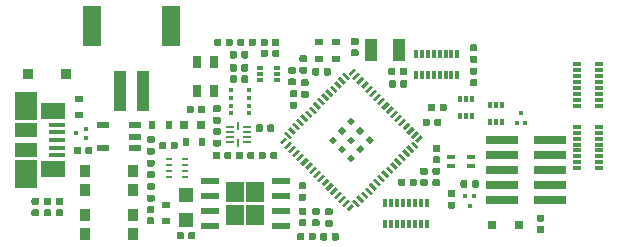
<source format=gbr>
G04 #@! TF.GenerationSoftware,KiCad,Pcbnew,5.1.4+dfsg1-1~bpo10+1*
G04 #@! TF.CreationDate,2020-01-10T16:49:25+01:00*
G04 #@! TF.ProjectId,quicklogic-quick-feather-board,71756963-6b6c-46f6-9769-632d71756963,rev?*
G04 #@! TF.SameCoordinates,Original*
G04 #@! TF.FileFunction,Paste,Top*
G04 #@! TF.FilePolarity,Positive*
%FSLAX46Y46*%
G04 Gerber Fmt 4.6, Leading zero omitted, Abs format (unit mm)*
G04 Created by KiCad (PCBNEW 5.1.4+dfsg1-1~bpo10+1) date 2020-01-10 16:49:25*
%MOMM*%
%LPD*%
G04 APERTURE LIST*
%ADD10R,0.800000X0.300000*%
%ADD11C,0.100000*%
%ADD12C,0.590000*%
%ADD13R,0.350000X0.350000*%
%ADD14R,0.550000X0.400000*%
%ADD15R,0.400000X0.550000*%
%ADD16R,0.550000X0.250000*%
%ADD17R,1.500000X0.500000*%
%ADD18R,1.500000X1.800000*%
%ADD19R,1.500000X3.400000*%
%ADD20R,1.000000X3.500000*%
%ADD21R,1.380000X0.450000*%
%ADD22R,2.100000X1.475000*%
%ADD23R,1.900000X1.175000*%
%ADD24R,1.900000X2.375000*%
%ADD25R,0.900000X0.950000*%
%ADD26R,0.800000X0.800000*%
%ADD27R,1.200000X1.200000*%
%ADD28R,0.800000X0.600000*%
%ADD29R,0.600000X0.800000*%
%ADD30R,1.100000X1.900000*%
%ADD31R,0.750000X0.450000*%
%ADD32R,2.790000X0.740000*%
%ADD33R,0.900000X1.000000*%
%ADD34R,0.650000X0.250000*%
%ADD35R,0.250000X0.650000*%
%ADD36R,0.300000X0.800000*%
%ADD37R,1.050000X0.600000*%
%ADD38R,0.800000X1.000000*%
%ADD39C,0.500000*%
%ADD40C,0.270000*%
%ADD41R,0.300000X0.300000*%
G04 APERTURE END LIST*
D10*
X173311000Y-106893000D03*
X173311000Y-105893000D03*
X173311000Y-106393000D03*
X173311000Y-105393000D03*
X173311000Y-104893000D03*
X173311000Y-104393000D03*
X171511000Y-106893000D03*
X171511000Y-106393000D03*
X171511000Y-105893000D03*
X171511000Y-105393000D03*
X171511000Y-104893000D03*
X171511000Y-104393000D03*
X173311000Y-107393000D03*
X171511000Y-107393000D03*
X173311000Y-103893000D03*
X171511000Y-103893000D03*
D11*
G36*
X148486958Y-97820710D02*
G01*
X148501276Y-97822834D01*
X148515317Y-97826351D01*
X148528946Y-97831228D01*
X148542031Y-97837417D01*
X148554447Y-97844858D01*
X148566073Y-97853481D01*
X148576798Y-97863202D01*
X148586519Y-97873927D01*
X148595142Y-97885553D01*
X148602583Y-97897969D01*
X148608772Y-97911054D01*
X148613649Y-97924683D01*
X148617166Y-97938724D01*
X148619290Y-97953042D01*
X148620000Y-97967500D01*
X148620000Y-98262500D01*
X148619290Y-98276958D01*
X148617166Y-98291276D01*
X148613649Y-98305317D01*
X148608772Y-98318946D01*
X148602583Y-98332031D01*
X148595142Y-98344447D01*
X148586519Y-98356073D01*
X148576798Y-98366798D01*
X148566073Y-98376519D01*
X148554447Y-98385142D01*
X148542031Y-98392583D01*
X148528946Y-98398772D01*
X148515317Y-98403649D01*
X148501276Y-98407166D01*
X148486958Y-98409290D01*
X148472500Y-98410000D01*
X148127500Y-98410000D01*
X148113042Y-98409290D01*
X148098724Y-98407166D01*
X148084683Y-98403649D01*
X148071054Y-98398772D01*
X148057969Y-98392583D01*
X148045553Y-98385142D01*
X148033927Y-98376519D01*
X148023202Y-98366798D01*
X148013481Y-98356073D01*
X148004858Y-98344447D01*
X147997417Y-98332031D01*
X147991228Y-98318946D01*
X147986351Y-98305317D01*
X147982834Y-98291276D01*
X147980710Y-98276958D01*
X147980000Y-98262500D01*
X147980000Y-97967500D01*
X147980710Y-97953042D01*
X147982834Y-97938724D01*
X147986351Y-97924683D01*
X147991228Y-97911054D01*
X147997417Y-97897969D01*
X148004858Y-97885553D01*
X148013481Y-97873927D01*
X148023202Y-97863202D01*
X148033927Y-97853481D01*
X148045553Y-97844858D01*
X148057969Y-97837417D01*
X148071054Y-97831228D01*
X148084683Y-97826351D01*
X148098724Y-97822834D01*
X148113042Y-97820710D01*
X148127500Y-97820000D01*
X148472500Y-97820000D01*
X148486958Y-97820710D01*
X148486958Y-97820710D01*
G37*
D12*
X148300000Y-98115000D03*
D11*
G36*
X148486958Y-98790710D02*
G01*
X148501276Y-98792834D01*
X148515317Y-98796351D01*
X148528946Y-98801228D01*
X148542031Y-98807417D01*
X148554447Y-98814858D01*
X148566073Y-98823481D01*
X148576798Y-98833202D01*
X148586519Y-98843927D01*
X148595142Y-98855553D01*
X148602583Y-98867969D01*
X148608772Y-98881054D01*
X148613649Y-98894683D01*
X148617166Y-98908724D01*
X148619290Y-98923042D01*
X148620000Y-98937500D01*
X148620000Y-99232500D01*
X148619290Y-99246958D01*
X148617166Y-99261276D01*
X148613649Y-99275317D01*
X148608772Y-99288946D01*
X148602583Y-99302031D01*
X148595142Y-99314447D01*
X148586519Y-99326073D01*
X148576798Y-99336798D01*
X148566073Y-99346519D01*
X148554447Y-99355142D01*
X148542031Y-99362583D01*
X148528946Y-99368772D01*
X148515317Y-99373649D01*
X148501276Y-99377166D01*
X148486958Y-99379290D01*
X148472500Y-99380000D01*
X148127500Y-99380000D01*
X148113042Y-99379290D01*
X148098724Y-99377166D01*
X148084683Y-99373649D01*
X148071054Y-99368772D01*
X148057969Y-99362583D01*
X148045553Y-99355142D01*
X148033927Y-99346519D01*
X148023202Y-99336798D01*
X148013481Y-99326073D01*
X148004858Y-99314447D01*
X147997417Y-99302031D01*
X147991228Y-99288946D01*
X147986351Y-99275317D01*
X147982834Y-99261276D01*
X147980710Y-99246958D01*
X147980000Y-99232500D01*
X147980000Y-98937500D01*
X147980710Y-98923042D01*
X147982834Y-98908724D01*
X147986351Y-98894683D01*
X147991228Y-98881054D01*
X147997417Y-98867969D01*
X148004858Y-98855553D01*
X148013481Y-98843927D01*
X148023202Y-98833202D01*
X148033927Y-98823481D01*
X148045553Y-98814858D01*
X148057969Y-98807417D01*
X148071054Y-98801228D01*
X148084683Y-98796351D01*
X148098724Y-98792834D01*
X148113042Y-98790710D01*
X148127500Y-98790000D01*
X148472500Y-98790000D01*
X148486958Y-98790710D01*
X148486958Y-98790710D01*
G37*
D12*
X148300000Y-99085000D03*
D13*
X143670000Y-102760000D03*
X143670000Y-102110000D03*
X143670000Y-101460000D03*
X143670000Y-100810000D03*
X142220000Y-102760000D03*
X142220000Y-102110000D03*
X142220000Y-101460000D03*
X142220000Y-100810000D03*
D14*
X144655000Y-98940000D03*
X144655000Y-99440000D03*
X144655000Y-99940000D03*
X146105000Y-99940000D03*
X146105000Y-99440000D03*
X146105000Y-98940000D03*
D15*
X162590000Y-101505000D03*
X162090000Y-101505000D03*
X161590000Y-101505000D03*
X161590000Y-102955000D03*
X162090000Y-102955000D03*
X162590000Y-102955000D03*
X165140000Y-102035000D03*
X164640000Y-102035000D03*
X164140000Y-102035000D03*
X164140000Y-103485000D03*
X164640000Y-103485000D03*
X165140000Y-103485000D03*
D16*
X138285000Y-106650000D03*
X138285000Y-107150000D03*
X138285000Y-107650000D03*
X138285000Y-108150000D03*
X136935000Y-108150000D03*
X136935000Y-107650000D03*
X136935000Y-107150000D03*
X136935000Y-106650000D03*
D17*
X140400000Y-108495000D03*
X140400000Y-109765000D03*
X140400000Y-111035000D03*
X140400000Y-112305000D03*
X146400000Y-112305000D03*
X146400000Y-111035000D03*
X146400000Y-109765000D03*
X146400000Y-108495000D03*
D18*
X142550000Y-109400000D03*
X142550000Y-111400000D03*
X144250000Y-109400000D03*
X144250000Y-111400000D03*
D19*
X137119100Y-95350000D03*
X130419100Y-95350000D03*
D20*
X134769100Y-100900000D03*
X132769100Y-100900000D03*
D21*
X127480000Y-106303600D03*
X127480000Y-105653600D03*
X127480000Y-105003600D03*
X127480000Y-104353600D03*
X127480000Y-103703600D03*
D22*
X127120000Y-102541100D03*
D23*
X124820000Y-104166100D03*
D24*
X124820000Y-107916100D03*
X124820000Y-102091100D03*
D23*
X124820000Y-105841100D03*
D22*
X127120000Y-107466100D03*
D25*
X128175000Y-99450000D03*
X125025000Y-99450000D03*
D26*
X138180000Y-103730000D03*
X139680000Y-103730000D03*
D27*
X138370000Y-109680000D03*
X138370000Y-111780000D03*
D28*
X129290000Y-102930000D03*
X129290000Y-101530000D03*
D29*
X139750000Y-105200000D03*
X138350000Y-105200000D03*
X135490000Y-103720000D03*
X136890000Y-103720000D03*
D28*
X136680000Y-111880000D03*
X136680000Y-110480000D03*
D11*
G36*
X129336958Y-105570710D02*
G01*
X129351276Y-105572834D01*
X129365317Y-105576351D01*
X129378946Y-105581228D01*
X129392031Y-105587417D01*
X129404447Y-105594858D01*
X129416073Y-105603481D01*
X129426798Y-105613202D01*
X129436519Y-105623927D01*
X129445142Y-105635553D01*
X129452583Y-105647969D01*
X129458772Y-105661054D01*
X129463649Y-105674683D01*
X129467166Y-105688724D01*
X129469290Y-105703042D01*
X129470000Y-105717500D01*
X129470000Y-106062500D01*
X129469290Y-106076958D01*
X129467166Y-106091276D01*
X129463649Y-106105317D01*
X129458772Y-106118946D01*
X129452583Y-106132031D01*
X129445142Y-106144447D01*
X129436519Y-106156073D01*
X129426798Y-106166798D01*
X129416073Y-106176519D01*
X129404447Y-106185142D01*
X129392031Y-106192583D01*
X129378946Y-106198772D01*
X129365317Y-106203649D01*
X129351276Y-106207166D01*
X129336958Y-106209290D01*
X129322500Y-106210000D01*
X129027500Y-106210000D01*
X129013042Y-106209290D01*
X128998724Y-106207166D01*
X128984683Y-106203649D01*
X128971054Y-106198772D01*
X128957969Y-106192583D01*
X128945553Y-106185142D01*
X128933927Y-106176519D01*
X128923202Y-106166798D01*
X128913481Y-106156073D01*
X128904858Y-106144447D01*
X128897417Y-106132031D01*
X128891228Y-106118946D01*
X128886351Y-106105317D01*
X128882834Y-106091276D01*
X128880710Y-106076958D01*
X128880000Y-106062500D01*
X128880000Y-105717500D01*
X128880710Y-105703042D01*
X128882834Y-105688724D01*
X128886351Y-105674683D01*
X128891228Y-105661054D01*
X128897417Y-105647969D01*
X128904858Y-105635553D01*
X128913481Y-105623927D01*
X128923202Y-105613202D01*
X128933927Y-105603481D01*
X128945553Y-105594858D01*
X128957969Y-105587417D01*
X128971054Y-105581228D01*
X128984683Y-105576351D01*
X128998724Y-105572834D01*
X129013042Y-105570710D01*
X129027500Y-105570000D01*
X129322500Y-105570000D01*
X129336958Y-105570710D01*
X129336958Y-105570710D01*
G37*
D12*
X129175000Y-105890000D03*
D11*
G36*
X130306958Y-105570710D02*
G01*
X130321276Y-105572834D01*
X130335317Y-105576351D01*
X130348946Y-105581228D01*
X130362031Y-105587417D01*
X130374447Y-105594858D01*
X130386073Y-105603481D01*
X130396798Y-105613202D01*
X130406519Y-105623927D01*
X130415142Y-105635553D01*
X130422583Y-105647969D01*
X130428772Y-105661054D01*
X130433649Y-105674683D01*
X130437166Y-105688724D01*
X130439290Y-105703042D01*
X130440000Y-105717500D01*
X130440000Y-106062500D01*
X130439290Y-106076958D01*
X130437166Y-106091276D01*
X130433649Y-106105317D01*
X130428772Y-106118946D01*
X130422583Y-106132031D01*
X130415142Y-106144447D01*
X130406519Y-106156073D01*
X130396798Y-106166798D01*
X130386073Y-106176519D01*
X130374447Y-106185142D01*
X130362031Y-106192583D01*
X130348946Y-106198772D01*
X130335317Y-106203649D01*
X130321276Y-106207166D01*
X130306958Y-106209290D01*
X130292500Y-106210000D01*
X129997500Y-106210000D01*
X129983042Y-106209290D01*
X129968724Y-106207166D01*
X129954683Y-106203649D01*
X129941054Y-106198772D01*
X129927969Y-106192583D01*
X129915553Y-106185142D01*
X129903927Y-106176519D01*
X129893202Y-106166798D01*
X129883481Y-106156073D01*
X129874858Y-106144447D01*
X129867417Y-106132031D01*
X129861228Y-106118946D01*
X129856351Y-106105317D01*
X129852834Y-106091276D01*
X129850710Y-106076958D01*
X129850000Y-106062500D01*
X129850000Y-105717500D01*
X129850710Y-105703042D01*
X129852834Y-105688724D01*
X129856351Y-105674683D01*
X129861228Y-105661054D01*
X129867417Y-105647969D01*
X129874858Y-105635553D01*
X129883481Y-105623927D01*
X129893202Y-105613202D01*
X129903927Y-105603481D01*
X129915553Y-105594858D01*
X129927969Y-105587417D01*
X129941054Y-105581228D01*
X129954683Y-105576351D01*
X129968724Y-105572834D01*
X129983042Y-105570710D01*
X129997500Y-105570000D01*
X130292500Y-105570000D01*
X130306958Y-105570710D01*
X130306958Y-105570710D01*
G37*
D12*
X130145000Y-105890000D03*
D11*
G36*
X135586958Y-104680710D02*
G01*
X135601276Y-104682834D01*
X135615317Y-104686351D01*
X135628946Y-104691228D01*
X135642031Y-104697417D01*
X135654447Y-104704858D01*
X135666073Y-104713481D01*
X135676798Y-104723202D01*
X135686519Y-104733927D01*
X135695142Y-104745553D01*
X135702583Y-104757969D01*
X135708772Y-104771054D01*
X135713649Y-104784683D01*
X135717166Y-104798724D01*
X135719290Y-104813042D01*
X135720000Y-104827500D01*
X135720000Y-105122500D01*
X135719290Y-105136958D01*
X135717166Y-105151276D01*
X135713649Y-105165317D01*
X135708772Y-105178946D01*
X135702583Y-105192031D01*
X135695142Y-105204447D01*
X135686519Y-105216073D01*
X135676798Y-105226798D01*
X135666073Y-105236519D01*
X135654447Y-105245142D01*
X135642031Y-105252583D01*
X135628946Y-105258772D01*
X135615317Y-105263649D01*
X135601276Y-105267166D01*
X135586958Y-105269290D01*
X135572500Y-105270000D01*
X135227500Y-105270000D01*
X135213042Y-105269290D01*
X135198724Y-105267166D01*
X135184683Y-105263649D01*
X135171054Y-105258772D01*
X135157969Y-105252583D01*
X135145553Y-105245142D01*
X135133927Y-105236519D01*
X135123202Y-105226798D01*
X135113481Y-105216073D01*
X135104858Y-105204447D01*
X135097417Y-105192031D01*
X135091228Y-105178946D01*
X135086351Y-105165317D01*
X135082834Y-105151276D01*
X135080710Y-105136958D01*
X135080000Y-105122500D01*
X135080000Y-104827500D01*
X135080710Y-104813042D01*
X135082834Y-104798724D01*
X135086351Y-104784683D01*
X135091228Y-104771054D01*
X135097417Y-104757969D01*
X135104858Y-104745553D01*
X135113481Y-104733927D01*
X135123202Y-104723202D01*
X135133927Y-104713481D01*
X135145553Y-104704858D01*
X135157969Y-104697417D01*
X135171054Y-104691228D01*
X135184683Y-104686351D01*
X135198724Y-104682834D01*
X135213042Y-104680710D01*
X135227500Y-104680000D01*
X135572500Y-104680000D01*
X135586958Y-104680710D01*
X135586958Y-104680710D01*
G37*
D12*
X135400000Y-104975000D03*
D11*
G36*
X135586958Y-105650710D02*
G01*
X135601276Y-105652834D01*
X135615317Y-105656351D01*
X135628946Y-105661228D01*
X135642031Y-105667417D01*
X135654447Y-105674858D01*
X135666073Y-105683481D01*
X135676798Y-105693202D01*
X135686519Y-105703927D01*
X135695142Y-105715553D01*
X135702583Y-105727969D01*
X135708772Y-105741054D01*
X135713649Y-105754683D01*
X135717166Y-105768724D01*
X135719290Y-105783042D01*
X135720000Y-105797500D01*
X135720000Y-106092500D01*
X135719290Y-106106958D01*
X135717166Y-106121276D01*
X135713649Y-106135317D01*
X135708772Y-106148946D01*
X135702583Y-106162031D01*
X135695142Y-106174447D01*
X135686519Y-106186073D01*
X135676798Y-106196798D01*
X135666073Y-106206519D01*
X135654447Y-106215142D01*
X135642031Y-106222583D01*
X135628946Y-106228772D01*
X135615317Y-106233649D01*
X135601276Y-106237166D01*
X135586958Y-106239290D01*
X135572500Y-106240000D01*
X135227500Y-106240000D01*
X135213042Y-106239290D01*
X135198724Y-106237166D01*
X135184683Y-106233649D01*
X135171054Y-106228772D01*
X135157969Y-106222583D01*
X135145553Y-106215142D01*
X135133927Y-106206519D01*
X135123202Y-106196798D01*
X135113481Y-106186073D01*
X135104858Y-106174447D01*
X135097417Y-106162031D01*
X135091228Y-106148946D01*
X135086351Y-106135317D01*
X135082834Y-106121276D01*
X135080710Y-106106958D01*
X135080000Y-106092500D01*
X135080000Y-105797500D01*
X135080710Y-105783042D01*
X135082834Y-105768724D01*
X135086351Y-105754683D01*
X135091228Y-105741054D01*
X135097417Y-105727969D01*
X135104858Y-105715553D01*
X135113481Y-105703927D01*
X135123202Y-105693202D01*
X135133927Y-105683481D01*
X135145553Y-105674858D01*
X135157969Y-105667417D01*
X135171054Y-105661228D01*
X135184683Y-105656351D01*
X135198724Y-105652834D01*
X135213042Y-105650710D01*
X135227500Y-105650000D01*
X135572500Y-105650000D01*
X135586958Y-105650710D01*
X135586958Y-105650710D01*
G37*
D12*
X135400000Y-105945000D03*
D11*
G36*
X135586958Y-108660710D02*
G01*
X135601276Y-108662834D01*
X135615317Y-108666351D01*
X135628946Y-108671228D01*
X135642031Y-108677417D01*
X135654447Y-108684858D01*
X135666073Y-108693481D01*
X135676798Y-108703202D01*
X135686519Y-108713927D01*
X135695142Y-108725553D01*
X135702583Y-108737969D01*
X135708772Y-108751054D01*
X135713649Y-108764683D01*
X135717166Y-108778724D01*
X135719290Y-108793042D01*
X135720000Y-108807500D01*
X135720000Y-109102500D01*
X135719290Y-109116958D01*
X135717166Y-109131276D01*
X135713649Y-109145317D01*
X135708772Y-109158946D01*
X135702583Y-109172031D01*
X135695142Y-109184447D01*
X135686519Y-109196073D01*
X135676798Y-109206798D01*
X135666073Y-109216519D01*
X135654447Y-109225142D01*
X135642031Y-109232583D01*
X135628946Y-109238772D01*
X135615317Y-109243649D01*
X135601276Y-109247166D01*
X135586958Y-109249290D01*
X135572500Y-109250000D01*
X135227500Y-109250000D01*
X135213042Y-109249290D01*
X135198724Y-109247166D01*
X135184683Y-109243649D01*
X135171054Y-109238772D01*
X135157969Y-109232583D01*
X135145553Y-109225142D01*
X135133927Y-109216519D01*
X135123202Y-109206798D01*
X135113481Y-109196073D01*
X135104858Y-109184447D01*
X135097417Y-109172031D01*
X135091228Y-109158946D01*
X135086351Y-109145317D01*
X135082834Y-109131276D01*
X135080710Y-109116958D01*
X135080000Y-109102500D01*
X135080000Y-108807500D01*
X135080710Y-108793042D01*
X135082834Y-108778724D01*
X135086351Y-108764683D01*
X135091228Y-108751054D01*
X135097417Y-108737969D01*
X135104858Y-108725553D01*
X135113481Y-108713927D01*
X135123202Y-108703202D01*
X135133927Y-108693481D01*
X135145553Y-108684858D01*
X135157969Y-108677417D01*
X135171054Y-108671228D01*
X135184683Y-108666351D01*
X135198724Y-108662834D01*
X135213042Y-108660710D01*
X135227500Y-108660000D01*
X135572500Y-108660000D01*
X135586958Y-108660710D01*
X135586958Y-108660710D01*
G37*
D12*
X135400000Y-108955000D03*
D11*
G36*
X135586958Y-109630710D02*
G01*
X135601276Y-109632834D01*
X135615317Y-109636351D01*
X135628946Y-109641228D01*
X135642031Y-109647417D01*
X135654447Y-109654858D01*
X135666073Y-109663481D01*
X135676798Y-109673202D01*
X135686519Y-109683927D01*
X135695142Y-109695553D01*
X135702583Y-109707969D01*
X135708772Y-109721054D01*
X135713649Y-109734683D01*
X135717166Y-109748724D01*
X135719290Y-109763042D01*
X135720000Y-109777500D01*
X135720000Y-110072500D01*
X135719290Y-110086958D01*
X135717166Y-110101276D01*
X135713649Y-110115317D01*
X135708772Y-110128946D01*
X135702583Y-110142031D01*
X135695142Y-110154447D01*
X135686519Y-110166073D01*
X135676798Y-110176798D01*
X135666073Y-110186519D01*
X135654447Y-110195142D01*
X135642031Y-110202583D01*
X135628946Y-110208772D01*
X135615317Y-110213649D01*
X135601276Y-110217166D01*
X135586958Y-110219290D01*
X135572500Y-110220000D01*
X135227500Y-110220000D01*
X135213042Y-110219290D01*
X135198724Y-110217166D01*
X135184683Y-110213649D01*
X135171054Y-110208772D01*
X135157969Y-110202583D01*
X135145553Y-110195142D01*
X135133927Y-110186519D01*
X135123202Y-110176798D01*
X135113481Y-110166073D01*
X135104858Y-110154447D01*
X135097417Y-110142031D01*
X135091228Y-110128946D01*
X135086351Y-110115317D01*
X135082834Y-110101276D01*
X135080710Y-110086958D01*
X135080000Y-110072500D01*
X135080000Y-109777500D01*
X135080710Y-109763042D01*
X135082834Y-109748724D01*
X135086351Y-109734683D01*
X135091228Y-109721054D01*
X135097417Y-109707969D01*
X135104858Y-109695553D01*
X135113481Y-109683927D01*
X135123202Y-109673202D01*
X135133927Y-109663481D01*
X135145553Y-109654858D01*
X135157969Y-109647417D01*
X135171054Y-109641228D01*
X135184683Y-109636351D01*
X135198724Y-109632834D01*
X135213042Y-109630710D01*
X135227500Y-109630000D01*
X135572500Y-109630000D01*
X135586958Y-109630710D01*
X135586958Y-109630710D01*
G37*
D12*
X135400000Y-109925000D03*
D11*
G36*
X135576958Y-106670710D02*
G01*
X135591276Y-106672834D01*
X135605317Y-106676351D01*
X135618946Y-106681228D01*
X135632031Y-106687417D01*
X135644447Y-106694858D01*
X135656073Y-106703481D01*
X135666798Y-106713202D01*
X135676519Y-106723927D01*
X135685142Y-106735553D01*
X135692583Y-106747969D01*
X135698772Y-106761054D01*
X135703649Y-106774683D01*
X135707166Y-106788724D01*
X135709290Y-106803042D01*
X135710000Y-106817500D01*
X135710000Y-107112500D01*
X135709290Y-107126958D01*
X135707166Y-107141276D01*
X135703649Y-107155317D01*
X135698772Y-107168946D01*
X135692583Y-107182031D01*
X135685142Y-107194447D01*
X135676519Y-107206073D01*
X135666798Y-107216798D01*
X135656073Y-107226519D01*
X135644447Y-107235142D01*
X135632031Y-107242583D01*
X135618946Y-107248772D01*
X135605317Y-107253649D01*
X135591276Y-107257166D01*
X135576958Y-107259290D01*
X135562500Y-107260000D01*
X135217500Y-107260000D01*
X135203042Y-107259290D01*
X135188724Y-107257166D01*
X135174683Y-107253649D01*
X135161054Y-107248772D01*
X135147969Y-107242583D01*
X135135553Y-107235142D01*
X135123927Y-107226519D01*
X135113202Y-107216798D01*
X135103481Y-107206073D01*
X135094858Y-107194447D01*
X135087417Y-107182031D01*
X135081228Y-107168946D01*
X135076351Y-107155317D01*
X135072834Y-107141276D01*
X135070710Y-107126958D01*
X135070000Y-107112500D01*
X135070000Y-106817500D01*
X135070710Y-106803042D01*
X135072834Y-106788724D01*
X135076351Y-106774683D01*
X135081228Y-106761054D01*
X135087417Y-106747969D01*
X135094858Y-106735553D01*
X135103481Y-106723927D01*
X135113202Y-106713202D01*
X135123927Y-106703481D01*
X135135553Y-106694858D01*
X135147969Y-106687417D01*
X135161054Y-106681228D01*
X135174683Y-106676351D01*
X135188724Y-106672834D01*
X135203042Y-106670710D01*
X135217500Y-106670000D01*
X135562500Y-106670000D01*
X135576958Y-106670710D01*
X135576958Y-106670710D01*
G37*
D12*
X135390000Y-106965000D03*
D11*
G36*
X135576958Y-107640710D02*
G01*
X135591276Y-107642834D01*
X135605317Y-107646351D01*
X135618946Y-107651228D01*
X135632031Y-107657417D01*
X135644447Y-107664858D01*
X135656073Y-107673481D01*
X135666798Y-107683202D01*
X135676519Y-107693927D01*
X135685142Y-107705553D01*
X135692583Y-107717969D01*
X135698772Y-107731054D01*
X135703649Y-107744683D01*
X135707166Y-107758724D01*
X135709290Y-107773042D01*
X135710000Y-107787500D01*
X135710000Y-108082500D01*
X135709290Y-108096958D01*
X135707166Y-108111276D01*
X135703649Y-108125317D01*
X135698772Y-108138946D01*
X135692583Y-108152031D01*
X135685142Y-108164447D01*
X135676519Y-108176073D01*
X135666798Y-108186798D01*
X135656073Y-108196519D01*
X135644447Y-108205142D01*
X135632031Y-108212583D01*
X135618946Y-108218772D01*
X135605317Y-108223649D01*
X135591276Y-108227166D01*
X135576958Y-108229290D01*
X135562500Y-108230000D01*
X135217500Y-108230000D01*
X135203042Y-108229290D01*
X135188724Y-108227166D01*
X135174683Y-108223649D01*
X135161054Y-108218772D01*
X135147969Y-108212583D01*
X135135553Y-108205142D01*
X135123927Y-108196519D01*
X135113202Y-108186798D01*
X135103481Y-108176073D01*
X135094858Y-108164447D01*
X135087417Y-108152031D01*
X135081228Y-108138946D01*
X135076351Y-108125317D01*
X135072834Y-108111276D01*
X135070710Y-108096958D01*
X135070000Y-108082500D01*
X135070000Y-107787500D01*
X135070710Y-107773042D01*
X135072834Y-107758724D01*
X135076351Y-107744683D01*
X135081228Y-107731054D01*
X135087417Y-107717969D01*
X135094858Y-107705553D01*
X135103481Y-107693927D01*
X135113202Y-107683202D01*
X135123927Y-107673481D01*
X135135553Y-107664858D01*
X135147969Y-107657417D01*
X135161054Y-107651228D01*
X135174683Y-107646351D01*
X135188724Y-107642834D01*
X135203042Y-107640710D01*
X135217500Y-107640000D01*
X135562500Y-107640000D01*
X135576958Y-107640710D01*
X135576958Y-107640710D01*
G37*
D12*
X135390000Y-107935000D03*
D11*
G36*
X135566958Y-110600710D02*
G01*
X135581276Y-110602834D01*
X135595317Y-110606351D01*
X135608946Y-110611228D01*
X135622031Y-110617417D01*
X135634447Y-110624858D01*
X135646073Y-110633481D01*
X135656798Y-110643202D01*
X135666519Y-110653927D01*
X135675142Y-110665553D01*
X135682583Y-110677969D01*
X135688772Y-110691054D01*
X135693649Y-110704683D01*
X135697166Y-110718724D01*
X135699290Y-110733042D01*
X135700000Y-110747500D01*
X135700000Y-111042500D01*
X135699290Y-111056958D01*
X135697166Y-111071276D01*
X135693649Y-111085317D01*
X135688772Y-111098946D01*
X135682583Y-111112031D01*
X135675142Y-111124447D01*
X135666519Y-111136073D01*
X135656798Y-111146798D01*
X135646073Y-111156519D01*
X135634447Y-111165142D01*
X135622031Y-111172583D01*
X135608946Y-111178772D01*
X135595317Y-111183649D01*
X135581276Y-111187166D01*
X135566958Y-111189290D01*
X135552500Y-111190000D01*
X135207500Y-111190000D01*
X135193042Y-111189290D01*
X135178724Y-111187166D01*
X135164683Y-111183649D01*
X135151054Y-111178772D01*
X135137969Y-111172583D01*
X135125553Y-111165142D01*
X135113927Y-111156519D01*
X135103202Y-111146798D01*
X135093481Y-111136073D01*
X135084858Y-111124447D01*
X135077417Y-111112031D01*
X135071228Y-111098946D01*
X135066351Y-111085317D01*
X135062834Y-111071276D01*
X135060710Y-111056958D01*
X135060000Y-111042500D01*
X135060000Y-110747500D01*
X135060710Y-110733042D01*
X135062834Y-110718724D01*
X135066351Y-110704683D01*
X135071228Y-110691054D01*
X135077417Y-110677969D01*
X135084858Y-110665553D01*
X135093481Y-110653927D01*
X135103202Y-110643202D01*
X135113927Y-110633481D01*
X135125553Y-110624858D01*
X135137969Y-110617417D01*
X135151054Y-110611228D01*
X135164683Y-110606351D01*
X135178724Y-110602834D01*
X135193042Y-110600710D01*
X135207500Y-110600000D01*
X135552500Y-110600000D01*
X135566958Y-110600710D01*
X135566958Y-110600710D01*
G37*
D12*
X135380000Y-110895000D03*
D11*
G36*
X135566958Y-111570710D02*
G01*
X135581276Y-111572834D01*
X135595317Y-111576351D01*
X135608946Y-111581228D01*
X135622031Y-111587417D01*
X135634447Y-111594858D01*
X135646073Y-111603481D01*
X135656798Y-111613202D01*
X135666519Y-111623927D01*
X135675142Y-111635553D01*
X135682583Y-111647969D01*
X135688772Y-111661054D01*
X135693649Y-111674683D01*
X135697166Y-111688724D01*
X135699290Y-111703042D01*
X135700000Y-111717500D01*
X135700000Y-112012500D01*
X135699290Y-112026958D01*
X135697166Y-112041276D01*
X135693649Y-112055317D01*
X135688772Y-112068946D01*
X135682583Y-112082031D01*
X135675142Y-112094447D01*
X135666519Y-112106073D01*
X135656798Y-112116798D01*
X135646073Y-112126519D01*
X135634447Y-112135142D01*
X135622031Y-112142583D01*
X135608946Y-112148772D01*
X135595317Y-112153649D01*
X135581276Y-112157166D01*
X135566958Y-112159290D01*
X135552500Y-112160000D01*
X135207500Y-112160000D01*
X135193042Y-112159290D01*
X135178724Y-112157166D01*
X135164683Y-112153649D01*
X135151054Y-112148772D01*
X135137969Y-112142583D01*
X135125553Y-112135142D01*
X135113927Y-112126519D01*
X135103202Y-112116798D01*
X135093481Y-112106073D01*
X135084858Y-112094447D01*
X135077417Y-112082031D01*
X135071228Y-112068946D01*
X135066351Y-112055317D01*
X135062834Y-112041276D01*
X135060710Y-112026958D01*
X135060000Y-112012500D01*
X135060000Y-111717500D01*
X135060710Y-111703042D01*
X135062834Y-111688724D01*
X135066351Y-111674683D01*
X135071228Y-111661054D01*
X135077417Y-111647969D01*
X135084858Y-111635553D01*
X135093481Y-111623927D01*
X135103202Y-111613202D01*
X135113927Y-111603481D01*
X135125553Y-111594858D01*
X135137969Y-111587417D01*
X135151054Y-111581228D01*
X135164683Y-111576351D01*
X135178724Y-111572834D01*
X135193042Y-111570710D01*
X135207500Y-111570000D01*
X135552500Y-111570000D01*
X135566958Y-111570710D01*
X135566958Y-111570710D01*
G37*
D12*
X135380000Y-111865000D03*
D30*
X154025000Y-97430000D03*
X156435000Y-97430000D03*
D11*
G36*
X152846958Y-96370710D02*
G01*
X152861276Y-96372834D01*
X152875317Y-96376351D01*
X152888946Y-96381228D01*
X152902031Y-96387417D01*
X152914447Y-96394858D01*
X152926073Y-96403481D01*
X152936798Y-96413202D01*
X152946519Y-96423927D01*
X152955142Y-96435553D01*
X152962583Y-96447969D01*
X152968772Y-96461054D01*
X152973649Y-96474683D01*
X152977166Y-96488724D01*
X152979290Y-96503042D01*
X152980000Y-96517500D01*
X152980000Y-96812500D01*
X152979290Y-96826958D01*
X152977166Y-96841276D01*
X152973649Y-96855317D01*
X152968772Y-96868946D01*
X152962583Y-96882031D01*
X152955142Y-96894447D01*
X152946519Y-96906073D01*
X152936798Y-96916798D01*
X152926073Y-96926519D01*
X152914447Y-96935142D01*
X152902031Y-96942583D01*
X152888946Y-96948772D01*
X152875317Y-96953649D01*
X152861276Y-96957166D01*
X152846958Y-96959290D01*
X152832500Y-96960000D01*
X152487500Y-96960000D01*
X152473042Y-96959290D01*
X152458724Y-96957166D01*
X152444683Y-96953649D01*
X152431054Y-96948772D01*
X152417969Y-96942583D01*
X152405553Y-96935142D01*
X152393927Y-96926519D01*
X152383202Y-96916798D01*
X152373481Y-96906073D01*
X152364858Y-96894447D01*
X152357417Y-96882031D01*
X152351228Y-96868946D01*
X152346351Y-96855317D01*
X152342834Y-96841276D01*
X152340710Y-96826958D01*
X152340000Y-96812500D01*
X152340000Y-96517500D01*
X152340710Y-96503042D01*
X152342834Y-96488724D01*
X152346351Y-96474683D01*
X152351228Y-96461054D01*
X152357417Y-96447969D01*
X152364858Y-96435553D01*
X152373481Y-96423927D01*
X152383202Y-96413202D01*
X152393927Y-96403481D01*
X152405553Y-96394858D01*
X152417969Y-96387417D01*
X152431054Y-96381228D01*
X152444683Y-96376351D01*
X152458724Y-96372834D01*
X152473042Y-96370710D01*
X152487500Y-96370000D01*
X152832500Y-96370000D01*
X152846958Y-96370710D01*
X152846958Y-96370710D01*
G37*
D12*
X152660000Y-96665000D03*
D11*
G36*
X152846958Y-97340710D02*
G01*
X152861276Y-97342834D01*
X152875317Y-97346351D01*
X152888946Y-97351228D01*
X152902031Y-97357417D01*
X152914447Y-97364858D01*
X152926073Y-97373481D01*
X152936798Y-97383202D01*
X152946519Y-97393927D01*
X152955142Y-97405553D01*
X152962583Y-97417969D01*
X152968772Y-97431054D01*
X152973649Y-97444683D01*
X152977166Y-97458724D01*
X152979290Y-97473042D01*
X152980000Y-97487500D01*
X152980000Y-97782500D01*
X152979290Y-97796958D01*
X152977166Y-97811276D01*
X152973649Y-97825317D01*
X152968772Y-97838946D01*
X152962583Y-97852031D01*
X152955142Y-97864447D01*
X152946519Y-97876073D01*
X152936798Y-97886798D01*
X152926073Y-97896519D01*
X152914447Y-97905142D01*
X152902031Y-97912583D01*
X152888946Y-97918772D01*
X152875317Y-97923649D01*
X152861276Y-97927166D01*
X152846958Y-97929290D01*
X152832500Y-97930000D01*
X152487500Y-97930000D01*
X152473042Y-97929290D01*
X152458724Y-97927166D01*
X152444683Y-97923649D01*
X152431054Y-97918772D01*
X152417969Y-97912583D01*
X152405553Y-97905142D01*
X152393927Y-97896519D01*
X152383202Y-97886798D01*
X152373481Y-97876073D01*
X152364858Y-97864447D01*
X152357417Y-97852031D01*
X152351228Y-97838946D01*
X152346351Y-97825317D01*
X152342834Y-97811276D01*
X152340710Y-97796958D01*
X152340000Y-97782500D01*
X152340000Y-97487500D01*
X152340710Y-97473042D01*
X152342834Y-97458724D01*
X152346351Y-97444683D01*
X152351228Y-97431054D01*
X152357417Y-97417969D01*
X152364858Y-97405553D01*
X152373481Y-97393927D01*
X152383202Y-97383202D01*
X152393927Y-97373481D01*
X152405553Y-97364858D01*
X152417969Y-97357417D01*
X152431054Y-97351228D01*
X152444683Y-97346351D01*
X152458724Y-97342834D01*
X152473042Y-97340710D01*
X152487500Y-97340000D01*
X152832500Y-97340000D01*
X152846958Y-97340710D01*
X152846958Y-97340710D01*
G37*
D12*
X152660000Y-97635000D03*
D11*
G36*
X148616958Y-99870710D02*
G01*
X148631276Y-99872834D01*
X148645317Y-99876351D01*
X148658946Y-99881228D01*
X148672031Y-99887417D01*
X148684447Y-99894858D01*
X148696073Y-99903481D01*
X148706798Y-99913202D01*
X148716519Y-99923927D01*
X148725142Y-99935553D01*
X148732583Y-99947969D01*
X148738772Y-99961054D01*
X148743649Y-99974683D01*
X148747166Y-99988724D01*
X148749290Y-100003042D01*
X148750000Y-100017500D01*
X148750000Y-100312500D01*
X148749290Y-100326958D01*
X148747166Y-100341276D01*
X148743649Y-100355317D01*
X148738772Y-100368946D01*
X148732583Y-100382031D01*
X148725142Y-100394447D01*
X148716519Y-100406073D01*
X148706798Y-100416798D01*
X148696073Y-100426519D01*
X148684447Y-100435142D01*
X148672031Y-100442583D01*
X148658946Y-100448772D01*
X148645317Y-100453649D01*
X148631276Y-100457166D01*
X148616958Y-100459290D01*
X148602500Y-100460000D01*
X148257500Y-100460000D01*
X148243042Y-100459290D01*
X148228724Y-100457166D01*
X148214683Y-100453649D01*
X148201054Y-100448772D01*
X148187969Y-100442583D01*
X148175553Y-100435142D01*
X148163927Y-100426519D01*
X148153202Y-100416798D01*
X148143481Y-100406073D01*
X148134858Y-100394447D01*
X148127417Y-100382031D01*
X148121228Y-100368946D01*
X148116351Y-100355317D01*
X148112834Y-100341276D01*
X148110710Y-100326958D01*
X148110000Y-100312500D01*
X148110000Y-100017500D01*
X148110710Y-100003042D01*
X148112834Y-99988724D01*
X148116351Y-99974683D01*
X148121228Y-99961054D01*
X148127417Y-99947969D01*
X148134858Y-99935553D01*
X148143481Y-99923927D01*
X148153202Y-99913202D01*
X148163927Y-99903481D01*
X148175553Y-99894858D01*
X148187969Y-99887417D01*
X148201054Y-99881228D01*
X148214683Y-99876351D01*
X148228724Y-99872834D01*
X148243042Y-99870710D01*
X148257500Y-99870000D01*
X148602500Y-99870000D01*
X148616958Y-99870710D01*
X148616958Y-99870710D01*
G37*
D12*
X148430000Y-100165000D03*
D11*
G36*
X148616958Y-100840710D02*
G01*
X148631276Y-100842834D01*
X148645317Y-100846351D01*
X148658946Y-100851228D01*
X148672031Y-100857417D01*
X148684447Y-100864858D01*
X148696073Y-100873481D01*
X148706798Y-100883202D01*
X148716519Y-100893927D01*
X148725142Y-100905553D01*
X148732583Y-100917969D01*
X148738772Y-100931054D01*
X148743649Y-100944683D01*
X148747166Y-100958724D01*
X148749290Y-100973042D01*
X148750000Y-100987500D01*
X148750000Y-101282500D01*
X148749290Y-101296958D01*
X148747166Y-101311276D01*
X148743649Y-101325317D01*
X148738772Y-101338946D01*
X148732583Y-101352031D01*
X148725142Y-101364447D01*
X148716519Y-101376073D01*
X148706798Y-101386798D01*
X148696073Y-101396519D01*
X148684447Y-101405142D01*
X148672031Y-101412583D01*
X148658946Y-101418772D01*
X148645317Y-101423649D01*
X148631276Y-101427166D01*
X148616958Y-101429290D01*
X148602500Y-101430000D01*
X148257500Y-101430000D01*
X148243042Y-101429290D01*
X148228724Y-101427166D01*
X148214683Y-101423649D01*
X148201054Y-101418772D01*
X148187969Y-101412583D01*
X148175553Y-101405142D01*
X148163927Y-101396519D01*
X148153202Y-101386798D01*
X148143481Y-101376073D01*
X148134858Y-101364447D01*
X148127417Y-101352031D01*
X148121228Y-101338946D01*
X148116351Y-101325317D01*
X148112834Y-101311276D01*
X148110710Y-101296958D01*
X148110000Y-101282500D01*
X148110000Y-100987500D01*
X148110710Y-100973042D01*
X148112834Y-100958724D01*
X148116351Y-100944683D01*
X148121228Y-100931054D01*
X148127417Y-100917969D01*
X148134858Y-100905553D01*
X148143481Y-100893927D01*
X148153202Y-100883202D01*
X148163927Y-100873481D01*
X148175553Y-100864858D01*
X148187969Y-100857417D01*
X148201054Y-100851228D01*
X148214683Y-100846351D01*
X148228724Y-100842834D01*
X148243042Y-100840710D01*
X148257500Y-100840000D01*
X148602500Y-100840000D01*
X148616958Y-100840710D01*
X148616958Y-100840710D01*
G37*
D12*
X148430000Y-101135000D03*
D11*
G36*
X127856958Y-110880710D02*
G01*
X127871276Y-110882834D01*
X127885317Y-110886351D01*
X127898946Y-110891228D01*
X127912031Y-110897417D01*
X127924447Y-110904858D01*
X127936073Y-110913481D01*
X127946798Y-110923202D01*
X127956519Y-110933927D01*
X127965142Y-110945553D01*
X127972583Y-110957969D01*
X127978772Y-110971054D01*
X127983649Y-110984683D01*
X127987166Y-110998724D01*
X127989290Y-111013042D01*
X127990000Y-111027500D01*
X127990000Y-111322500D01*
X127989290Y-111336958D01*
X127987166Y-111351276D01*
X127983649Y-111365317D01*
X127978772Y-111378946D01*
X127972583Y-111392031D01*
X127965142Y-111404447D01*
X127956519Y-111416073D01*
X127946798Y-111426798D01*
X127936073Y-111436519D01*
X127924447Y-111445142D01*
X127912031Y-111452583D01*
X127898946Y-111458772D01*
X127885317Y-111463649D01*
X127871276Y-111467166D01*
X127856958Y-111469290D01*
X127842500Y-111470000D01*
X127497500Y-111470000D01*
X127483042Y-111469290D01*
X127468724Y-111467166D01*
X127454683Y-111463649D01*
X127441054Y-111458772D01*
X127427969Y-111452583D01*
X127415553Y-111445142D01*
X127403927Y-111436519D01*
X127393202Y-111426798D01*
X127383481Y-111416073D01*
X127374858Y-111404447D01*
X127367417Y-111392031D01*
X127361228Y-111378946D01*
X127356351Y-111365317D01*
X127352834Y-111351276D01*
X127350710Y-111336958D01*
X127350000Y-111322500D01*
X127350000Y-111027500D01*
X127350710Y-111013042D01*
X127352834Y-110998724D01*
X127356351Y-110984683D01*
X127361228Y-110971054D01*
X127367417Y-110957969D01*
X127374858Y-110945553D01*
X127383481Y-110933927D01*
X127393202Y-110923202D01*
X127403927Y-110913481D01*
X127415553Y-110904858D01*
X127427969Y-110897417D01*
X127441054Y-110891228D01*
X127454683Y-110886351D01*
X127468724Y-110882834D01*
X127483042Y-110880710D01*
X127497500Y-110880000D01*
X127842500Y-110880000D01*
X127856958Y-110880710D01*
X127856958Y-110880710D01*
G37*
D12*
X127670000Y-111175000D03*
D11*
G36*
X127856958Y-109910710D02*
G01*
X127871276Y-109912834D01*
X127885317Y-109916351D01*
X127898946Y-109921228D01*
X127912031Y-109927417D01*
X127924447Y-109934858D01*
X127936073Y-109943481D01*
X127946798Y-109953202D01*
X127956519Y-109963927D01*
X127965142Y-109975553D01*
X127972583Y-109987969D01*
X127978772Y-110001054D01*
X127983649Y-110014683D01*
X127987166Y-110028724D01*
X127989290Y-110043042D01*
X127990000Y-110057500D01*
X127990000Y-110352500D01*
X127989290Y-110366958D01*
X127987166Y-110381276D01*
X127983649Y-110395317D01*
X127978772Y-110408946D01*
X127972583Y-110422031D01*
X127965142Y-110434447D01*
X127956519Y-110446073D01*
X127946798Y-110456798D01*
X127936073Y-110466519D01*
X127924447Y-110475142D01*
X127912031Y-110482583D01*
X127898946Y-110488772D01*
X127885317Y-110493649D01*
X127871276Y-110497166D01*
X127856958Y-110499290D01*
X127842500Y-110500000D01*
X127497500Y-110500000D01*
X127483042Y-110499290D01*
X127468724Y-110497166D01*
X127454683Y-110493649D01*
X127441054Y-110488772D01*
X127427969Y-110482583D01*
X127415553Y-110475142D01*
X127403927Y-110466519D01*
X127393202Y-110456798D01*
X127383481Y-110446073D01*
X127374858Y-110434447D01*
X127367417Y-110422031D01*
X127361228Y-110408946D01*
X127356351Y-110395317D01*
X127352834Y-110381276D01*
X127350710Y-110366958D01*
X127350000Y-110352500D01*
X127350000Y-110057500D01*
X127350710Y-110043042D01*
X127352834Y-110028724D01*
X127356351Y-110014683D01*
X127361228Y-110001054D01*
X127367417Y-109987969D01*
X127374858Y-109975553D01*
X127383481Y-109963927D01*
X127393202Y-109953202D01*
X127403927Y-109943481D01*
X127415553Y-109934858D01*
X127427969Y-109927417D01*
X127441054Y-109921228D01*
X127454683Y-109916351D01*
X127468724Y-109912834D01*
X127483042Y-109910710D01*
X127497500Y-109910000D01*
X127842500Y-109910000D01*
X127856958Y-109910710D01*
X127856958Y-109910710D01*
G37*
D12*
X127670000Y-110205000D03*
D11*
G36*
X150656958Y-111770710D02*
G01*
X150671276Y-111772834D01*
X150685317Y-111776351D01*
X150698946Y-111781228D01*
X150712031Y-111787417D01*
X150724447Y-111794858D01*
X150736073Y-111803481D01*
X150746798Y-111813202D01*
X150756519Y-111823927D01*
X150765142Y-111835553D01*
X150772583Y-111847969D01*
X150778772Y-111861054D01*
X150783649Y-111874683D01*
X150787166Y-111888724D01*
X150789290Y-111903042D01*
X150790000Y-111917500D01*
X150790000Y-112212500D01*
X150789290Y-112226958D01*
X150787166Y-112241276D01*
X150783649Y-112255317D01*
X150778772Y-112268946D01*
X150772583Y-112282031D01*
X150765142Y-112294447D01*
X150756519Y-112306073D01*
X150746798Y-112316798D01*
X150736073Y-112326519D01*
X150724447Y-112335142D01*
X150712031Y-112342583D01*
X150698946Y-112348772D01*
X150685317Y-112353649D01*
X150671276Y-112357166D01*
X150656958Y-112359290D01*
X150642500Y-112360000D01*
X150297500Y-112360000D01*
X150283042Y-112359290D01*
X150268724Y-112357166D01*
X150254683Y-112353649D01*
X150241054Y-112348772D01*
X150227969Y-112342583D01*
X150215553Y-112335142D01*
X150203927Y-112326519D01*
X150193202Y-112316798D01*
X150183481Y-112306073D01*
X150174858Y-112294447D01*
X150167417Y-112282031D01*
X150161228Y-112268946D01*
X150156351Y-112255317D01*
X150152834Y-112241276D01*
X150150710Y-112226958D01*
X150150000Y-112212500D01*
X150150000Y-111917500D01*
X150150710Y-111903042D01*
X150152834Y-111888724D01*
X150156351Y-111874683D01*
X150161228Y-111861054D01*
X150167417Y-111847969D01*
X150174858Y-111835553D01*
X150183481Y-111823927D01*
X150193202Y-111813202D01*
X150203927Y-111803481D01*
X150215553Y-111794858D01*
X150227969Y-111787417D01*
X150241054Y-111781228D01*
X150254683Y-111776351D01*
X150268724Y-111772834D01*
X150283042Y-111770710D01*
X150297500Y-111770000D01*
X150642500Y-111770000D01*
X150656958Y-111770710D01*
X150656958Y-111770710D01*
G37*
D12*
X150470000Y-112065000D03*
D11*
G36*
X150656958Y-110800710D02*
G01*
X150671276Y-110802834D01*
X150685317Y-110806351D01*
X150698946Y-110811228D01*
X150712031Y-110817417D01*
X150724447Y-110824858D01*
X150736073Y-110833481D01*
X150746798Y-110843202D01*
X150756519Y-110853927D01*
X150765142Y-110865553D01*
X150772583Y-110877969D01*
X150778772Y-110891054D01*
X150783649Y-110904683D01*
X150787166Y-110918724D01*
X150789290Y-110933042D01*
X150790000Y-110947500D01*
X150790000Y-111242500D01*
X150789290Y-111256958D01*
X150787166Y-111271276D01*
X150783649Y-111285317D01*
X150778772Y-111298946D01*
X150772583Y-111312031D01*
X150765142Y-111324447D01*
X150756519Y-111336073D01*
X150746798Y-111346798D01*
X150736073Y-111356519D01*
X150724447Y-111365142D01*
X150712031Y-111372583D01*
X150698946Y-111378772D01*
X150685317Y-111383649D01*
X150671276Y-111387166D01*
X150656958Y-111389290D01*
X150642500Y-111390000D01*
X150297500Y-111390000D01*
X150283042Y-111389290D01*
X150268724Y-111387166D01*
X150254683Y-111383649D01*
X150241054Y-111378772D01*
X150227969Y-111372583D01*
X150215553Y-111365142D01*
X150203927Y-111356519D01*
X150193202Y-111346798D01*
X150183481Y-111336073D01*
X150174858Y-111324447D01*
X150167417Y-111312031D01*
X150161228Y-111298946D01*
X150156351Y-111285317D01*
X150152834Y-111271276D01*
X150150710Y-111256958D01*
X150150000Y-111242500D01*
X150150000Y-110947500D01*
X150150710Y-110933042D01*
X150152834Y-110918724D01*
X150156351Y-110904683D01*
X150161228Y-110891054D01*
X150167417Y-110877969D01*
X150174858Y-110865553D01*
X150183481Y-110853927D01*
X150193202Y-110843202D01*
X150203927Y-110833481D01*
X150215553Y-110824858D01*
X150227969Y-110817417D01*
X150241054Y-110811228D01*
X150254683Y-110806351D01*
X150268724Y-110802834D01*
X150283042Y-110800710D01*
X150297500Y-110800000D01*
X150642500Y-110800000D01*
X150656958Y-110800710D01*
X150656958Y-110800710D01*
G37*
D12*
X150470000Y-111095000D03*
D11*
G36*
X148406958Y-109570710D02*
G01*
X148421276Y-109572834D01*
X148435317Y-109576351D01*
X148448946Y-109581228D01*
X148462031Y-109587417D01*
X148474447Y-109594858D01*
X148486073Y-109603481D01*
X148496798Y-109613202D01*
X148506519Y-109623927D01*
X148515142Y-109635553D01*
X148522583Y-109647969D01*
X148528772Y-109661054D01*
X148533649Y-109674683D01*
X148537166Y-109688724D01*
X148539290Y-109703042D01*
X148540000Y-109717500D01*
X148540000Y-110012500D01*
X148539290Y-110026958D01*
X148537166Y-110041276D01*
X148533649Y-110055317D01*
X148528772Y-110068946D01*
X148522583Y-110082031D01*
X148515142Y-110094447D01*
X148506519Y-110106073D01*
X148496798Y-110116798D01*
X148486073Y-110126519D01*
X148474447Y-110135142D01*
X148462031Y-110142583D01*
X148448946Y-110148772D01*
X148435317Y-110153649D01*
X148421276Y-110157166D01*
X148406958Y-110159290D01*
X148392500Y-110160000D01*
X148047500Y-110160000D01*
X148033042Y-110159290D01*
X148018724Y-110157166D01*
X148004683Y-110153649D01*
X147991054Y-110148772D01*
X147977969Y-110142583D01*
X147965553Y-110135142D01*
X147953927Y-110126519D01*
X147943202Y-110116798D01*
X147933481Y-110106073D01*
X147924858Y-110094447D01*
X147917417Y-110082031D01*
X147911228Y-110068946D01*
X147906351Y-110055317D01*
X147902834Y-110041276D01*
X147900710Y-110026958D01*
X147900000Y-110012500D01*
X147900000Y-109717500D01*
X147900710Y-109703042D01*
X147902834Y-109688724D01*
X147906351Y-109674683D01*
X147911228Y-109661054D01*
X147917417Y-109647969D01*
X147924858Y-109635553D01*
X147933481Y-109623927D01*
X147943202Y-109613202D01*
X147953927Y-109603481D01*
X147965553Y-109594858D01*
X147977969Y-109587417D01*
X147991054Y-109581228D01*
X148004683Y-109576351D01*
X148018724Y-109572834D01*
X148033042Y-109570710D01*
X148047500Y-109570000D01*
X148392500Y-109570000D01*
X148406958Y-109570710D01*
X148406958Y-109570710D01*
G37*
D12*
X148220000Y-109865000D03*
D11*
G36*
X148406958Y-108600710D02*
G01*
X148421276Y-108602834D01*
X148435317Y-108606351D01*
X148448946Y-108611228D01*
X148462031Y-108617417D01*
X148474447Y-108624858D01*
X148486073Y-108633481D01*
X148496798Y-108643202D01*
X148506519Y-108653927D01*
X148515142Y-108665553D01*
X148522583Y-108677969D01*
X148528772Y-108691054D01*
X148533649Y-108704683D01*
X148537166Y-108718724D01*
X148539290Y-108733042D01*
X148540000Y-108747500D01*
X148540000Y-109042500D01*
X148539290Y-109056958D01*
X148537166Y-109071276D01*
X148533649Y-109085317D01*
X148528772Y-109098946D01*
X148522583Y-109112031D01*
X148515142Y-109124447D01*
X148506519Y-109136073D01*
X148496798Y-109146798D01*
X148486073Y-109156519D01*
X148474447Y-109165142D01*
X148462031Y-109172583D01*
X148448946Y-109178772D01*
X148435317Y-109183649D01*
X148421276Y-109187166D01*
X148406958Y-109189290D01*
X148392500Y-109190000D01*
X148047500Y-109190000D01*
X148033042Y-109189290D01*
X148018724Y-109187166D01*
X148004683Y-109183649D01*
X147991054Y-109178772D01*
X147977969Y-109172583D01*
X147965553Y-109165142D01*
X147953927Y-109156519D01*
X147943202Y-109146798D01*
X147933481Y-109136073D01*
X147924858Y-109124447D01*
X147917417Y-109112031D01*
X147911228Y-109098946D01*
X147906351Y-109085317D01*
X147902834Y-109071276D01*
X147900710Y-109056958D01*
X147900000Y-109042500D01*
X147900000Y-108747500D01*
X147900710Y-108733042D01*
X147902834Y-108718724D01*
X147906351Y-108704683D01*
X147911228Y-108691054D01*
X147917417Y-108677969D01*
X147924858Y-108665553D01*
X147933481Y-108653927D01*
X147943202Y-108643202D01*
X147953927Y-108633481D01*
X147965553Y-108624858D01*
X147977969Y-108617417D01*
X147991054Y-108611228D01*
X148004683Y-108606351D01*
X148018724Y-108602834D01*
X148033042Y-108600710D01*
X148047500Y-108600000D01*
X148392500Y-108600000D01*
X148406958Y-108600710D01*
X148406958Y-108600710D01*
G37*
D12*
X148220000Y-108895000D03*
D11*
G36*
X149546958Y-111730710D02*
G01*
X149561276Y-111732834D01*
X149575317Y-111736351D01*
X149588946Y-111741228D01*
X149602031Y-111747417D01*
X149614447Y-111754858D01*
X149626073Y-111763481D01*
X149636798Y-111773202D01*
X149646519Y-111783927D01*
X149655142Y-111795553D01*
X149662583Y-111807969D01*
X149668772Y-111821054D01*
X149673649Y-111834683D01*
X149677166Y-111848724D01*
X149679290Y-111863042D01*
X149680000Y-111877500D01*
X149680000Y-112172500D01*
X149679290Y-112186958D01*
X149677166Y-112201276D01*
X149673649Y-112215317D01*
X149668772Y-112228946D01*
X149662583Y-112242031D01*
X149655142Y-112254447D01*
X149646519Y-112266073D01*
X149636798Y-112276798D01*
X149626073Y-112286519D01*
X149614447Y-112295142D01*
X149602031Y-112302583D01*
X149588946Y-112308772D01*
X149575317Y-112313649D01*
X149561276Y-112317166D01*
X149546958Y-112319290D01*
X149532500Y-112320000D01*
X149187500Y-112320000D01*
X149173042Y-112319290D01*
X149158724Y-112317166D01*
X149144683Y-112313649D01*
X149131054Y-112308772D01*
X149117969Y-112302583D01*
X149105553Y-112295142D01*
X149093927Y-112286519D01*
X149083202Y-112276798D01*
X149073481Y-112266073D01*
X149064858Y-112254447D01*
X149057417Y-112242031D01*
X149051228Y-112228946D01*
X149046351Y-112215317D01*
X149042834Y-112201276D01*
X149040710Y-112186958D01*
X149040000Y-112172500D01*
X149040000Y-111877500D01*
X149040710Y-111863042D01*
X149042834Y-111848724D01*
X149046351Y-111834683D01*
X149051228Y-111821054D01*
X149057417Y-111807969D01*
X149064858Y-111795553D01*
X149073481Y-111783927D01*
X149083202Y-111773202D01*
X149093927Y-111763481D01*
X149105553Y-111754858D01*
X149117969Y-111747417D01*
X149131054Y-111741228D01*
X149144683Y-111736351D01*
X149158724Y-111732834D01*
X149173042Y-111730710D01*
X149187500Y-111730000D01*
X149532500Y-111730000D01*
X149546958Y-111730710D01*
X149546958Y-111730710D01*
G37*
D12*
X149360000Y-112025000D03*
D11*
G36*
X149546958Y-110760710D02*
G01*
X149561276Y-110762834D01*
X149575317Y-110766351D01*
X149588946Y-110771228D01*
X149602031Y-110777417D01*
X149614447Y-110784858D01*
X149626073Y-110793481D01*
X149636798Y-110803202D01*
X149646519Y-110813927D01*
X149655142Y-110825553D01*
X149662583Y-110837969D01*
X149668772Y-110851054D01*
X149673649Y-110864683D01*
X149677166Y-110878724D01*
X149679290Y-110893042D01*
X149680000Y-110907500D01*
X149680000Y-111202500D01*
X149679290Y-111216958D01*
X149677166Y-111231276D01*
X149673649Y-111245317D01*
X149668772Y-111258946D01*
X149662583Y-111272031D01*
X149655142Y-111284447D01*
X149646519Y-111296073D01*
X149636798Y-111306798D01*
X149626073Y-111316519D01*
X149614447Y-111325142D01*
X149602031Y-111332583D01*
X149588946Y-111338772D01*
X149575317Y-111343649D01*
X149561276Y-111347166D01*
X149546958Y-111349290D01*
X149532500Y-111350000D01*
X149187500Y-111350000D01*
X149173042Y-111349290D01*
X149158724Y-111347166D01*
X149144683Y-111343649D01*
X149131054Y-111338772D01*
X149117969Y-111332583D01*
X149105553Y-111325142D01*
X149093927Y-111316519D01*
X149083202Y-111306798D01*
X149073481Y-111296073D01*
X149064858Y-111284447D01*
X149057417Y-111272031D01*
X149051228Y-111258946D01*
X149046351Y-111245317D01*
X149042834Y-111231276D01*
X149040710Y-111216958D01*
X149040000Y-111202500D01*
X149040000Y-110907500D01*
X149040710Y-110893042D01*
X149042834Y-110878724D01*
X149046351Y-110864683D01*
X149051228Y-110851054D01*
X149057417Y-110837969D01*
X149064858Y-110825553D01*
X149073481Y-110813927D01*
X149083202Y-110803202D01*
X149093927Y-110793481D01*
X149105553Y-110784858D01*
X149117969Y-110777417D01*
X149131054Y-110771228D01*
X149144683Y-110766351D01*
X149158724Y-110762834D01*
X149173042Y-110760710D01*
X149187500Y-110760000D01*
X149532500Y-110760000D01*
X149546958Y-110760710D01*
X149546958Y-110760710D01*
G37*
D12*
X149360000Y-111055000D03*
D11*
G36*
X148436958Y-111710710D02*
G01*
X148451276Y-111712834D01*
X148465317Y-111716351D01*
X148478946Y-111721228D01*
X148492031Y-111727417D01*
X148504447Y-111734858D01*
X148516073Y-111743481D01*
X148526798Y-111753202D01*
X148536519Y-111763927D01*
X148545142Y-111775553D01*
X148552583Y-111787969D01*
X148558772Y-111801054D01*
X148563649Y-111814683D01*
X148567166Y-111828724D01*
X148569290Y-111843042D01*
X148570000Y-111857500D01*
X148570000Y-112152500D01*
X148569290Y-112166958D01*
X148567166Y-112181276D01*
X148563649Y-112195317D01*
X148558772Y-112208946D01*
X148552583Y-112222031D01*
X148545142Y-112234447D01*
X148536519Y-112246073D01*
X148526798Y-112256798D01*
X148516073Y-112266519D01*
X148504447Y-112275142D01*
X148492031Y-112282583D01*
X148478946Y-112288772D01*
X148465317Y-112293649D01*
X148451276Y-112297166D01*
X148436958Y-112299290D01*
X148422500Y-112300000D01*
X148077500Y-112300000D01*
X148063042Y-112299290D01*
X148048724Y-112297166D01*
X148034683Y-112293649D01*
X148021054Y-112288772D01*
X148007969Y-112282583D01*
X147995553Y-112275142D01*
X147983927Y-112266519D01*
X147973202Y-112256798D01*
X147963481Y-112246073D01*
X147954858Y-112234447D01*
X147947417Y-112222031D01*
X147941228Y-112208946D01*
X147936351Y-112195317D01*
X147932834Y-112181276D01*
X147930710Y-112166958D01*
X147930000Y-112152500D01*
X147930000Y-111857500D01*
X147930710Y-111843042D01*
X147932834Y-111828724D01*
X147936351Y-111814683D01*
X147941228Y-111801054D01*
X147947417Y-111787969D01*
X147954858Y-111775553D01*
X147963481Y-111763927D01*
X147973202Y-111753202D01*
X147983927Y-111743481D01*
X147995553Y-111734858D01*
X148007969Y-111727417D01*
X148021054Y-111721228D01*
X148034683Y-111716351D01*
X148048724Y-111712834D01*
X148063042Y-111710710D01*
X148077500Y-111710000D01*
X148422500Y-111710000D01*
X148436958Y-111710710D01*
X148436958Y-111710710D01*
G37*
D12*
X148250000Y-112005000D03*
D11*
G36*
X148436958Y-110740710D02*
G01*
X148451276Y-110742834D01*
X148465317Y-110746351D01*
X148478946Y-110751228D01*
X148492031Y-110757417D01*
X148504447Y-110764858D01*
X148516073Y-110773481D01*
X148526798Y-110783202D01*
X148536519Y-110793927D01*
X148545142Y-110805553D01*
X148552583Y-110817969D01*
X148558772Y-110831054D01*
X148563649Y-110844683D01*
X148567166Y-110858724D01*
X148569290Y-110873042D01*
X148570000Y-110887500D01*
X148570000Y-111182500D01*
X148569290Y-111196958D01*
X148567166Y-111211276D01*
X148563649Y-111225317D01*
X148558772Y-111238946D01*
X148552583Y-111252031D01*
X148545142Y-111264447D01*
X148536519Y-111276073D01*
X148526798Y-111286798D01*
X148516073Y-111296519D01*
X148504447Y-111305142D01*
X148492031Y-111312583D01*
X148478946Y-111318772D01*
X148465317Y-111323649D01*
X148451276Y-111327166D01*
X148436958Y-111329290D01*
X148422500Y-111330000D01*
X148077500Y-111330000D01*
X148063042Y-111329290D01*
X148048724Y-111327166D01*
X148034683Y-111323649D01*
X148021054Y-111318772D01*
X148007969Y-111312583D01*
X147995553Y-111305142D01*
X147983927Y-111296519D01*
X147973202Y-111286798D01*
X147963481Y-111276073D01*
X147954858Y-111264447D01*
X147947417Y-111252031D01*
X147941228Y-111238946D01*
X147936351Y-111225317D01*
X147932834Y-111211276D01*
X147930710Y-111196958D01*
X147930000Y-111182500D01*
X147930000Y-110887500D01*
X147930710Y-110873042D01*
X147932834Y-110858724D01*
X147936351Y-110844683D01*
X147941228Y-110831054D01*
X147947417Y-110817969D01*
X147954858Y-110805553D01*
X147963481Y-110793927D01*
X147973202Y-110783202D01*
X147983927Y-110773481D01*
X147995553Y-110764858D01*
X148007969Y-110757417D01*
X148021054Y-110751228D01*
X148034683Y-110746351D01*
X148048724Y-110742834D01*
X148063042Y-110740710D01*
X148077500Y-110740000D01*
X148422500Y-110740000D01*
X148436958Y-110740710D01*
X148436958Y-110740710D01*
G37*
D12*
X148250000Y-111035000D03*
D31*
X162540000Y-106460000D03*
X162540000Y-107170000D03*
X160840000Y-106470000D03*
X160840000Y-107170000D03*
D11*
G36*
X159746958Y-107360710D02*
G01*
X159761276Y-107362834D01*
X159775317Y-107366351D01*
X159788946Y-107371228D01*
X159802031Y-107377417D01*
X159814447Y-107384858D01*
X159826073Y-107393481D01*
X159836798Y-107403202D01*
X159846519Y-107413927D01*
X159855142Y-107425553D01*
X159862583Y-107437969D01*
X159868772Y-107451054D01*
X159873649Y-107464683D01*
X159877166Y-107478724D01*
X159879290Y-107493042D01*
X159880000Y-107507500D01*
X159880000Y-107802500D01*
X159879290Y-107816958D01*
X159877166Y-107831276D01*
X159873649Y-107845317D01*
X159868772Y-107858946D01*
X159862583Y-107872031D01*
X159855142Y-107884447D01*
X159846519Y-107896073D01*
X159836798Y-107906798D01*
X159826073Y-107916519D01*
X159814447Y-107925142D01*
X159802031Y-107932583D01*
X159788946Y-107938772D01*
X159775317Y-107943649D01*
X159761276Y-107947166D01*
X159746958Y-107949290D01*
X159732500Y-107950000D01*
X159387500Y-107950000D01*
X159373042Y-107949290D01*
X159358724Y-107947166D01*
X159344683Y-107943649D01*
X159331054Y-107938772D01*
X159317969Y-107932583D01*
X159305553Y-107925142D01*
X159293927Y-107916519D01*
X159283202Y-107906798D01*
X159273481Y-107896073D01*
X159264858Y-107884447D01*
X159257417Y-107872031D01*
X159251228Y-107858946D01*
X159246351Y-107845317D01*
X159242834Y-107831276D01*
X159240710Y-107816958D01*
X159240000Y-107802500D01*
X159240000Y-107507500D01*
X159240710Y-107493042D01*
X159242834Y-107478724D01*
X159246351Y-107464683D01*
X159251228Y-107451054D01*
X159257417Y-107437969D01*
X159264858Y-107425553D01*
X159273481Y-107413927D01*
X159283202Y-107403202D01*
X159293927Y-107393481D01*
X159305553Y-107384858D01*
X159317969Y-107377417D01*
X159331054Y-107371228D01*
X159344683Y-107366351D01*
X159358724Y-107362834D01*
X159373042Y-107360710D01*
X159387500Y-107360000D01*
X159732500Y-107360000D01*
X159746958Y-107360710D01*
X159746958Y-107360710D01*
G37*
D12*
X159560000Y-107655000D03*
D11*
G36*
X159746958Y-108330710D02*
G01*
X159761276Y-108332834D01*
X159775317Y-108336351D01*
X159788946Y-108341228D01*
X159802031Y-108347417D01*
X159814447Y-108354858D01*
X159826073Y-108363481D01*
X159836798Y-108373202D01*
X159846519Y-108383927D01*
X159855142Y-108395553D01*
X159862583Y-108407969D01*
X159868772Y-108421054D01*
X159873649Y-108434683D01*
X159877166Y-108448724D01*
X159879290Y-108463042D01*
X159880000Y-108477500D01*
X159880000Y-108772500D01*
X159879290Y-108786958D01*
X159877166Y-108801276D01*
X159873649Y-108815317D01*
X159868772Y-108828946D01*
X159862583Y-108842031D01*
X159855142Y-108854447D01*
X159846519Y-108866073D01*
X159836798Y-108876798D01*
X159826073Y-108886519D01*
X159814447Y-108895142D01*
X159802031Y-108902583D01*
X159788946Y-108908772D01*
X159775317Y-108913649D01*
X159761276Y-108917166D01*
X159746958Y-108919290D01*
X159732500Y-108920000D01*
X159387500Y-108920000D01*
X159373042Y-108919290D01*
X159358724Y-108917166D01*
X159344683Y-108913649D01*
X159331054Y-108908772D01*
X159317969Y-108902583D01*
X159305553Y-108895142D01*
X159293927Y-108886519D01*
X159283202Y-108876798D01*
X159273481Y-108866073D01*
X159264858Y-108854447D01*
X159257417Y-108842031D01*
X159251228Y-108828946D01*
X159246351Y-108815317D01*
X159242834Y-108801276D01*
X159240710Y-108786958D01*
X159240000Y-108772500D01*
X159240000Y-108477500D01*
X159240710Y-108463042D01*
X159242834Y-108448724D01*
X159246351Y-108434683D01*
X159251228Y-108421054D01*
X159257417Y-108407969D01*
X159264858Y-108395553D01*
X159273481Y-108383927D01*
X159283202Y-108373202D01*
X159293927Y-108363481D01*
X159305553Y-108354858D01*
X159317969Y-108347417D01*
X159331054Y-108341228D01*
X159344683Y-108336351D01*
X159358724Y-108332834D01*
X159373042Y-108330710D01*
X159387500Y-108330000D01*
X159732500Y-108330000D01*
X159746958Y-108330710D01*
X159746958Y-108330710D01*
G37*
D12*
X159560000Y-108625000D03*
D11*
G36*
X159756958Y-106400710D02*
G01*
X159771276Y-106402834D01*
X159785317Y-106406351D01*
X159798946Y-106411228D01*
X159812031Y-106417417D01*
X159824447Y-106424858D01*
X159836073Y-106433481D01*
X159846798Y-106443202D01*
X159856519Y-106453927D01*
X159865142Y-106465553D01*
X159872583Y-106477969D01*
X159878772Y-106491054D01*
X159883649Y-106504683D01*
X159887166Y-106518724D01*
X159889290Y-106533042D01*
X159890000Y-106547500D01*
X159890000Y-106842500D01*
X159889290Y-106856958D01*
X159887166Y-106871276D01*
X159883649Y-106885317D01*
X159878772Y-106898946D01*
X159872583Y-106912031D01*
X159865142Y-106924447D01*
X159856519Y-106936073D01*
X159846798Y-106946798D01*
X159836073Y-106956519D01*
X159824447Y-106965142D01*
X159812031Y-106972583D01*
X159798946Y-106978772D01*
X159785317Y-106983649D01*
X159771276Y-106987166D01*
X159756958Y-106989290D01*
X159742500Y-106990000D01*
X159397500Y-106990000D01*
X159383042Y-106989290D01*
X159368724Y-106987166D01*
X159354683Y-106983649D01*
X159341054Y-106978772D01*
X159327969Y-106972583D01*
X159315553Y-106965142D01*
X159303927Y-106956519D01*
X159293202Y-106946798D01*
X159283481Y-106936073D01*
X159274858Y-106924447D01*
X159267417Y-106912031D01*
X159261228Y-106898946D01*
X159256351Y-106885317D01*
X159252834Y-106871276D01*
X159250710Y-106856958D01*
X159250000Y-106842500D01*
X159250000Y-106547500D01*
X159250710Y-106533042D01*
X159252834Y-106518724D01*
X159256351Y-106504683D01*
X159261228Y-106491054D01*
X159267417Y-106477969D01*
X159274858Y-106465553D01*
X159283481Y-106453927D01*
X159293202Y-106443202D01*
X159303927Y-106433481D01*
X159315553Y-106424858D01*
X159327969Y-106417417D01*
X159341054Y-106411228D01*
X159354683Y-106406351D01*
X159368724Y-106402834D01*
X159383042Y-106400710D01*
X159397500Y-106400000D01*
X159742500Y-106400000D01*
X159756958Y-106400710D01*
X159756958Y-106400710D01*
G37*
D12*
X159570000Y-106695000D03*
D11*
G36*
X159756958Y-105430710D02*
G01*
X159771276Y-105432834D01*
X159785317Y-105436351D01*
X159798946Y-105441228D01*
X159812031Y-105447417D01*
X159824447Y-105454858D01*
X159836073Y-105463481D01*
X159846798Y-105473202D01*
X159856519Y-105483927D01*
X159865142Y-105495553D01*
X159872583Y-105507969D01*
X159878772Y-105521054D01*
X159883649Y-105534683D01*
X159887166Y-105548724D01*
X159889290Y-105563042D01*
X159890000Y-105577500D01*
X159890000Y-105872500D01*
X159889290Y-105886958D01*
X159887166Y-105901276D01*
X159883649Y-105915317D01*
X159878772Y-105928946D01*
X159872583Y-105942031D01*
X159865142Y-105954447D01*
X159856519Y-105966073D01*
X159846798Y-105976798D01*
X159836073Y-105986519D01*
X159824447Y-105995142D01*
X159812031Y-106002583D01*
X159798946Y-106008772D01*
X159785317Y-106013649D01*
X159771276Y-106017166D01*
X159756958Y-106019290D01*
X159742500Y-106020000D01*
X159397500Y-106020000D01*
X159383042Y-106019290D01*
X159368724Y-106017166D01*
X159354683Y-106013649D01*
X159341054Y-106008772D01*
X159327969Y-106002583D01*
X159315553Y-105995142D01*
X159303927Y-105986519D01*
X159293202Y-105976798D01*
X159283481Y-105966073D01*
X159274858Y-105954447D01*
X159267417Y-105942031D01*
X159261228Y-105928946D01*
X159256351Y-105915317D01*
X159252834Y-105901276D01*
X159250710Y-105886958D01*
X159250000Y-105872500D01*
X159250000Y-105577500D01*
X159250710Y-105563042D01*
X159252834Y-105548724D01*
X159256351Y-105534683D01*
X159261228Y-105521054D01*
X159267417Y-105507969D01*
X159274858Y-105495553D01*
X159283481Y-105483927D01*
X159293202Y-105473202D01*
X159303927Y-105463481D01*
X159315553Y-105454858D01*
X159327969Y-105447417D01*
X159341054Y-105441228D01*
X159354683Y-105436351D01*
X159368724Y-105432834D01*
X159383042Y-105430710D01*
X159397500Y-105430000D01*
X159742500Y-105430000D01*
X159756958Y-105430710D01*
X159756958Y-105430710D01*
G37*
D12*
X159570000Y-105725000D03*
D11*
G36*
X143516958Y-99530710D02*
G01*
X143531276Y-99532834D01*
X143545317Y-99536351D01*
X143558946Y-99541228D01*
X143572031Y-99547417D01*
X143584447Y-99554858D01*
X143596073Y-99563481D01*
X143606798Y-99573202D01*
X143616519Y-99583927D01*
X143625142Y-99595553D01*
X143632583Y-99607969D01*
X143638772Y-99621054D01*
X143643649Y-99634683D01*
X143647166Y-99648724D01*
X143649290Y-99663042D01*
X143650000Y-99677500D01*
X143650000Y-100022500D01*
X143649290Y-100036958D01*
X143647166Y-100051276D01*
X143643649Y-100065317D01*
X143638772Y-100078946D01*
X143632583Y-100092031D01*
X143625142Y-100104447D01*
X143616519Y-100116073D01*
X143606798Y-100126798D01*
X143596073Y-100136519D01*
X143584447Y-100145142D01*
X143572031Y-100152583D01*
X143558946Y-100158772D01*
X143545317Y-100163649D01*
X143531276Y-100167166D01*
X143516958Y-100169290D01*
X143502500Y-100170000D01*
X143207500Y-100170000D01*
X143193042Y-100169290D01*
X143178724Y-100167166D01*
X143164683Y-100163649D01*
X143151054Y-100158772D01*
X143137969Y-100152583D01*
X143125553Y-100145142D01*
X143113927Y-100136519D01*
X143103202Y-100126798D01*
X143093481Y-100116073D01*
X143084858Y-100104447D01*
X143077417Y-100092031D01*
X143071228Y-100078946D01*
X143066351Y-100065317D01*
X143062834Y-100051276D01*
X143060710Y-100036958D01*
X143060000Y-100022500D01*
X143060000Y-99677500D01*
X143060710Y-99663042D01*
X143062834Y-99648724D01*
X143066351Y-99634683D01*
X143071228Y-99621054D01*
X143077417Y-99607969D01*
X143084858Y-99595553D01*
X143093481Y-99583927D01*
X143103202Y-99573202D01*
X143113927Y-99563481D01*
X143125553Y-99554858D01*
X143137969Y-99547417D01*
X143151054Y-99541228D01*
X143164683Y-99536351D01*
X143178724Y-99532834D01*
X143193042Y-99530710D01*
X143207500Y-99530000D01*
X143502500Y-99530000D01*
X143516958Y-99530710D01*
X143516958Y-99530710D01*
G37*
D12*
X143355000Y-99850000D03*
D11*
G36*
X142546958Y-99530710D02*
G01*
X142561276Y-99532834D01*
X142575317Y-99536351D01*
X142588946Y-99541228D01*
X142602031Y-99547417D01*
X142614447Y-99554858D01*
X142626073Y-99563481D01*
X142636798Y-99573202D01*
X142646519Y-99583927D01*
X142655142Y-99595553D01*
X142662583Y-99607969D01*
X142668772Y-99621054D01*
X142673649Y-99634683D01*
X142677166Y-99648724D01*
X142679290Y-99663042D01*
X142680000Y-99677500D01*
X142680000Y-100022500D01*
X142679290Y-100036958D01*
X142677166Y-100051276D01*
X142673649Y-100065317D01*
X142668772Y-100078946D01*
X142662583Y-100092031D01*
X142655142Y-100104447D01*
X142646519Y-100116073D01*
X142636798Y-100126798D01*
X142626073Y-100136519D01*
X142614447Y-100145142D01*
X142602031Y-100152583D01*
X142588946Y-100158772D01*
X142575317Y-100163649D01*
X142561276Y-100167166D01*
X142546958Y-100169290D01*
X142532500Y-100170000D01*
X142237500Y-100170000D01*
X142223042Y-100169290D01*
X142208724Y-100167166D01*
X142194683Y-100163649D01*
X142181054Y-100158772D01*
X142167969Y-100152583D01*
X142155553Y-100145142D01*
X142143927Y-100136519D01*
X142133202Y-100126798D01*
X142123481Y-100116073D01*
X142114858Y-100104447D01*
X142107417Y-100092031D01*
X142101228Y-100078946D01*
X142096351Y-100065317D01*
X142092834Y-100051276D01*
X142090710Y-100036958D01*
X142090000Y-100022500D01*
X142090000Y-99677500D01*
X142090710Y-99663042D01*
X142092834Y-99648724D01*
X142096351Y-99634683D01*
X142101228Y-99621054D01*
X142107417Y-99607969D01*
X142114858Y-99595553D01*
X142123481Y-99583927D01*
X142133202Y-99573202D01*
X142143927Y-99563481D01*
X142155553Y-99554858D01*
X142167969Y-99547417D01*
X142181054Y-99541228D01*
X142194683Y-99536351D01*
X142208724Y-99532834D01*
X142223042Y-99530710D01*
X142237500Y-99530000D01*
X142532500Y-99530000D01*
X142546958Y-99530710D01*
X142546958Y-99530710D01*
G37*
D12*
X142385000Y-99850000D03*
D11*
G36*
X141176958Y-104000710D02*
G01*
X141191276Y-104002834D01*
X141205317Y-104006351D01*
X141218946Y-104011228D01*
X141232031Y-104017417D01*
X141244447Y-104024858D01*
X141256073Y-104033481D01*
X141266798Y-104043202D01*
X141276519Y-104053927D01*
X141285142Y-104065553D01*
X141292583Y-104077969D01*
X141298772Y-104091054D01*
X141303649Y-104104683D01*
X141307166Y-104118724D01*
X141309290Y-104133042D01*
X141310000Y-104147500D01*
X141310000Y-104442500D01*
X141309290Y-104456958D01*
X141307166Y-104471276D01*
X141303649Y-104485317D01*
X141298772Y-104498946D01*
X141292583Y-104512031D01*
X141285142Y-104524447D01*
X141276519Y-104536073D01*
X141266798Y-104546798D01*
X141256073Y-104556519D01*
X141244447Y-104565142D01*
X141232031Y-104572583D01*
X141218946Y-104578772D01*
X141205317Y-104583649D01*
X141191276Y-104587166D01*
X141176958Y-104589290D01*
X141162500Y-104590000D01*
X140817500Y-104590000D01*
X140803042Y-104589290D01*
X140788724Y-104587166D01*
X140774683Y-104583649D01*
X140761054Y-104578772D01*
X140747969Y-104572583D01*
X140735553Y-104565142D01*
X140723927Y-104556519D01*
X140713202Y-104546798D01*
X140703481Y-104536073D01*
X140694858Y-104524447D01*
X140687417Y-104512031D01*
X140681228Y-104498946D01*
X140676351Y-104485317D01*
X140672834Y-104471276D01*
X140670710Y-104456958D01*
X140670000Y-104442500D01*
X140670000Y-104147500D01*
X140670710Y-104133042D01*
X140672834Y-104118724D01*
X140676351Y-104104683D01*
X140681228Y-104091054D01*
X140687417Y-104077969D01*
X140694858Y-104065553D01*
X140703481Y-104053927D01*
X140713202Y-104043202D01*
X140723927Y-104033481D01*
X140735553Y-104024858D01*
X140747969Y-104017417D01*
X140761054Y-104011228D01*
X140774683Y-104006351D01*
X140788724Y-104002834D01*
X140803042Y-104000710D01*
X140817500Y-104000000D01*
X141162500Y-104000000D01*
X141176958Y-104000710D01*
X141176958Y-104000710D01*
G37*
D12*
X140990000Y-104295000D03*
D11*
G36*
X141176958Y-104970710D02*
G01*
X141191276Y-104972834D01*
X141205317Y-104976351D01*
X141218946Y-104981228D01*
X141232031Y-104987417D01*
X141244447Y-104994858D01*
X141256073Y-105003481D01*
X141266798Y-105013202D01*
X141276519Y-105023927D01*
X141285142Y-105035553D01*
X141292583Y-105047969D01*
X141298772Y-105061054D01*
X141303649Y-105074683D01*
X141307166Y-105088724D01*
X141309290Y-105103042D01*
X141310000Y-105117500D01*
X141310000Y-105412500D01*
X141309290Y-105426958D01*
X141307166Y-105441276D01*
X141303649Y-105455317D01*
X141298772Y-105468946D01*
X141292583Y-105482031D01*
X141285142Y-105494447D01*
X141276519Y-105506073D01*
X141266798Y-105516798D01*
X141256073Y-105526519D01*
X141244447Y-105535142D01*
X141232031Y-105542583D01*
X141218946Y-105548772D01*
X141205317Y-105553649D01*
X141191276Y-105557166D01*
X141176958Y-105559290D01*
X141162500Y-105560000D01*
X140817500Y-105560000D01*
X140803042Y-105559290D01*
X140788724Y-105557166D01*
X140774683Y-105553649D01*
X140761054Y-105548772D01*
X140747969Y-105542583D01*
X140735553Y-105535142D01*
X140723927Y-105526519D01*
X140713202Y-105516798D01*
X140703481Y-105506073D01*
X140694858Y-105494447D01*
X140687417Y-105482031D01*
X140681228Y-105468946D01*
X140676351Y-105455317D01*
X140672834Y-105441276D01*
X140670710Y-105426958D01*
X140670000Y-105412500D01*
X140670000Y-105117500D01*
X140670710Y-105103042D01*
X140672834Y-105088724D01*
X140676351Y-105074683D01*
X140681228Y-105061054D01*
X140687417Y-105047969D01*
X140694858Y-105035553D01*
X140703481Y-105023927D01*
X140713202Y-105013202D01*
X140723927Y-105003481D01*
X140735553Y-104994858D01*
X140747969Y-104987417D01*
X140761054Y-104981228D01*
X140774683Y-104976351D01*
X140788724Y-104972834D01*
X140803042Y-104970710D01*
X140817500Y-104970000D01*
X141162500Y-104970000D01*
X141176958Y-104970710D01*
X141176958Y-104970710D01*
G37*
D12*
X140990000Y-105265000D03*
D11*
G36*
X144746958Y-103690710D02*
G01*
X144761276Y-103692834D01*
X144775317Y-103696351D01*
X144788946Y-103701228D01*
X144802031Y-103707417D01*
X144814447Y-103714858D01*
X144826073Y-103723481D01*
X144836798Y-103733202D01*
X144846519Y-103743927D01*
X144855142Y-103755553D01*
X144862583Y-103767969D01*
X144868772Y-103781054D01*
X144873649Y-103794683D01*
X144877166Y-103808724D01*
X144879290Y-103823042D01*
X144880000Y-103837500D01*
X144880000Y-104182500D01*
X144879290Y-104196958D01*
X144877166Y-104211276D01*
X144873649Y-104225317D01*
X144868772Y-104238946D01*
X144862583Y-104252031D01*
X144855142Y-104264447D01*
X144846519Y-104276073D01*
X144836798Y-104286798D01*
X144826073Y-104296519D01*
X144814447Y-104305142D01*
X144802031Y-104312583D01*
X144788946Y-104318772D01*
X144775317Y-104323649D01*
X144761276Y-104327166D01*
X144746958Y-104329290D01*
X144732500Y-104330000D01*
X144437500Y-104330000D01*
X144423042Y-104329290D01*
X144408724Y-104327166D01*
X144394683Y-104323649D01*
X144381054Y-104318772D01*
X144367969Y-104312583D01*
X144355553Y-104305142D01*
X144343927Y-104296519D01*
X144333202Y-104286798D01*
X144323481Y-104276073D01*
X144314858Y-104264447D01*
X144307417Y-104252031D01*
X144301228Y-104238946D01*
X144296351Y-104225317D01*
X144292834Y-104211276D01*
X144290710Y-104196958D01*
X144290000Y-104182500D01*
X144290000Y-103837500D01*
X144290710Y-103823042D01*
X144292834Y-103808724D01*
X144296351Y-103794683D01*
X144301228Y-103781054D01*
X144307417Y-103767969D01*
X144314858Y-103755553D01*
X144323481Y-103743927D01*
X144333202Y-103733202D01*
X144343927Y-103723481D01*
X144355553Y-103714858D01*
X144367969Y-103707417D01*
X144381054Y-103701228D01*
X144394683Y-103696351D01*
X144408724Y-103692834D01*
X144423042Y-103690710D01*
X144437500Y-103690000D01*
X144732500Y-103690000D01*
X144746958Y-103690710D01*
X144746958Y-103690710D01*
G37*
D12*
X144585000Y-104010000D03*
D11*
G36*
X145716958Y-103690710D02*
G01*
X145731276Y-103692834D01*
X145745317Y-103696351D01*
X145758946Y-103701228D01*
X145772031Y-103707417D01*
X145784447Y-103714858D01*
X145796073Y-103723481D01*
X145806798Y-103733202D01*
X145816519Y-103743927D01*
X145825142Y-103755553D01*
X145832583Y-103767969D01*
X145838772Y-103781054D01*
X145843649Y-103794683D01*
X145847166Y-103808724D01*
X145849290Y-103823042D01*
X145850000Y-103837500D01*
X145850000Y-104182500D01*
X145849290Y-104196958D01*
X145847166Y-104211276D01*
X145843649Y-104225317D01*
X145838772Y-104238946D01*
X145832583Y-104252031D01*
X145825142Y-104264447D01*
X145816519Y-104276073D01*
X145806798Y-104286798D01*
X145796073Y-104296519D01*
X145784447Y-104305142D01*
X145772031Y-104312583D01*
X145758946Y-104318772D01*
X145745317Y-104323649D01*
X145731276Y-104327166D01*
X145716958Y-104329290D01*
X145702500Y-104330000D01*
X145407500Y-104330000D01*
X145393042Y-104329290D01*
X145378724Y-104327166D01*
X145364683Y-104323649D01*
X145351054Y-104318772D01*
X145337969Y-104312583D01*
X145325553Y-104305142D01*
X145313927Y-104296519D01*
X145303202Y-104286798D01*
X145293481Y-104276073D01*
X145284858Y-104264447D01*
X145277417Y-104252031D01*
X145271228Y-104238946D01*
X145266351Y-104225317D01*
X145262834Y-104211276D01*
X145260710Y-104196958D01*
X145260000Y-104182500D01*
X145260000Y-103837500D01*
X145260710Y-103823042D01*
X145262834Y-103808724D01*
X145266351Y-103794683D01*
X145271228Y-103781054D01*
X145277417Y-103767969D01*
X145284858Y-103755553D01*
X145293481Y-103743927D01*
X145303202Y-103733202D01*
X145313927Y-103723481D01*
X145325553Y-103714858D01*
X145337969Y-103707417D01*
X145351054Y-103701228D01*
X145364683Y-103696351D01*
X145378724Y-103692834D01*
X145393042Y-103690710D01*
X145407500Y-103690000D01*
X145702500Y-103690000D01*
X145716958Y-103690710D01*
X145716958Y-103690710D01*
G37*
D12*
X145555000Y-104010000D03*
D11*
G36*
X147666958Y-100790710D02*
G01*
X147681276Y-100792834D01*
X147695317Y-100796351D01*
X147708946Y-100801228D01*
X147722031Y-100807417D01*
X147734447Y-100814858D01*
X147746073Y-100823481D01*
X147756798Y-100833202D01*
X147766519Y-100843927D01*
X147775142Y-100855553D01*
X147782583Y-100867969D01*
X147788772Y-100881054D01*
X147793649Y-100894683D01*
X147797166Y-100908724D01*
X147799290Y-100923042D01*
X147800000Y-100937500D01*
X147800000Y-101232500D01*
X147799290Y-101246958D01*
X147797166Y-101261276D01*
X147793649Y-101275317D01*
X147788772Y-101288946D01*
X147782583Y-101302031D01*
X147775142Y-101314447D01*
X147766519Y-101326073D01*
X147756798Y-101336798D01*
X147746073Y-101346519D01*
X147734447Y-101355142D01*
X147722031Y-101362583D01*
X147708946Y-101368772D01*
X147695317Y-101373649D01*
X147681276Y-101377166D01*
X147666958Y-101379290D01*
X147652500Y-101380000D01*
X147307500Y-101380000D01*
X147293042Y-101379290D01*
X147278724Y-101377166D01*
X147264683Y-101373649D01*
X147251054Y-101368772D01*
X147237969Y-101362583D01*
X147225553Y-101355142D01*
X147213927Y-101346519D01*
X147203202Y-101336798D01*
X147193481Y-101326073D01*
X147184858Y-101314447D01*
X147177417Y-101302031D01*
X147171228Y-101288946D01*
X147166351Y-101275317D01*
X147162834Y-101261276D01*
X147160710Y-101246958D01*
X147160000Y-101232500D01*
X147160000Y-100937500D01*
X147160710Y-100923042D01*
X147162834Y-100908724D01*
X147166351Y-100894683D01*
X147171228Y-100881054D01*
X147177417Y-100867969D01*
X147184858Y-100855553D01*
X147193481Y-100843927D01*
X147203202Y-100833202D01*
X147213927Y-100823481D01*
X147225553Y-100814858D01*
X147237969Y-100807417D01*
X147251054Y-100801228D01*
X147264683Y-100796351D01*
X147278724Y-100792834D01*
X147293042Y-100790710D01*
X147307500Y-100790000D01*
X147652500Y-100790000D01*
X147666958Y-100790710D01*
X147666958Y-100790710D01*
G37*
D12*
X147480000Y-101085000D03*
D11*
G36*
X147666958Y-101760710D02*
G01*
X147681276Y-101762834D01*
X147695317Y-101766351D01*
X147708946Y-101771228D01*
X147722031Y-101777417D01*
X147734447Y-101784858D01*
X147746073Y-101793481D01*
X147756798Y-101803202D01*
X147766519Y-101813927D01*
X147775142Y-101825553D01*
X147782583Y-101837969D01*
X147788772Y-101851054D01*
X147793649Y-101864683D01*
X147797166Y-101878724D01*
X147799290Y-101893042D01*
X147800000Y-101907500D01*
X147800000Y-102202500D01*
X147799290Y-102216958D01*
X147797166Y-102231276D01*
X147793649Y-102245317D01*
X147788772Y-102258946D01*
X147782583Y-102272031D01*
X147775142Y-102284447D01*
X147766519Y-102296073D01*
X147756798Y-102306798D01*
X147746073Y-102316519D01*
X147734447Y-102325142D01*
X147722031Y-102332583D01*
X147708946Y-102338772D01*
X147695317Y-102343649D01*
X147681276Y-102347166D01*
X147666958Y-102349290D01*
X147652500Y-102350000D01*
X147307500Y-102350000D01*
X147293042Y-102349290D01*
X147278724Y-102347166D01*
X147264683Y-102343649D01*
X147251054Y-102338772D01*
X147237969Y-102332583D01*
X147225553Y-102325142D01*
X147213927Y-102316519D01*
X147203202Y-102306798D01*
X147193481Y-102296073D01*
X147184858Y-102284447D01*
X147177417Y-102272031D01*
X147171228Y-102258946D01*
X147166351Y-102245317D01*
X147162834Y-102231276D01*
X147160710Y-102216958D01*
X147160000Y-102202500D01*
X147160000Y-101907500D01*
X147160710Y-101893042D01*
X147162834Y-101878724D01*
X147166351Y-101864683D01*
X147171228Y-101851054D01*
X147177417Y-101837969D01*
X147184858Y-101825553D01*
X147193481Y-101813927D01*
X147203202Y-101803202D01*
X147213927Y-101793481D01*
X147225553Y-101784858D01*
X147237969Y-101777417D01*
X147251054Y-101771228D01*
X147264683Y-101766351D01*
X147278724Y-101762834D01*
X147293042Y-101760710D01*
X147307500Y-101760000D01*
X147652500Y-101760000D01*
X147666958Y-101760710D01*
X147666958Y-101760710D01*
G37*
D12*
X147480000Y-102055000D03*
D11*
G36*
X141166958Y-102065710D02*
G01*
X141181276Y-102067834D01*
X141195317Y-102071351D01*
X141208946Y-102076228D01*
X141222031Y-102082417D01*
X141234447Y-102089858D01*
X141246073Y-102098481D01*
X141256798Y-102108202D01*
X141266519Y-102118927D01*
X141275142Y-102130553D01*
X141282583Y-102142969D01*
X141288772Y-102156054D01*
X141293649Y-102169683D01*
X141297166Y-102183724D01*
X141299290Y-102198042D01*
X141300000Y-102212500D01*
X141300000Y-102507500D01*
X141299290Y-102521958D01*
X141297166Y-102536276D01*
X141293649Y-102550317D01*
X141288772Y-102563946D01*
X141282583Y-102577031D01*
X141275142Y-102589447D01*
X141266519Y-102601073D01*
X141256798Y-102611798D01*
X141246073Y-102621519D01*
X141234447Y-102630142D01*
X141222031Y-102637583D01*
X141208946Y-102643772D01*
X141195317Y-102648649D01*
X141181276Y-102652166D01*
X141166958Y-102654290D01*
X141152500Y-102655000D01*
X140807500Y-102655000D01*
X140793042Y-102654290D01*
X140778724Y-102652166D01*
X140764683Y-102648649D01*
X140751054Y-102643772D01*
X140737969Y-102637583D01*
X140725553Y-102630142D01*
X140713927Y-102621519D01*
X140703202Y-102611798D01*
X140693481Y-102601073D01*
X140684858Y-102589447D01*
X140677417Y-102577031D01*
X140671228Y-102563946D01*
X140666351Y-102550317D01*
X140662834Y-102536276D01*
X140660710Y-102521958D01*
X140660000Y-102507500D01*
X140660000Y-102212500D01*
X140660710Y-102198042D01*
X140662834Y-102183724D01*
X140666351Y-102169683D01*
X140671228Y-102156054D01*
X140677417Y-102142969D01*
X140684858Y-102130553D01*
X140693481Y-102118927D01*
X140703202Y-102108202D01*
X140713927Y-102098481D01*
X140725553Y-102089858D01*
X140737969Y-102082417D01*
X140751054Y-102076228D01*
X140764683Y-102071351D01*
X140778724Y-102067834D01*
X140793042Y-102065710D01*
X140807500Y-102065000D01*
X141152500Y-102065000D01*
X141166958Y-102065710D01*
X141166958Y-102065710D01*
G37*
D12*
X140980000Y-102360000D03*
D11*
G36*
X141166958Y-103035710D02*
G01*
X141181276Y-103037834D01*
X141195317Y-103041351D01*
X141208946Y-103046228D01*
X141222031Y-103052417D01*
X141234447Y-103059858D01*
X141246073Y-103068481D01*
X141256798Y-103078202D01*
X141266519Y-103088927D01*
X141275142Y-103100553D01*
X141282583Y-103112969D01*
X141288772Y-103126054D01*
X141293649Y-103139683D01*
X141297166Y-103153724D01*
X141299290Y-103168042D01*
X141300000Y-103182500D01*
X141300000Y-103477500D01*
X141299290Y-103491958D01*
X141297166Y-103506276D01*
X141293649Y-103520317D01*
X141288772Y-103533946D01*
X141282583Y-103547031D01*
X141275142Y-103559447D01*
X141266519Y-103571073D01*
X141256798Y-103581798D01*
X141246073Y-103591519D01*
X141234447Y-103600142D01*
X141222031Y-103607583D01*
X141208946Y-103613772D01*
X141195317Y-103618649D01*
X141181276Y-103622166D01*
X141166958Y-103624290D01*
X141152500Y-103625000D01*
X140807500Y-103625000D01*
X140793042Y-103624290D01*
X140778724Y-103622166D01*
X140764683Y-103618649D01*
X140751054Y-103613772D01*
X140737969Y-103607583D01*
X140725553Y-103600142D01*
X140713927Y-103591519D01*
X140703202Y-103581798D01*
X140693481Y-103571073D01*
X140684858Y-103559447D01*
X140677417Y-103547031D01*
X140671228Y-103533946D01*
X140666351Y-103520317D01*
X140662834Y-103506276D01*
X140660710Y-103491958D01*
X140660000Y-103477500D01*
X140660000Y-103182500D01*
X140660710Y-103168042D01*
X140662834Y-103153724D01*
X140666351Y-103139683D01*
X140671228Y-103126054D01*
X140677417Y-103112969D01*
X140684858Y-103100553D01*
X140693481Y-103088927D01*
X140703202Y-103078202D01*
X140713927Y-103068481D01*
X140725553Y-103059858D01*
X140737969Y-103052417D01*
X140751054Y-103046228D01*
X140764683Y-103041351D01*
X140778724Y-103037834D01*
X140793042Y-103035710D01*
X140807500Y-103035000D01*
X141152500Y-103035000D01*
X141166958Y-103035710D01*
X141166958Y-103035710D01*
G37*
D12*
X140980000Y-103330000D03*
D11*
G36*
X147536958Y-99800710D02*
G01*
X147551276Y-99802834D01*
X147565317Y-99806351D01*
X147578946Y-99811228D01*
X147592031Y-99817417D01*
X147604447Y-99824858D01*
X147616073Y-99833481D01*
X147626798Y-99843202D01*
X147636519Y-99853927D01*
X147645142Y-99865553D01*
X147652583Y-99877969D01*
X147658772Y-99891054D01*
X147663649Y-99904683D01*
X147667166Y-99918724D01*
X147669290Y-99933042D01*
X147670000Y-99947500D01*
X147670000Y-100242500D01*
X147669290Y-100256958D01*
X147667166Y-100271276D01*
X147663649Y-100285317D01*
X147658772Y-100298946D01*
X147652583Y-100312031D01*
X147645142Y-100324447D01*
X147636519Y-100336073D01*
X147626798Y-100346798D01*
X147616073Y-100356519D01*
X147604447Y-100365142D01*
X147592031Y-100372583D01*
X147578946Y-100378772D01*
X147565317Y-100383649D01*
X147551276Y-100387166D01*
X147536958Y-100389290D01*
X147522500Y-100390000D01*
X147177500Y-100390000D01*
X147163042Y-100389290D01*
X147148724Y-100387166D01*
X147134683Y-100383649D01*
X147121054Y-100378772D01*
X147107969Y-100372583D01*
X147095553Y-100365142D01*
X147083927Y-100356519D01*
X147073202Y-100346798D01*
X147063481Y-100336073D01*
X147054858Y-100324447D01*
X147047417Y-100312031D01*
X147041228Y-100298946D01*
X147036351Y-100285317D01*
X147032834Y-100271276D01*
X147030710Y-100256958D01*
X147030000Y-100242500D01*
X147030000Y-99947500D01*
X147030710Y-99933042D01*
X147032834Y-99918724D01*
X147036351Y-99904683D01*
X147041228Y-99891054D01*
X147047417Y-99877969D01*
X147054858Y-99865553D01*
X147063481Y-99853927D01*
X147073202Y-99843202D01*
X147083927Y-99833481D01*
X147095553Y-99824858D01*
X147107969Y-99817417D01*
X147121054Y-99811228D01*
X147134683Y-99806351D01*
X147148724Y-99802834D01*
X147163042Y-99800710D01*
X147177500Y-99800000D01*
X147522500Y-99800000D01*
X147536958Y-99800710D01*
X147536958Y-99800710D01*
G37*
D12*
X147350000Y-100095000D03*
D11*
G36*
X147536958Y-98830710D02*
G01*
X147551276Y-98832834D01*
X147565317Y-98836351D01*
X147578946Y-98841228D01*
X147592031Y-98847417D01*
X147604447Y-98854858D01*
X147616073Y-98863481D01*
X147626798Y-98873202D01*
X147636519Y-98883927D01*
X147645142Y-98895553D01*
X147652583Y-98907969D01*
X147658772Y-98921054D01*
X147663649Y-98934683D01*
X147667166Y-98948724D01*
X147669290Y-98963042D01*
X147670000Y-98977500D01*
X147670000Y-99272500D01*
X147669290Y-99286958D01*
X147667166Y-99301276D01*
X147663649Y-99315317D01*
X147658772Y-99328946D01*
X147652583Y-99342031D01*
X147645142Y-99354447D01*
X147636519Y-99366073D01*
X147626798Y-99376798D01*
X147616073Y-99386519D01*
X147604447Y-99395142D01*
X147592031Y-99402583D01*
X147578946Y-99408772D01*
X147565317Y-99413649D01*
X147551276Y-99417166D01*
X147536958Y-99419290D01*
X147522500Y-99420000D01*
X147177500Y-99420000D01*
X147163042Y-99419290D01*
X147148724Y-99417166D01*
X147134683Y-99413649D01*
X147121054Y-99408772D01*
X147107969Y-99402583D01*
X147095553Y-99395142D01*
X147083927Y-99386519D01*
X147073202Y-99376798D01*
X147063481Y-99366073D01*
X147054858Y-99354447D01*
X147047417Y-99342031D01*
X147041228Y-99328946D01*
X147036351Y-99315317D01*
X147032834Y-99301276D01*
X147030710Y-99286958D01*
X147030000Y-99272500D01*
X147030000Y-98977500D01*
X147030710Y-98963042D01*
X147032834Y-98948724D01*
X147036351Y-98934683D01*
X147041228Y-98921054D01*
X147047417Y-98907969D01*
X147054858Y-98895553D01*
X147063481Y-98883927D01*
X147073202Y-98873202D01*
X147083927Y-98863481D01*
X147095553Y-98854858D01*
X147107969Y-98847417D01*
X147121054Y-98841228D01*
X147134683Y-98836351D01*
X147148724Y-98832834D01*
X147163042Y-98830710D01*
X147177500Y-98830000D01*
X147522500Y-98830000D01*
X147536958Y-98830710D01*
X147536958Y-98830710D01*
G37*
D12*
X147350000Y-99125000D03*
D11*
G36*
X156006958Y-99940710D02*
G01*
X156021276Y-99942834D01*
X156035317Y-99946351D01*
X156048946Y-99951228D01*
X156062031Y-99957417D01*
X156074447Y-99964858D01*
X156086073Y-99973481D01*
X156096798Y-99983202D01*
X156106519Y-99993927D01*
X156115142Y-100005553D01*
X156122583Y-100017969D01*
X156128772Y-100031054D01*
X156133649Y-100044683D01*
X156137166Y-100058724D01*
X156139290Y-100073042D01*
X156140000Y-100087500D01*
X156140000Y-100432500D01*
X156139290Y-100446958D01*
X156137166Y-100461276D01*
X156133649Y-100475317D01*
X156128772Y-100488946D01*
X156122583Y-100502031D01*
X156115142Y-100514447D01*
X156106519Y-100526073D01*
X156096798Y-100536798D01*
X156086073Y-100546519D01*
X156074447Y-100555142D01*
X156062031Y-100562583D01*
X156048946Y-100568772D01*
X156035317Y-100573649D01*
X156021276Y-100577166D01*
X156006958Y-100579290D01*
X155992500Y-100580000D01*
X155697500Y-100580000D01*
X155683042Y-100579290D01*
X155668724Y-100577166D01*
X155654683Y-100573649D01*
X155641054Y-100568772D01*
X155627969Y-100562583D01*
X155615553Y-100555142D01*
X155603927Y-100546519D01*
X155593202Y-100536798D01*
X155583481Y-100526073D01*
X155574858Y-100514447D01*
X155567417Y-100502031D01*
X155561228Y-100488946D01*
X155556351Y-100475317D01*
X155552834Y-100461276D01*
X155550710Y-100446958D01*
X155550000Y-100432500D01*
X155550000Y-100087500D01*
X155550710Y-100073042D01*
X155552834Y-100058724D01*
X155556351Y-100044683D01*
X155561228Y-100031054D01*
X155567417Y-100017969D01*
X155574858Y-100005553D01*
X155583481Y-99993927D01*
X155593202Y-99983202D01*
X155603927Y-99973481D01*
X155615553Y-99964858D01*
X155627969Y-99957417D01*
X155641054Y-99951228D01*
X155654683Y-99946351D01*
X155668724Y-99942834D01*
X155683042Y-99940710D01*
X155697500Y-99940000D01*
X155992500Y-99940000D01*
X156006958Y-99940710D01*
X156006958Y-99940710D01*
G37*
D12*
X155845000Y-100260000D03*
D11*
G36*
X156976958Y-99940710D02*
G01*
X156991276Y-99942834D01*
X157005317Y-99946351D01*
X157018946Y-99951228D01*
X157032031Y-99957417D01*
X157044447Y-99964858D01*
X157056073Y-99973481D01*
X157066798Y-99983202D01*
X157076519Y-99993927D01*
X157085142Y-100005553D01*
X157092583Y-100017969D01*
X157098772Y-100031054D01*
X157103649Y-100044683D01*
X157107166Y-100058724D01*
X157109290Y-100073042D01*
X157110000Y-100087500D01*
X157110000Y-100432500D01*
X157109290Y-100446958D01*
X157107166Y-100461276D01*
X157103649Y-100475317D01*
X157098772Y-100488946D01*
X157092583Y-100502031D01*
X157085142Y-100514447D01*
X157076519Y-100526073D01*
X157066798Y-100536798D01*
X157056073Y-100546519D01*
X157044447Y-100555142D01*
X157032031Y-100562583D01*
X157018946Y-100568772D01*
X157005317Y-100573649D01*
X156991276Y-100577166D01*
X156976958Y-100579290D01*
X156962500Y-100580000D01*
X156667500Y-100580000D01*
X156653042Y-100579290D01*
X156638724Y-100577166D01*
X156624683Y-100573649D01*
X156611054Y-100568772D01*
X156597969Y-100562583D01*
X156585553Y-100555142D01*
X156573927Y-100546519D01*
X156563202Y-100536798D01*
X156553481Y-100526073D01*
X156544858Y-100514447D01*
X156537417Y-100502031D01*
X156531228Y-100488946D01*
X156526351Y-100475317D01*
X156522834Y-100461276D01*
X156520710Y-100446958D01*
X156520000Y-100432500D01*
X156520000Y-100087500D01*
X156520710Y-100073042D01*
X156522834Y-100058724D01*
X156526351Y-100044683D01*
X156531228Y-100031054D01*
X156537417Y-100017969D01*
X156544858Y-100005553D01*
X156553481Y-99993927D01*
X156563202Y-99983202D01*
X156573927Y-99973481D01*
X156585553Y-99964858D01*
X156597969Y-99957417D01*
X156611054Y-99951228D01*
X156624683Y-99946351D01*
X156638724Y-99942834D01*
X156653042Y-99940710D01*
X156667500Y-99940000D01*
X156962500Y-99940000D01*
X156976958Y-99940710D01*
X156976958Y-99940710D01*
G37*
D12*
X156815000Y-100260000D03*
D11*
G36*
X159326958Y-101930710D02*
G01*
X159341276Y-101932834D01*
X159355317Y-101936351D01*
X159368946Y-101941228D01*
X159382031Y-101947417D01*
X159394447Y-101954858D01*
X159406073Y-101963481D01*
X159416798Y-101973202D01*
X159426519Y-101983927D01*
X159435142Y-101995553D01*
X159442583Y-102007969D01*
X159448772Y-102021054D01*
X159453649Y-102034683D01*
X159457166Y-102048724D01*
X159459290Y-102063042D01*
X159460000Y-102077500D01*
X159460000Y-102422500D01*
X159459290Y-102436958D01*
X159457166Y-102451276D01*
X159453649Y-102465317D01*
X159448772Y-102478946D01*
X159442583Y-102492031D01*
X159435142Y-102504447D01*
X159426519Y-102516073D01*
X159416798Y-102526798D01*
X159406073Y-102536519D01*
X159394447Y-102545142D01*
X159382031Y-102552583D01*
X159368946Y-102558772D01*
X159355317Y-102563649D01*
X159341276Y-102567166D01*
X159326958Y-102569290D01*
X159312500Y-102570000D01*
X159017500Y-102570000D01*
X159003042Y-102569290D01*
X158988724Y-102567166D01*
X158974683Y-102563649D01*
X158961054Y-102558772D01*
X158947969Y-102552583D01*
X158935553Y-102545142D01*
X158923927Y-102536519D01*
X158913202Y-102526798D01*
X158903481Y-102516073D01*
X158894858Y-102504447D01*
X158887417Y-102492031D01*
X158881228Y-102478946D01*
X158876351Y-102465317D01*
X158872834Y-102451276D01*
X158870710Y-102436958D01*
X158870000Y-102422500D01*
X158870000Y-102077500D01*
X158870710Y-102063042D01*
X158872834Y-102048724D01*
X158876351Y-102034683D01*
X158881228Y-102021054D01*
X158887417Y-102007969D01*
X158894858Y-101995553D01*
X158903481Y-101983927D01*
X158913202Y-101973202D01*
X158923927Y-101963481D01*
X158935553Y-101954858D01*
X158947969Y-101947417D01*
X158961054Y-101941228D01*
X158974683Y-101936351D01*
X158988724Y-101932834D01*
X159003042Y-101930710D01*
X159017500Y-101930000D01*
X159312500Y-101930000D01*
X159326958Y-101930710D01*
X159326958Y-101930710D01*
G37*
D12*
X159165000Y-102250000D03*
D11*
G36*
X160296958Y-101930710D02*
G01*
X160311276Y-101932834D01*
X160325317Y-101936351D01*
X160338946Y-101941228D01*
X160352031Y-101947417D01*
X160364447Y-101954858D01*
X160376073Y-101963481D01*
X160386798Y-101973202D01*
X160396519Y-101983927D01*
X160405142Y-101995553D01*
X160412583Y-102007969D01*
X160418772Y-102021054D01*
X160423649Y-102034683D01*
X160427166Y-102048724D01*
X160429290Y-102063042D01*
X160430000Y-102077500D01*
X160430000Y-102422500D01*
X160429290Y-102436958D01*
X160427166Y-102451276D01*
X160423649Y-102465317D01*
X160418772Y-102478946D01*
X160412583Y-102492031D01*
X160405142Y-102504447D01*
X160396519Y-102516073D01*
X160386798Y-102526798D01*
X160376073Y-102536519D01*
X160364447Y-102545142D01*
X160352031Y-102552583D01*
X160338946Y-102558772D01*
X160325317Y-102563649D01*
X160311276Y-102567166D01*
X160296958Y-102569290D01*
X160282500Y-102570000D01*
X159987500Y-102570000D01*
X159973042Y-102569290D01*
X159958724Y-102567166D01*
X159944683Y-102563649D01*
X159931054Y-102558772D01*
X159917969Y-102552583D01*
X159905553Y-102545142D01*
X159893927Y-102536519D01*
X159883202Y-102526798D01*
X159873481Y-102516073D01*
X159864858Y-102504447D01*
X159857417Y-102492031D01*
X159851228Y-102478946D01*
X159846351Y-102465317D01*
X159842834Y-102451276D01*
X159840710Y-102436958D01*
X159840000Y-102422500D01*
X159840000Y-102077500D01*
X159840710Y-102063042D01*
X159842834Y-102048724D01*
X159846351Y-102034683D01*
X159851228Y-102021054D01*
X159857417Y-102007969D01*
X159864858Y-101995553D01*
X159873481Y-101983927D01*
X159883202Y-101973202D01*
X159893927Y-101963481D01*
X159905553Y-101954858D01*
X159917969Y-101947417D01*
X159931054Y-101941228D01*
X159944683Y-101936351D01*
X159958724Y-101932834D01*
X159973042Y-101930710D01*
X159987500Y-101930000D01*
X160282500Y-101930000D01*
X160296958Y-101930710D01*
X160296958Y-101930710D01*
G37*
D12*
X160135000Y-102250000D03*
D11*
G36*
X146136958Y-97350710D02*
G01*
X146151276Y-97352834D01*
X146165317Y-97356351D01*
X146178946Y-97361228D01*
X146192031Y-97367417D01*
X146204447Y-97374858D01*
X146216073Y-97383481D01*
X146226798Y-97393202D01*
X146236519Y-97403927D01*
X146245142Y-97415553D01*
X146252583Y-97427969D01*
X146258772Y-97441054D01*
X146263649Y-97454683D01*
X146267166Y-97468724D01*
X146269290Y-97483042D01*
X146270000Y-97497500D01*
X146270000Y-97842500D01*
X146269290Y-97856958D01*
X146267166Y-97871276D01*
X146263649Y-97885317D01*
X146258772Y-97898946D01*
X146252583Y-97912031D01*
X146245142Y-97924447D01*
X146236519Y-97936073D01*
X146226798Y-97946798D01*
X146216073Y-97956519D01*
X146204447Y-97965142D01*
X146192031Y-97972583D01*
X146178946Y-97978772D01*
X146165317Y-97983649D01*
X146151276Y-97987166D01*
X146136958Y-97989290D01*
X146122500Y-97990000D01*
X145827500Y-97990000D01*
X145813042Y-97989290D01*
X145798724Y-97987166D01*
X145784683Y-97983649D01*
X145771054Y-97978772D01*
X145757969Y-97972583D01*
X145745553Y-97965142D01*
X145733927Y-97956519D01*
X145723202Y-97946798D01*
X145713481Y-97936073D01*
X145704858Y-97924447D01*
X145697417Y-97912031D01*
X145691228Y-97898946D01*
X145686351Y-97885317D01*
X145682834Y-97871276D01*
X145680710Y-97856958D01*
X145680000Y-97842500D01*
X145680000Y-97497500D01*
X145680710Y-97483042D01*
X145682834Y-97468724D01*
X145686351Y-97454683D01*
X145691228Y-97441054D01*
X145697417Y-97427969D01*
X145704858Y-97415553D01*
X145713481Y-97403927D01*
X145723202Y-97393202D01*
X145733927Y-97383481D01*
X145745553Y-97374858D01*
X145757969Y-97367417D01*
X145771054Y-97361228D01*
X145784683Y-97356351D01*
X145798724Y-97352834D01*
X145813042Y-97350710D01*
X145827500Y-97350000D01*
X146122500Y-97350000D01*
X146136958Y-97350710D01*
X146136958Y-97350710D01*
G37*
D12*
X145975000Y-97670000D03*
D11*
G36*
X145166958Y-97350710D02*
G01*
X145181276Y-97352834D01*
X145195317Y-97356351D01*
X145208946Y-97361228D01*
X145222031Y-97367417D01*
X145234447Y-97374858D01*
X145246073Y-97383481D01*
X145256798Y-97393202D01*
X145266519Y-97403927D01*
X145275142Y-97415553D01*
X145282583Y-97427969D01*
X145288772Y-97441054D01*
X145293649Y-97454683D01*
X145297166Y-97468724D01*
X145299290Y-97483042D01*
X145300000Y-97497500D01*
X145300000Y-97842500D01*
X145299290Y-97856958D01*
X145297166Y-97871276D01*
X145293649Y-97885317D01*
X145288772Y-97898946D01*
X145282583Y-97912031D01*
X145275142Y-97924447D01*
X145266519Y-97936073D01*
X145256798Y-97946798D01*
X145246073Y-97956519D01*
X145234447Y-97965142D01*
X145222031Y-97972583D01*
X145208946Y-97978772D01*
X145195317Y-97983649D01*
X145181276Y-97987166D01*
X145166958Y-97989290D01*
X145152500Y-97990000D01*
X144857500Y-97990000D01*
X144843042Y-97989290D01*
X144828724Y-97987166D01*
X144814683Y-97983649D01*
X144801054Y-97978772D01*
X144787969Y-97972583D01*
X144775553Y-97965142D01*
X144763927Y-97956519D01*
X144753202Y-97946798D01*
X144743481Y-97936073D01*
X144734858Y-97924447D01*
X144727417Y-97912031D01*
X144721228Y-97898946D01*
X144716351Y-97885317D01*
X144712834Y-97871276D01*
X144710710Y-97856958D01*
X144710000Y-97842500D01*
X144710000Y-97497500D01*
X144710710Y-97483042D01*
X144712834Y-97468724D01*
X144716351Y-97454683D01*
X144721228Y-97441054D01*
X144727417Y-97427969D01*
X144734858Y-97415553D01*
X144743481Y-97403927D01*
X144753202Y-97393202D01*
X144763927Y-97383481D01*
X144775553Y-97374858D01*
X144787969Y-97367417D01*
X144801054Y-97361228D01*
X144814683Y-97356351D01*
X144828724Y-97352834D01*
X144843042Y-97350710D01*
X144857500Y-97350000D01*
X145152500Y-97350000D01*
X145166958Y-97350710D01*
X145166958Y-97350710D01*
G37*
D12*
X145005000Y-97670000D03*
D11*
G36*
X149516958Y-98910710D02*
G01*
X149531276Y-98912834D01*
X149545317Y-98916351D01*
X149558946Y-98921228D01*
X149572031Y-98927417D01*
X149584447Y-98934858D01*
X149596073Y-98943481D01*
X149606798Y-98953202D01*
X149616519Y-98963927D01*
X149625142Y-98975553D01*
X149632583Y-98987969D01*
X149638772Y-99001054D01*
X149643649Y-99014683D01*
X149647166Y-99028724D01*
X149649290Y-99043042D01*
X149650000Y-99057500D01*
X149650000Y-99402500D01*
X149649290Y-99416958D01*
X149647166Y-99431276D01*
X149643649Y-99445317D01*
X149638772Y-99458946D01*
X149632583Y-99472031D01*
X149625142Y-99484447D01*
X149616519Y-99496073D01*
X149606798Y-99506798D01*
X149596073Y-99516519D01*
X149584447Y-99525142D01*
X149572031Y-99532583D01*
X149558946Y-99538772D01*
X149545317Y-99543649D01*
X149531276Y-99547166D01*
X149516958Y-99549290D01*
X149502500Y-99550000D01*
X149207500Y-99550000D01*
X149193042Y-99549290D01*
X149178724Y-99547166D01*
X149164683Y-99543649D01*
X149151054Y-99538772D01*
X149137969Y-99532583D01*
X149125553Y-99525142D01*
X149113927Y-99516519D01*
X149103202Y-99506798D01*
X149093481Y-99496073D01*
X149084858Y-99484447D01*
X149077417Y-99472031D01*
X149071228Y-99458946D01*
X149066351Y-99445317D01*
X149062834Y-99431276D01*
X149060710Y-99416958D01*
X149060000Y-99402500D01*
X149060000Y-99057500D01*
X149060710Y-99043042D01*
X149062834Y-99028724D01*
X149066351Y-99014683D01*
X149071228Y-99001054D01*
X149077417Y-98987969D01*
X149084858Y-98975553D01*
X149093481Y-98963927D01*
X149103202Y-98953202D01*
X149113927Y-98943481D01*
X149125553Y-98934858D01*
X149137969Y-98927417D01*
X149151054Y-98921228D01*
X149164683Y-98916351D01*
X149178724Y-98912834D01*
X149193042Y-98910710D01*
X149207500Y-98910000D01*
X149502500Y-98910000D01*
X149516958Y-98910710D01*
X149516958Y-98910710D01*
G37*
D12*
X149355000Y-99230000D03*
D11*
G36*
X150486958Y-98910710D02*
G01*
X150501276Y-98912834D01*
X150515317Y-98916351D01*
X150528946Y-98921228D01*
X150542031Y-98927417D01*
X150554447Y-98934858D01*
X150566073Y-98943481D01*
X150576798Y-98953202D01*
X150586519Y-98963927D01*
X150595142Y-98975553D01*
X150602583Y-98987969D01*
X150608772Y-99001054D01*
X150613649Y-99014683D01*
X150617166Y-99028724D01*
X150619290Y-99043042D01*
X150620000Y-99057500D01*
X150620000Y-99402500D01*
X150619290Y-99416958D01*
X150617166Y-99431276D01*
X150613649Y-99445317D01*
X150608772Y-99458946D01*
X150602583Y-99472031D01*
X150595142Y-99484447D01*
X150586519Y-99496073D01*
X150576798Y-99506798D01*
X150566073Y-99516519D01*
X150554447Y-99525142D01*
X150542031Y-99532583D01*
X150528946Y-99538772D01*
X150515317Y-99543649D01*
X150501276Y-99547166D01*
X150486958Y-99549290D01*
X150472500Y-99550000D01*
X150177500Y-99550000D01*
X150163042Y-99549290D01*
X150148724Y-99547166D01*
X150134683Y-99543649D01*
X150121054Y-99538772D01*
X150107969Y-99532583D01*
X150095553Y-99525142D01*
X150083927Y-99516519D01*
X150073202Y-99506798D01*
X150063481Y-99496073D01*
X150054858Y-99484447D01*
X150047417Y-99472031D01*
X150041228Y-99458946D01*
X150036351Y-99445317D01*
X150032834Y-99431276D01*
X150030710Y-99416958D01*
X150030000Y-99402500D01*
X150030000Y-99057500D01*
X150030710Y-99043042D01*
X150032834Y-99028724D01*
X150036351Y-99014683D01*
X150041228Y-99001054D01*
X150047417Y-98987969D01*
X150054858Y-98975553D01*
X150063481Y-98963927D01*
X150073202Y-98953202D01*
X150083927Y-98943481D01*
X150095553Y-98934858D01*
X150107969Y-98927417D01*
X150121054Y-98921228D01*
X150134683Y-98916351D01*
X150148724Y-98912834D01*
X150163042Y-98910710D01*
X150177500Y-98910000D01*
X150472500Y-98910000D01*
X150486958Y-98910710D01*
X150486958Y-98910710D01*
G37*
D12*
X150325000Y-99230000D03*
D11*
G36*
X159846958Y-103200710D02*
G01*
X159861276Y-103202834D01*
X159875317Y-103206351D01*
X159888946Y-103211228D01*
X159902031Y-103217417D01*
X159914447Y-103224858D01*
X159926073Y-103233481D01*
X159936798Y-103243202D01*
X159946519Y-103253927D01*
X159955142Y-103265553D01*
X159962583Y-103277969D01*
X159968772Y-103291054D01*
X159973649Y-103304683D01*
X159977166Y-103318724D01*
X159979290Y-103333042D01*
X159980000Y-103347500D01*
X159980000Y-103692500D01*
X159979290Y-103706958D01*
X159977166Y-103721276D01*
X159973649Y-103735317D01*
X159968772Y-103748946D01*
X159962583Y-103762031D01*
X159955142Y-103774447D01*
X159946519Y-103786073D01*
X159936798Y-103796798D01*
X159926073Y-103806519D01*
X159914447Y-103815142D01*
X159902031Y-103822583D01*
X159888946Y-103828772D01*
X159875317Y-103833649D01*
X159861276Y-103837166D01*
X159846958Y-103839290D01*
X159832500Y-103840000D01*
X159537500Y-103840000D01*
X159523042Y-103839290D01*
X159508724Y-103837166D01*
X159494683Y-103833649D01*
X159481054Y-103828772D01*
X159467969Y-103822583D01*
X159455553Y-103815142D01*
X159443927Y-103806519D01*
X159433202Y-103796798D01*
X159423481Y-103786073D01*
X159414858Y-103774447D01*
X159407417Y-103762031D01*
X159401228Y-103748946D01*
X159396351Y-103735317D01*
X159392834Y-103721276D01*
X159390710Y-103706958D01*
X159390000Y-103692500D01*
X159390000Y-103347500D01*
X159390710Y-103333042D01*
X159392834Y-103318724D01*
X159396351Y-103304683D01*
X159401228Y-103291054D01*
X159407417Y-103277969D01*
X159414858Y-103265553D01*
X159423481Y-103253927D01*
X159433202Y-103243202D01*
X159443927Y-103233481D01*
X159455553Y-103224858D01*
X159467969Y-103217417D01*
X159481054Y-103211228D01*
X159494683Y-103206351D01*
X159508724Y-103202834D01*
X159523042Y-103200710D01*
X159537500Y-103200000D01*
X159832500Y-103200000D01*
X159846958Y-103200710D01*
X159846958Y-103200710D01*
G37*
D12*
X159685000Y-103520000D03*
D11*
G36*
X158876958Y-103200710D02*
G01*
X158891276Y-103202834D01*
X158905317Y-103206351D01*
X158918946Y-103211228D01*
X158932031Y-103217417D01*
X158944447Y-103224858D01*
X158956073Y-103233481D01*
X158966798Y-103243202D01*
X158976519Y-103253927D01*
X158985142Y-103265553D01*
X158992583Y-103277969D01*
X158998772Y-103291054D01*
X159003649Y-103304683D01*
X159007166Y-103318724D01*
X159009290Y-103333042D01*
X159010000Y-103347500D01*
X159010000Y-103692500D01*
X159009290Y-103706958D01*
X159007166Y-103721276D01*
X159003649Y-103735317D01*
X158998772Y-103748946D01*
X158992583Y-103762031D01*
X158985142Y-103774447D01*
X158976519Y-103786073D01*
X158966798Y-103796798D01*
X158956073Y-103806519D01*
X158944447Y-103815142D01*
X158932031Y-103822583D01*
X158918946Y-103828772D01*
X158905317Y-103833649D01*
X158891276Y-103837166D01*
X158876958Y-103839290D01*
X158862500Y-103840000D01*
X158567500Y-103840000D01*
X158553042Y-103839290D01*
X158538724Y-103837166D01*
X158524683Y-103833649D01*
X158511054Y-103828772D01*
X158497969Y-103822583D01*
X158485553Y-103815142D01*
X158473927Y-103806519D01*
X158463202Y-103796798D01*
X158453481Y-103786073D01*
X158444858Y-103774447D01*
X158437417Y-103762031D01*
X158431228Y-103748946D01*
X158426351Y-103735317D01*
X158422834Y-103721276D01*
X158420710Y-103706958D01*
X158420000Y-103692500D01*
X158420000Y-103347500D01*
X158420710Y-103333042D01*
X158422834Y-103318724D01*
X158426351Y-103304683D01*
X158431228Y-103291054D01*
X158437417Y-103277969D01*
X158444858Y-103265553D01*
X158453481Y-103253927D01*
X158463202Y-103243202D01*
X158473927Y-103233481D01*
X158485553Y-103224858D01*
X158497969Y-103217417D01*
X158511054Y-103211228D01*
X158524683Y-103206351D01*
X158538724Y-103202834D01*
X158553042Y-103200710D01*
X158567500Y-103200000D01*
X158862500Y-103200000D01*
X158876958Y-103200710D01*
X158876958Y-103200710D01*
G37*
D12*
X158715000Y-103520000D03*
D28*
X149650000Y-98150000D03*
X149650000Y-96750000D03*
D11*
G36*
X144991958Y-106000710D02*
G01*
X145006276Y-106002834D01*
X145020317Y-106006351D01*
X145033946Y-106011228D01*
X145047031Y-106017417D01*
X145059447Y-106024858D01*
X145071073Y-106033481D01*
X145081798Y-106043202D01*
X145091519Y-106053927D01*
X145100142Y-106065553D01*
X145107583Y-106077969D01*
X145113772Y-106091054D01*
X145118649Y-106104683D01*
X145122166Y-106118724D01*
X145124290Y-106133042D01*
X145125000Y-106147500D01*
X145125000Y-106492500D01*
X145124290Y-106506958D01*
X145122166Y-106521276D01*
X145118649Y-106535317D01*
X145113772Y-106548946D01*
X145107583Y-106562031D01*
X145100142Y-106574447D01*
X145091519Y-106586073D01*
X145081798Y-106596798D01*
X145071073Y-106606519D01*
X145059447Y-106615142D01*
X145047031Y-106622583D01*
X145033946Y-106628772D01*
X145020317Y-106633649D01*
X145006276Y-106637166D01*
X144991958Y-106639290D01*
X144977500Y-106640000D01*
X144682500Y-106640000D01*
X144668042Y-106639290D01*
X144653724Y-106637166D01*
X144639683Y-106633649D01*
X144626054Y-106628772D01*
X144612969Y-106622583D01*
X144600553Y-106615142D01*
X144588927Y-106606519D01*
X144578202Y-106596798D01*
X144568481Y-106586073D01*
X144559858Y-106574447D01*
X144552417Y-106562031D01*
X144546228Y-106548946D01*
X144541351Y-106535317D01*
X144537834Y-106521276D01*
X144535710Y-106506958D01*
X144535000Y-106492500D01*
X144535000Y-106147500D01*
X144535710Y-106133042D01*
X144537834Y-106118724D01*
X144541351Y-106104683D01*
X144546228Y-106091054D01*
X144552417Y-106077969D01*
X144559858Y-106065553D01*
X144568481Y-106053927D01*
X144578202Y-106043202D01*
X144588927Y-106033481D01*
X144600553Y-106024858D01*
X144612969Y-106017417D01*
X144626054Y-106011228D01*
X144639683Y-106006351D01*
X144653724Y-106002834D01*
X144668042Y-106000710D01*
X144682500Y-106000000D01*
X144977500Y-106000000D01*
X144991958Y-106000710D01*
X144991958Y-106000710D01*
G37*
D12*
X144830000Y-106320000D03*
D11*
G36*
X145961958Y-106000710D02*
G01*
X145976276Y-106002834D01*
X145990317Y-106006351D01*
X146003946Y-106011228D01*
X146017031Y-106017417D01*
X146029447Y-106024858D01*
X146041073Y-106033481D01*
X146051798Y-106043202D01*
X146061519Y-106053927D01*
X146070142Y-106065553D01*
X146077583Y-106077969D01*
X146083772Y-106091054D01*
X146088649Y-106104683D01*
X146092166Y-106118724D01*
X146094290Y-106133042D01*
X146095000Y-106147500D01*
X146095000Y-106492500D01*
X146094290Y-106506958D01*
X146092166Y-106521276D01*
X146088649Y-106535317D01*
X146083772Y-106548946D01*
X146077583Y-106562031D01*
X146070142Y-106574447D01*
X146061519Y-106586073D01*
X146051798Y-106596798D01*
X146041073Y-106606519D01*
X146029447Y-106615142D01*
X146017031Y-106622583D01*
X146003946Y-106628772D01*
X145990317Y-106633649D01*
X145976276Y-106637166D01*
X145961958Y-106639290D01*
X145947500Y-106640000D01*
X145652500Y-106640000D01*
X145638042Y-106639290D01*
X145623724Y-106637166D01*
X145609683Y-106633649D01*
X145596054Y-106628772D01*
X145582969Y-106622583D01*
X145570553Y-106615142D01*
X145558927Y-106606519D01*
X145548202Y-106596798D01*
X145538481Y-106586073D01*
X145529858Y-106574447D01*
X145522417Y-106562031D01*
X145516228Y-106548946D01*
X145511351Y-106535317D01*
X145507834Y-106521276D01*
X145505710Y-106506958D01*
X145505000Y-106492500D01*
X145505000Y-106147500D01*
X145505710Y-106133042D01*
X145507834Y-106118724D01*
X145511351Y-106104683D01*
X145516228Y-106091054D01*
X145522417Y-106077969D01*
X145529858Y-106065553D01*
X145538481Y-106053927D01*
X145548202Y-106043202D01*
X145558927Y-106033481D01*
X145570553Y-106024858D01*
X145582969Y-106017417D01*
X145596054Y-106011228D01*
X145609683Y-106006351D01*
X145623724Y-106002834D01*
X145638042Y-106000710D01*
X145652500Y-106000000D01*
X145947500Y-106000000D01*
X145961958Y-106000710D01*
X145961958Y-106000710D01*
G37*
D12*
X145800000Y-106320000D03*
D28*
X151040000Y-98150000D03*
X151040000Y-96750000D03*
D11*
G36*
X157756958Y-108270710D02*
G01*
X157771276Y-108272834D01*
X157785317Y-108276351D01*
X157798946Y-108281228D01*
X157812031Y-108287417D01*
X157824447Y-108294858D01*
X157836073Y-108303481D01*
X157846798Y-108313202D01*
X157856519Y-108323927D01*
X157865142Y-108335553D01*
X157872583Y-108347969D01*
X157878772Y-108361054D01*
X157883649Y-108374683D01*
X157887166Y-108388724D01*
X157889290Y-108403042D01*
X157890000Y-108417500D01*
X157890000Y-108762500D01*
X157889290Y-108776958D01*
X157887166Y-108791276D01*
X157883649Y-108805317D01*
X157878772Y-108818946D01*
X157872583Y-108832031D01*
X157865142Y-108844447D01*
X157856519Y-108856073D01*
X157846798Y-108866798D01*
X157836073Y-108876519D01*
X157824447Y-108885142D01*
X157812031Y-108892583D01*
X157798946Y-108898772D01*
X157785317Y-108903649D01*
X157771276Y-108907166D01*
X157756958Y-108909290D01*
X157742500Y-108910000D01*
X157447500Y-108910000D01*
X157433042Y-108909290D01*
X157418724Y-108907166D01*
X157404683Y-108903649D01*
X157391054Y-108898772D01*
X157377969Y-108892583D01*
X157365553Y-108885142D01*
X157353927Y-108876519D01*
X157343202Y-108866798D01*
X157333481Y-108856073D01*
X157324858Y-108844447D01*
X157317417Y-108832031D01*
X157311228Y-108818946D01*
X157306351Y-108805317D01*
X157302834Y-108791276D01*
X157300710Y-108776958D01*
X157300000Y-108762500D01*
X157300000Y-108417500D01*
X157300710Y-108403042D01*
X157302834Y-108388724D01*
X157306351Y-108374683D01*
X157311228Y-108361054D01*
X157317417Y-108347969D01*
X157324858Y-108335553D01*
X157333481Y-108323927D01*
X157343202Y-108313202D01*
X157353927Y-108303481D01*
X157365553Y-108294858D01*
X157377969Y-108287417D01*
X157391054Y-108281228D01*
X157404683Y-108276351D01*
X157418724Y-108272834D01*
X157433042Y-108270710D01*
X157447500Y-108270000D01*
X157742500Y-108270000D01*
X157756958Y-108270710D01*
X157756958Y-108270710D01*
G37*
D12*
X157595000Y-108590000D03*
D11*
G36*
X156786958Y-108270710D02*
G01*
X156801276Y-108272834D01*
X156815317Y-108276351D01*
X156828946Y-108281228D01*
X156842031Y-108287417D01*
X156854447Y-108294858D01*
X156866073Y-108303481D01*
X156876798Y-108313202D01*
X156886519Y-108323927D01*
X156895142Y-108335553D01*
X156902583Y-108347969D01*
X156908772Y-108361054D01*
X156913649Y-108374683D01*
X156917166Y-108388724D01*
X156919290Y-108403042D01*
X156920000Y-108417500D01*
X156920000Y-108762500D01*
X156919290Y-108776958D01*
X156917166Y-108791276D01*
X156913649Y-108805317D01*
X156908772Y-108818946D01*
X156902583Y-108832031D01*
X156895142Y-108844447D01*
X156886519Y-108856073D01*
X156876798Y-108866798D01*
X156866073Y-108876519D01*
X156854447Y-108885142D01*
X156842031Y-108892583D01*
X156828946Y-108898772D01*
X156815317Y-108903649D01*
X156801276Y-108907166D01*
X156786958Y-108909290D01*
X156772500Y-108910000D01*
X156477500Y-108910000D01*
X156463042Y-108909290D01*
X156448724Y-108907166D01*
X156434683Y-108903649D01*
X156421054Y-108898772D01*
X156407969Y-108892583D01*
X156395553Y-108885142D01*
X156383927Y-108876519D01*
X156373202Y-108866798D01*
X156363481Y-108856073D01*
X156354858Y-108844447D01*
X156347417Y-108832031D01*
X156341228Y-108818946D01*
X156336351Y-108805317D01*
X156332834Y-108791276D01*
X156330710Y-108776958D01*
X156330000Y-108762500D01*
X156330000Y-108417500D01*
X156330710Y-108403042D01*
X156332834Y-108388724D01*
X156336351Y-108374683D01*
X156341228Y-108361054D01*
X156347417Y-108347969D01*
X156354858Y-108335553D01*
X156363481Y-108323927D01*
X156373202Y-108313202D01*
X156383927Y-108303481D01*
X156395553Y-108294858D01*
X156407969Y-108287417D01*
X156421054Y-108281228D01*
X156434683Y-108276351D01*
X156448724Y-108272834D01*
X156463042Y-108270710D01*
X156477500Y-108270000D01*
X156772500Y-108270000D01*
X156786958Y-108270710D01*
X156786958Y-108270710D01*
G37*
D12*
X156625000Y-108590000D03*
D11*
G36*
X142076958Y-105990710D02*
G01*
X142091276Y-105992834D01*
X142105317Y-105996351D01*
X142118946Y-106001228D01*
X142132031Y-106007417D01*
X142144447Y-106014858D01*
X142156073Y-106023481D01*
X142166798Y-106033202D01*
X142176519Y-106043927D01*
X142185142Y-106055553D01*
X142192583Y-106067969D01*
X142198772Y-106081054D01*
X142203649Y-106094683D01*
X142207166Y-106108724D01*
X142209290Y-106123042D01*
X142210000Y-106137500D01*
X142210000Y-106482500D01*
X142209290Y-106496958D01*
X142207166Y-106511276D01*
X142203649Y-106525317D01*
X142198772Y-106538946D01*
X142192583Y-106552031D01*
X142185142Y-106564447D01*
X142176519Y-106576073D01*
X142166798Y-106586798D01*
X142156073Y-106596519D01*
X142144447Y-106605142D01*
X142132031Y-106612583D01*
X142118946Y-106618772D01*
X142105317Y-106623649D01*
X142091276Y-106627166D01*
X142076958Y-106629290D01*
X142062500Y-106630000D01*
X141767500Y-106630000D01*
X141753042Y-106629290D01*
X141738724Y-106627166D01*
X141724683Y-106623649D01*
X141711054Y-106618772D01*
X141697969Y-106612583D01*
X141685553Y-106605142D01*
X141673927Y-106596519D01*
X141663202Y-106586798D01*
X141653481Y-106576073D01*
X141644858Y-106564447D01*
X141637417Y-106552031D01*
X141631228Y-106538946D01*
X141626351Y-106525317D01*
X141622834Y-106511276D01*
X141620710Y-106496958D01*
X141620000Y-106482500D01*
X141620000Y-106137500D01*
X141620710Y-106123042D01*
X141622834Y-106108724D01*
X141626351Y-106094683D01*
X141631228Y-106081054D01*
X141637417Y-106067969D01*
X141644858Y-106055553D01*
X141653481Y-106043927D01*
X141663202Y-106033202D01*
X141673927Y-106023481D01*
X141685553Y-106014858D01*
X141697969Y-106007417D01*
X141711054Y-106001228D01*
X141724683Y-105996351D01*
X141738724Y-105992834D01*
X141753042Y-105990710D01*
X141767500Y-105990000D01*
X142062500Y-105990000D01*
X142076958Y-105990710D01*
X142076958Y-105990710D01*
G37*
D12*
X141915000Y-106310000D03*
D11*
G36*
X141106958Y-105990710D02*
G01*
X141121276Y-105992834D01*
X141135317Y-105996351D01*
X141148946Y-106001228D01*
X141162031Y-106007417D01*
X141174447Y-106014858D01*
X141186073Y-106023481D01*
X141196798Y-106033202D01*
X141206519Y-106043927D01*
X141215142Y-106055553D01*
X141222583Y-106067969D01*
X141228772Y-106081054D01*
X141233649Y-106094683D01*
X141237166Y-106108724D01*
X141239290Y-106123042D01*
X141240000Y-106137500D01*
X141240000Y-106482500D01*
X141239290Y-106496958D01*
X141237166Y-106511276D01*
X141233649Y-106525317D01*
X141228772Y-106538946D01*
X141222583Y-106552031D01*
X141215142Y-106564447D01*
X141206519Y-106576073D01*
X141196798Y-106586798D01*
X141186073Y-106596519D01*
X141174447Y-106605142D01*
X141162031Y-106612583D01*
X141148946Y-106618772D01*
X141135317Y-106623649D01*
X141121276Y-106627166D01*
X141106958Y-106629290D01*
X141092500Y-106630000D01*
X140797500Y-106630000D01*
X140783042Y-106629290D01*
X140768724Y-106627166D01*
X140754683Y-106623649D01*
X140741054Y-106618772D01*
X140727969Y-106612583D01*
X140715553Y-106605142D01*
X140703927Y-106596519D01*
X140693202Y-106586798D01*
X140683481Y-106576073D01*
X140674858Y-106564447D01*
X140667417Y-106552031D01*
X140661228Y-106538946D01*
X140656351Y-106525317D01*
X140652834Y-106511276D01*
X140650710Y-106496958D01*
X140650000Y-106482500D01*
X140650000Y-106137500D01*
X140650710Y-106123042D01*
X140652834Y-106108724D01*
X140656351Y-106094683D01*
X140661228Y-106081054D01*
X140667417Y-106067969D01*
X140674858Y-106055553D01*
X140683481Y-106043927D01*
X140693202Y-106033202D01*
X140703927Y-106023481D01*
X140715553Y-106014858D01*
X140727969Y-106007417D01*
X140741054Y-106001228D01*
X140754683Y-105996351D01*
X140768724Y-105992834D01*
X140783042Y-105990710D01*
X140797500Y-105990000D01*
X141092500Y-105990000D01*
X141106958Y-105990710D01*
X141106958Y-105990710D01*
G37*
D12*
X140945000Y-106310000D03*
D11*
G36*
X144026958Y-106000710D02*
G01*
X144041276Y-106002834D01*
X144055317Y-106006351D01*
X144068946Y-106011228D01*
X144082031Y-106017417D01*
X144094447Y-106024858D01*
X144106073Y-106033481D01*
X144116798Y-106043202D01*
X144126519Y-106053927D01*
X144135142Y-106065553D01*
X144142583Y-106077969D01*
X144148772Y-106091054D01*
X144153649Y-106104683D01*
X144157166Y-106118724D01*
X144159290Y-106133042D01*
X144160000Y-106147500D01*
X144160000Y-106492500D01*
X144159290Y-106506958D01*
X144157166Y-106521276D01*
X144153649Y-106535317D01*
X144148772Y-106548946D01*
X144142583Y-106562031D01*
X144135142Y-106574447D01*
X144126519Y-106586073D01*
X144116798Y-106596798D01*
X144106073Y-106606519D01*
X144094447Y-106615142D01*
X144082031Y-106622583D01*
X144068946Y-106628772D01*
X144055317Y-106633649D01*
X144041276Y-106637166D01*
X144026958Y-106639290D01*
X144012500Y-106640000D01*
X143717500Y-106640000D01*
X143703042Y-106639290D01*
X143688724Y-106637166D01*
X143674683Y-106633649D01*
X143661054Y-106628772D01*
X143647969Y-106622583D01*
X143635553Y-106615142D01*
X143623927Y-106606519D01*
X143613202Y-106596798D01*
X143603481Y-106586073D01*
X143594858Y-106574447D01*
X143587417Y-106562031D01*
X143581228Y-106548946D01*
X143576351Y-106535317D01*
X143572834Y-106521276D01*
X143570710Y-106506958D01*
X143570000Y-106492500D01*
X143570000Y-106147500D01*
X143570710Y-106133042D01*
X143572834Y-106118724D01*
X143576351Y-106104683D01*
X143581228Y-106091054D01*
X143587417Y-106077969D01*
X143594858Y-106065553D01*
X143603481Y-106053927D01*
X143613202Y-106043202D01*
X143623927Y-106033481D01*
X143635553Y-106024858D01*
X143647969Y-106017417D01*
X143661054Y-106011228D01*
X143674683Y-106006351D01*
X143688724Y-106002834D01*
X143703042Y-106000710D01*
X143717500Y-106000000D01*
X144012500Y-106000000D01*
X144026958Y-106000710D01*
X144026958Y-106000710D01*
G37*
D12*
X143865000Y-106320000D03*
D11*
G36*
X143056958Y-106000710D02*
G01*
X143071276Y-106002834D01*
X143085317Y-106006351D01*
X143098946Y-106011228D01*
X143112031Y-106017417D01*
X143124447Y-106024858D01*
X143136073Y-106033481D01*
X143146798Y-106043202D01*
X143156519Y-106053927D01*
X143165142Y-106065553D01*
X143172583Y-106077969D01*
X143178772Y-106091054D01*
X143183649Y-106104683D01*
X143187166Y-106118724D01*
X143189290Y-106133042D01*
X143190000Y-106147500D01*
X143190000Y-106492500D01*
X143189290Y-106506958D01*
X143187166Y-106521276D01*
X143183649Y-106535317D01*
X143178772Y-106548946D01*
X143172583Y-106562031D01*
X143165142Y-106574447D01*
X143156519Y-106586073D01*
X143146798Y-106596798D01*
X143136073Y-106606519D01*
X143124447Y-106615142D01*
X143112031Y-106622583D01*
X143098946Y-106628772D01*
X143085317Y-106633649D01*
X143071276Y-106637166D01*
X143056958Y-106639290D01*
X143042500Y-106640000D01*
X142747500Y-106640000D01*
X142733042Y-106639290D01*
X142718724Y-106637166D01*
X142704683Y-106633649D01*
X142691054Y-106628772D01*
X142677969Y-106622583D01*
X142665553Y-106615142D01*
X142653927Y-106606519D01*
X142643202Y-106596798D01*
X142633481Y-106586073D01*
X142624858Y-106574447D01*
X142617417Y-106562031D01*
X142611228Y-106548946D01*
X142606351Y-106535317D01*
X142602834Y-106521276D01*
X142600710Y-106506958D01*
X142600000Y-106492500D01*
X142600000Y-106147500D01*
X142600710Y-106133042D01*
X142602834Y-106118724D01*
X142606351Y-106104683D01*
X142611228Y-106091054D01*
X142617417Y-106077969D01*
X142624858Y-106065553D01*
X142633481Y-106053927D01*
X142643202Y-106043202D01*
X142653927Y-106033481D01*
X142665553Y-106024858D01*
X142677969Y-106017417D01*
X142691054Y-106011228D01*
X142704683Y-106006351D01*
X142718724Y-106002834D01*
X142733042Y-106000710D01*
X142747500Y-106000000D01*
X143042500Y-106000000D01*
X143056958Y-106000710D01*
X143056958Y-106000710D01*
G37*
D12*
X142895000Y-106320000D03*
D11*
G36*
X162906958Y-99860710D02*
G01*
X162921276Y-99862834D01*
X162935317Y-99866351D01*
X162948946Y-99871228D01*
X162962031Y-99877417D01*
X162974447Y-99884858D01*
X162986073Y-99893481D01*
X162996798Y-99903202D01*
X163006519Y-99913927D01*
X163015142Y-99925553D01*
X163022583Y-99937969D01*
X163028772Y-99951054D01*
X163033649Y-99964683D01*
X163037166Y-99978724D01*
X163039290Y-99993042D01*
X163040000Y-100007500D01*
X163040000Y-100302500D01*
X163039290Y-100316958D01*
X163037166Y-100331276D01*
X163033649Y-100345317D01*
X163028772Y-100358946D01*
X163022583Y-100372031D01*
X163015142Y-100384447D01*
X163006519Y-100396073D01*
X162996798Y-100406798D01*
X162986073Y-100416519D01*
X162974447Y-100425142D01*
X162962031Y-100432583D01*
X162948946Y-100438772D01*
X162935317Y-100443649D01*
X162921276Y-100447166D01*
X162906958Y-100449290D01*
X162892500Y-100450000D01*
X162547500Y-100450000D01*
X162533042Y-100449290D01*
X162518724Y-100447166D01*
X162504683Y-100443649D01*
X162491054Y-100438772D01*
X162477969Y-100432583D01*
X162465553Y-100425142D01*
X162453927Y-100416519D01*
X162443202Y-100406798D01*
X162433481Y-100396073D01*
X162424858Y-100384447D01*
X162417417Y-100372031D01*
X162411228Y-100358946D01*
X162406351Y-100345317D01*
X162402834Y-100331276D01*
X162400710Y-100316958D01*
X162400000Y-100302500D01*
X162400000Y-100007500D01*
X162400710Y-99993042D01*
X162402834Y-99978724D01*
X162406351Y-99964683D01*
X162411228Y-99951054D01*
X162417417Y-99937969D01*
X162424858Y-99925553D01*
X162433481Y-99913927D01*
X162443202Y-99903202D01*
X162453927Y-99893481D01*
X162465553Y-99884858D01*
X162477969Y-99877417D01*
X162491054Y-99871228D01*
X162504683Y-99866351D01*
X162518724Y-99862834D01*
X162533042Y-99860710D01*
X162547500Y-99860000D01*
X162892500Y-99860000D01*
X162906958Y-99860710D01*
X162906958Y-99860710D01*
G37*
D12*
X162720000Y-100155000D03*
D11*
G36*
X162906958Y-98890710D02*
G01*
X162921276Y-98892834D01*
X162935317Y-98896351D01*
X162948946Y-98901228D01*
X162962031Y-98907417D01*
X162974447Y-98914858D01*
X162986073Y-98923481D01*
X162996798Y-98933202D01*
X163006519Y-98943927D01*
X163015142Y-98955553D01*
X163022583Y-98967969D01*
X163028772Y-98981054D01*
X163033649Y-98994683D01*
X163037166Y-99008724D01*
X163039290Y-99023042D01*
X163040000Y-99037500D01*
X163040000Y-99332500D01*
X163039290Y-99346958D01*
X163037166Y-99361276D01*
X163033649Y-99375317D01*
X163028772Y-99388946D01*
X163022583Y-99402031D01*
X163015142Y-99414447D01*
X163006519Y-99426073D01*
X162996798Y-99436798D01*
X162986073Y-99446519D01*
X162974447Y-99455142D01*
X162962031Y-99462583D01*
X162948946Y-99468772D01*
X162935317Y-99473649D01*
X162921276Y-99477166D01*
X162906958Y-99479290D01*
X162892500Y-99480000D01*
X162547500Y-99480000D01*
X162533042Y-99479290D01*
X162518724Y-99477166D01*
X162504683Y-99473649D01*
X162491054Y-99468772D01*
X162477969Y-99462583D01*
X162465553Y-99455142D01*
X162453927Y-99446519D01*
X162443202Y-99436798D01*
X162433481Y-99426073D01*
X162424858Y-99414447D01*
X162417417Y-99402031D01*
X162411228Y-99388946D01*
X162406351Y-99375317D01*
X162402834Y-99361276D01*
X162400710Y-99346958D01*
X162400000Y-99332500D01*
X162400000Y-99037500D01*
X162400710Y-99023042D01*
X162402834Y-99008724D01*
X162406351Y-98994683D01*
X162411228Y-98981054D01*
X162417417Y-98967969D01*
X162424858Y-98955553D01*
X162433481Y-98943927D01*
X162443202Y-98933202D01*
X162453927Y-98923481D01*
X162465553Y-98914858D01*
X162477969Y-98907417D01*
X162491054Y-98901228D01*
X162504683Y-98896351D01*
X162518724Y-98892834D01*
X162533042Y-98890710D01*
X162547500Y-98890000D01*
X162892500Y-98890000D01*
X162906958Y-98890710D01*
X162906958Y-98890710D01*
G37*
D12*
X162720000Y-99185000D03*
D11*
G36*
X142546958Y-97470710D02*
G01*
X142561276Y-97472834D01*
X142575317Y-97476351D01*
X142588946Y-97481228D01*
X142602031Y-97487417D01*
X142614447Y-97494858D01*
X142626073Y-97503481D01*
X142636798Y-97513202D01*
X142646519Y-97523927D01*
X142655142Y-97535553D01*
X142662583Y-97547969D01*
X142668772Y-97561054D01*
X142673649Y-97574683D01*
X142677166Y-97588724D01*
X142679290Y-97603042D01*
X142680000Y-97617500D01*
X142680000Y-97962500D01*
X142679290Y-97976958D01*
X142677166Y-97991276D01*
X142673649Y-98005317D01*
X142668772Y-98018946D01*
X142662583Y-98032031D01*
X142655142Y-98044447D01*
X142646519Y-98056073D01*
X142636798Y-98066798D01*
X142626073Y-98076519D01*
X142614447Y-98085142D01*
X142602031Y-98092583D01*
X142588946Y-98098772D01*
X142575317Y-98103649D01*
X142561276Y-98107166D01*
X142546958Y-98109290D01*
X142532500Y-98110000D01*
X142237500Y-98110000D01*
X142223042Y-98109290D01*
X142208724Y-98107166D01*
X142194683Y-98103649D01*
X142181054Y-98098772D01*
X142167969Y-98092583D01*
X142155553Y-98085142D01*
X142143927Y-98076519D01*
X142133202Y-98066798D01*
X142123481Y-98056073D01*
X142114858Y-98044447D01*
X142107417Y-98032031D01*
X142101228Y-98018946D01*
X142096351Y-98005317D01*
X142092834Y-97991276D01*
X142090710Y-97976958D01*
X142090000Y-97962500D01*
X142090000Y-97617500D01*
X142090710Y-97603042D01*
X142092834Y-97588724D01*
X142096351Y-97574683D01*
X142101228Y-97561054D01*
X142107417Y-97547969D01*
X142114858Y-97535553D01*
X142123481Y-97523927D01*
X142133202Y-97513202D01*
X142143927Y-97503481D01*
X142155553Y-97494858D01*
X142167969Y-97487417D01*
X142181054Y-97481228D01*
X142194683Y-97476351D01*
X142208724Y-97472834D01*
X142223042Y-97470710D01*
X142237500Y-97470000D01*
X142532500Y-97470000D01*
X142546958Y-97470710D01*
X142546958Y-97470710D01*
G37*
D12*
X142385000Y-97790000D03*
D11*
G36*
X143516958Y-97470710D02*
G01*
X143531276Y-97472834D01*
X143545317Y-97476351D01*
X143558946Y-97481228D01*
X143572031Y-97487417D01*
X143584447Y-97494858D01*
X143596073Y-97503481D01*
X143606798Y-97513202D01*
X143616519Y-97523927D01*
X143625142Y-97535553D01*
X143632583Y-97547969D01*
X143638772Y-97561054D01*
X143643649Y-97574683D01*
X143647166Y-97588724D01*
X143649290Y-97603042D01*
X143650000Y-97617500D01*
X143650000Y-97962500D01*
X143649290Y-97976958D01*
X143647166Y-97991276D01*
X143643649Y-98005317D01*
X143638772Y-98018946D01*
X143632583Y-98032031D01*
X143625142Y-98044447D01*
X143616519Y-98056073D01*
X143606798Y-98066798D01*
X143596073Y-98076519D01*
X143584447Y-98085142D01*
X143572031Y-98092583D01*
X143558946Y-98098772D01*
X143545317Y-98103649D01*
X143531276Y-98107166D01*
X143516958Y-98109290D01*
X143502500Y-98110000D01*
X143207500Y-98110000D01*
X143193042Y-98109290D01*
X143178724Y-98107166D01*
X143164683Y-98103649D01*
X143151054Y-98098772D01*
X143137969Y-98092583D01*
X143125553Y-98085142D01*
X143113927Y-98076519D01*
X143103202Y-98066798D01*
X143093481Y-98056073D01*
X143084858Y-98044447D01*
X143077417Y-98032031D01*
X143071228Y-98018946D01*
X143066351Y-98005317D01*
X143062834Y-97991276D01*
X143060710Y-97976958D01*
X143060000Y-97962500D01*
X143060000Y-97617500D01*
X143060710Y-97603042D01*
X143062834Y-97588724D01*
X143066351Y-97574683D01*
X143071228Y-97561054D01*
X143077417Y-97547969D01*
X143084858Y-97535553D01*
X143093481Y-97523927D01*
X143103202Y-97513202D01*
X143113927Y-97503481D01*
X143125553Y-97494858D01*
X143137969Y-97487417D01*
X143151054Y-97481228D01*
X143164683Y-97476351D01*
X143178724Y-97472834D01*
X143193042Y-97470710D01*
X143207500Y-97470000D01*
X143502500Y-97470000D01*
X143516958Y-97470710D01*
X143516958Y-97470710D01*
G37*
D12*
X143355000Y-97790000D03*
D11*
G36*
X142536958Y-98580710D02*
G01*
X142551276Y-98582834D01*
X142565317Y-98586351D01*
X142578946Y-98591228D01*
X142592031Y-98597417D01*
X142604447Y-98604858D01*
X142616073Y-98613481D01*
X142626798Y-98623202D01*
X142636519Y-98633927D01*
X142645142Y-98645553D01*
X142652583Y-98657969D01*
X142658772Y-98671054D01*
X142663649Y-98684683D01*
X142667166Y-98698724D01*
X142669290Y-98713042D01*
X142670000Y-98727500D01*
X142670000Y-99072500D01*
X142669290Y-99086958D01*
X142667166Y-99101276D01*
X142663649Y-99115317D01*
X142658772Y-99128946D01*
X142652583Y-99142031D01*
X142645142Y-99154447D01*
X142636519Y-99166073D01*
X142626798Y-99176798D01*
X142616073Y-99186519D01*
X142604447Y-99195142D01*
X142592031Y-99202583D01*
X142578946Y-99208772D01*
X142565317Y-99213649D01*
X142551276Y-99217166D01*
X142536958Y-99219290D01*
X142522500Y-99220000D01*
X142227500Y-99220000D01*
X142213042Y-99219290D01*
X142198724Y-99217166D01*
X142184683Y-99213649D01*
X142171054Y-99208772D01*
X142157969Y-99202583D01*
X142145553Y-99195142D01*
X142133927Y-99186519D01*
X142123202Y-99176798D01*
X142113481Y-99166073D01*
X142104858Y-99154447D01*
X142097417Y-99142031D01*
X142091228Y-99128946D01*
X142086351Y-99115317D01*
X142082834Y-99101276D01*
X142080710Y-99086958D01*
X142080000Y-99072500D01*
X142080000Y-98727500D01*
X142080710Y-98713042D01*
X142082834Y-98698724D01*
X142086351Y-98684683D01*
X142091228Y-98671054D01*
X142097417Y-98657969D01*
X142104858Y-98645553D01*
X142113481Y-98633927D01*
X142123202Y-98623202D01*
X142133927Y-98613481D01*
X142145553Y-98604858D01*
X142157969Y-98597417D01*
X142171054Y-98591228D01*
X142184683Y-98586351D01*
X142198724Y-98582834D01*
X142213042Y-98580710D01*
X142227500Y-98580000D01*
X142522500Y-98580000D01*
X142536958Y-98580710D01*
X142536958Y-98580710D01*
G37*
D12*
X142375000Y-98900000D03*
D11*
G36*
X143506958Y-98580710D02*
G01*
X143521276Y-98582834D01*
X143535317Y-98586351D01*
X143548946Y-98591228D01*
X143562031Y-98597417D01*
X143574447Y-98604858D01*
X143586073Y-98613481D01*
X143596798Y-98623202D01*
X143606519Y-98633927D01*
X143615142Y-98645553D01*
X143622583Y-98657969D01*
X143628772Y-98671054D01*
X143633649Y-98684683D01*
X143637166Y-98698724D01*
X143639290Y-98713042D01*
X143640000Y-98727500D01*
X143640000Y-99072500D01*
X143639290Y-99086958D01*
X143637166Y-99101276D01*
X143633649Y-99115317D01*
X143628772Y-99128946D01*
X143622583Y-99142031D01*
X143615142Y-99154447D01*
X143606519Y-99166073D01*
X143596798Y-99176798D01*
X143586073Y-99186519D01*
X143574447Y-99195142D01*
X143562031Y-99202583D01*
X143548946Y-99208772D01*
X143535317Y-99213649D01*
X143521276Y-99217166D01*
X143506958Y-99219290D01*
X143492500Y-99220000D01*
X143197500Y-99220000D01*
X143183042Y-99219290D01*
X143168724Y-99217166D01*
X143154683Y-99213649D01*
X143141054Y-99208772D01*
X143127969Y-99202583D01*
X143115553Y-99195142D01*
X143103927Y-99186519D01*
X143093202Y-99176798D01*
X143083481Y-99166073D01*
X143074858Y-99154447D01*
X143067417Y-99142031D01*
X143061228Y-99128946D01*
X143056351Y-99115317D01*
X143052834Y-99101276D01*
X143050710Y-99086958D01*
X143050000Y-99072500D01*
X143050000Y-98727500D01*
X143050710Y-98713042D01*
X143052834Y-98698724D01*
X143056351Y-98684683D01*
X143061228Y-98671054D01*
X143067417Y-98657969D01*
X143074858Y-98645553D01*
X143083481Y-98633927D01*
X143093202Y-98623202D01*
X143103927Y-98613481D01*
X143115553Y-98604858D01*
X143127969Y-98597417D01*
X143141054Y-98591228D01*
X143154683Y-98586351D01*
X143168724Y-98582834D01*
X143183042Y-98580710D01*
X143197500Y-98580000D01*
X143492500Y-98580000D01*
X143506958Y-98580710D01*
X143506958Y-98580710D01*
G37*
D12*
X143345000Y-98900000D03*
D11*
G36*
X148246958Y-112870710D02*
G01*
X148261276Y-112872834D01*
X148275317Y-112876351D01*
X148288946Y-112881228D01*
X148302031Y-112887417D01*
X148314447Y-112894858D01*
X148326073Y-112903481D01*
X148336798Y-112913202D01*
X148346519Y-112923927D01*
X148355142Y-112935553D01*
X148362583Y-112947969D01*
X148368772Y-112961054D01*
X148373649Y-112974683D01*
X148377166Y-112988724D01*
X148379290Y-113003042D01*
X148380000Y-113017500D01*
X148380000Y-113362500D01*
X148379290Y-113376958D01*
X148377166Y-113391276D01*
X148373649Y-113405317D01*
X148368772Y-113418946D01*
X148362583Y-113432031D01*
X148355142Y-113444447D01*
X148346519Y-113456073D01*
X148336798Y-113466798D01*
X148326073Y-113476519D01*
X148314447Y-113485142D01*
X148302031Y-113492583D01*
X148288946Y-113498772D01*
X148275317Y-113503649D01*
X148261276Y-113507166D01*
X148246958Y-113509290D01*
X148232500Y-113510000D01*
X147937500Y-113510000D01*
X147923042Y-113509290D01*
X147908724Y-113507166D01*
X147894683Y-113503649D01*
X147881054Y-113498772D01*
X147867969Y-113492583D01*
X147855553Y-113485142D01*
X147843927Y-113476519D01*
X147833202Y-113466798D01*
X147823481Y-113456073D01*
X147814858Y-113444447D01*
X147807417Y-113432031D01*
X147801228Y-113418946D01*
X147796351Y-113405317D01*
X147792834Y-113391276D01*
X147790710Y-113376958D01*
X147790000Y-113362500D01*
X147790000Y-113017500D01*
X147790710Y-113003042D01*
X147792834Y-112988724D01*
X147796351Y-112974683D01*
X147801228Y-112961054D01*
X147807417Y-112947969D01*
X147814858Y-112935553D01*
X147823481Y-112923927D01*
X147833202Y-112913202D01*
X147843927Y-112903481D01*
X147855553Y-112894858D01*
X147867969Y-112887417D01*
X147881054Y-112881228D01*
X147894683Y-112876351D01*
X147908724Y-112872834D01*
X147923042Y-112870710D01*
X147937500Y-112870000D01*
X148232500Y-112870000D01*
X148246958Y-112870710D01*
X148246958Y-112870710D01*
G37*
D12*
X148085000Y-113190000D03*
D11*
G36*
X149216958Y-112870710D02*
G01*
X149231276Y-112872834D01*
X149245317Y-112876351D01*
X149258946Y-112881228D01*
X149272031Y-112887417D01*
X149284447Y-112894858D01*
X149296073Y-112903481D01*
X149306798Y-112913202D01*
X149316519Y-112923927D01*
X149325142Y-112935553D01*
X149332583Y-112947969D01*
X149338772Y-112961054D01*
X149343649Y-112974683D01*
X149347166Y-112988724D01*
X149349290Y-113003042D01*
X149350000Y-113017500D01*
X149350000Y-113362500D01*
X149349290Y-113376958D01*
X149347166Y-113391276D01*
X149343649Y-113405317D01*
X149338772Y-113418946D01*
X149332583Y-113432031D01*
X149325142Y-113444447D01*
X149316519Y-113456073D01*
X149306798Y-113466798D01*
X149296073Y-113476519D01*
X149284447Y-113485142D01*
X149272031Y-113492583D01*
X149258946Y-113498772D01*
X149245317Y-113503649D01*
X149231276Y-113507166D01*
X149216958Y-113509290D01*
X149202500Y-113510000D01*
X148907500Y-113510000D01*
X148893042Y-113509290D01*
X148878724Y-113507166D01*
X148864683Y-113503649D01*
X148851054Y-113498772D01*
X148837969Y-113492583D01*
X148825553Y-113485142D01*
X148813927Y-113476519D01*
X148803202Y-113466798D01*
X148793481Y-113456073D01*
X148784858Y-113444447D01*
X148777417Y-113432031D01*
X148771228Y-113418946D01*
X148766351Y-113405317D01*
X148762834Y-113391276D01*
X148760710Y-113376958D01*
X148760000Y-113362500D01*
X148760000Y-113017500D01*
X148760710Y-113003042D01*
X148762834Y-112988724D01*
X148766351Y-112974683D01*
X148771228Y-112961054D01*
X148777417Y-112947969D01*
X148784858Y-112935553D01*
X148793481Y-112923927D01*
X148803202Y-112913202D01*
X148813927Y-112903481D01*
X148825553Y-112894858D01*
X148837969Y-112887417D01*
X148851054Y-112881228D01*
X148864683Y-112876351D01*
X148878724Y-112872834D01*
X148893042Y-112870710D01*
X148907500Y-112870000D01*
X149202500Y-112870000D01*
X149216958Y-112870710D01*
X149216958Y-112870710D01*
G37*
D12*
X149055000Y-113190000D03*
D11*
G36*
X150191958Y-112880710D02*
G01*
X150206276Y-112882834D01*
X150220317Y-112886351D01*
X150233946Y-112891228D01*
X150247031Y-112897417D01*
X150259447Y-112904858D01*
X150271073Y-112913481D01*
X150281798Y-112923202D01*
X150291519Y-112933927D01*
X150300142Y-112945553D01*
X150307583Y-112957969D01*
X150313772Y-112971054D01*
X150318649Y-112984683D01*
X150322166Y-112998724D01*
X150324290Y-113013042D01*
X150325000Y-113027500D01*
X150325000Y-113372500D01*
X150324290Y-113386958D01*
X150322166Y-113401276D01*
X150318649Y-113415317D01*
X150313772Y-113428946D01*
X150307583Y-113442031D01*
X150300142Y-113454447D01*
X150291519Y-113466073D01*
X150281798Y-113476798D01*
X150271073Y-113486519D01*
X150259447Y-113495142D01*
X150247031Y-113502583D01*
X150233946Y-113508772D01*
X150220317Y-113513649D01*
X150206276Y-113517166D01*
X150191958Y-113519290D01*
X150177500Y-113520000D01*
X149882500Y-113520000D01*
X149868042Y-113519290D01*
X149853724Y-113517166D01*
X149839683Y-113513649D01*
X149826054Y-113508772D01*
X149812969Y-113502583D01*
X149800553Y-113495142D01*
X149788927Y-113486519D01*
X149778202Y-113476798D01*
X149768481Y-113466073D01*
X149759858Y-113454447D01*
X149752417Y-113442031D01*
X149746228Y-113428946D01*
X149741351Y-113415317D01*
X149737834Y-113401276D01*
X149735710Y-113386958D01*
X149735000Y-113372500D01*
X149735000Y-113027500D01*
X149735710Y-113013042D01*
X149737834Y-112998724D01*
X149741351Y-112984683D01*
X149746228Y-112971054D01*
X149752417Y-112957969D01*
X149759858Y-112945553D01*
X149768481Y-112933927D01*
X149778202Y-112923202D01*
X149788927Y-112913481D01*
X149800553Y-112904858D01*
X149812969Y-112897417D01*
X149826054Y-112891228D01*
X149839683Y-112886351D01*
X149853724Y-112882834D01*
X149868042Y-112880710D01*
X149882500Y-112880000D01*
X150177500Y-112880000D01*
X150191958Y-112880710D01*
X150191958Y-112880710D01*
G37*
D12*
X150030000Y-113200000D03*
D11*
G36*
X151161958Y-112880710D02*
G01*
X151176276Y-112882834D01*
X151190317Y-112886351D01*
X151203946Y-112891228D01*
X151217031Y-112897417D01*
X151229447Y-112904858D01*
X151241073Y-112913481D01*
X151251798Y-112923202D01*
X151261519Y-112933927D01*
X151270142Y-112945553D01*
X151277583Y-112957969D01*
X151283772Y-112971054D01*
X151288649Y-112984683D01*
X151292166Y-112998724D01*
X151294290Y-113013042D01*
X151295000Y-113027500D01*
X151295000Y-113372500D01*
X151294290Y-113386958D01*
X151292166Y-113401276D01*
X151288649Y-113415317D01*
X151283772Y-113428946D01*
X151277583Y-113442031D01*
X151270142Y-113454447D01*
X151261519Y-113466073D01*
X151251798Y-113476798D01*
X151241073Y-113486519D01*
X151229447Y-113495142D01*
X151217031Y-113502583D01*
X151203946Y-113508772D01*
X151190317Y-113513649D01*
X151176276Y-113517166D01*
X151161958Y-113519290D01*
X151147500Y-113520000D01*
X150852500Y-113520000D01*
X150838042Y-113519290D01*
X150823724Y-113517166D01*
X150809683Y-113513649D01*
X150796054Y-113508772D01*
X150782969Y-113502583D01*
X150770553Y-113495142D01*
X150758927Y-113486519D01*
X150748202Y-113476798D01*
X150738481Y-113466073D01*
X150729858Y-113454447D01*
X150722417Y-113442031D01*
X150716228Y-113428946D01*
X150711351Y-113415317D01*
X150707834Y-113401276D01*
X150705710Y-113386958D01*
X150705000Y-113372500D01*
X150705000Y-113027500D01*
X150705710Y-113013042D01*
X150707834Y-112998724D01*
X150711351Y-112984683D01*
X150716228Y-112971054D01*
X150722417Y-112957969D01*
X150729858Y-112945553D01*
X150738481Y-112933927D01*
X150748202Y-112923202D01*
X150758927Y-112913481D01*
X150770553Y-112904858D01*
X150782969Y-112897417D01*
X150796054Y-112891228D01*
X150809683Y-112886351D01*
X150823724Y-112882834D01*
X150838042Y-112880710D01*
X150852500Y-112880000D01*
X151147500Y-112880000D01*
X151161958Y-112880710D01*
X151161958Y-112880710D01*
G37*
D12*
X151000000Y-113200000D03*
D11*
G36*
X168566958Y-112290710D02*
G01*
X168581276Y-112292834D01*
X168595317Y-112296351D01*
X168608946Y-112301228D01*
X168622031Y-112307417D01*
X168634447Y-112314858D01*
X168646073Y-112323481D01*
X168656798Y-112333202D01*
X168666519Y-112343927D01*
X168675142Y-112355553D01*
X168682583Y-112367969D01*
X168688772Y-112381054D01*
X168693649Y-112394683D01*
X168697166Y-112408724D01*
X168699290Y-112423042D01*
X168700000Y-112437500D01*
X168700000Y-112732500D01*
X168699290Y-112746958D01*
X168697166Y-112761276D01*
X168693649Y-112775317D01*
X168688772Y-112788946D01*
X168682583Y-112802031D01*
X168675142Y-112814447D01*
X168666519Y-112826073D01*
X168656798Y-112836798D01*
X168646073Y-112846519D01*
X168634447Y-112855142D01*
X168622031Y-112862583D01*
X168608946Y-112868772D01*
X168595317Y-112873649D01*
X168581276Y-112877166D01*
X168566958Y-112879290D01*
X168552500Y-112880000D01*
X168207500Y-112880000D01*
X168193042Y-112879290D01*
X168178724Y-112877166D01*
X168164683Y-112873649D01*
X168151054Y-112868772D01*
X168137969Y-112862583D01*
X168125553Y-112855142D01*
X168113927Y-112846519D01*
X168103202Y-112836798D01*
X168093481Y-112826073D01*
X168084858Y-112814447D01*
X168077417Y-112802031D01*
X168071228Y-112788946D01*
X168066351Y-112775317D01*
X168062834Y-112761276D01*
X168060710Y-112746958D01*
X168060000Y-112732500D01*
X168060000Y-112437500D01*
X168060710Y-112423042D01*
X168062834Y-112408724D01*
X168066351Y-112394683D01*
X168071228Y-112381054D01*
X168077417Y-112367969D01*
X168084858Y-112355553D01*
X168093481Y-112343927D01*
X168103202Y-112333202D01*
X168113927Y-112323481D01*
X168125553Y-112314858D01*
X168137969Y-112307417D01*
X168151054Y-112301228D01*
X168164683Y-112296351D01*
X168178724Y-112292834D01*
X168193042Y-112290710D01*
X168207500Y-112290000D01*
X168552500Y-112290000D01*
X168566958Y-112290710D01*
X168566958Y-112290710D01*
G37*
D12*
X168380000Y-112585000D03*
D11*
G36*
X168566958Y-111320710D02*
G01*
X168581276Y-111322834D01*
X168595317Y-111326351D01*
X168608946Y-111331228D01*
X168622031Y-111337417D01*
X168634447Y-111344858D01*
X168646073Y-111353481D01*
X168656798Y-111363202D01*
X168666519Y-111373927D01*
X168675142Y-111385553D01*
X168682583Y-111397969D01*
X168688772Y-111411054D01*
X168693649Y-111424683D01*
X168697166Y-111438724D01*
X168699290Y-111453042D01*
X168700000Y-111467500D01*
X168700000Y-111762500D01*
X168699290Y-111776958D01*
X168697166Y-111791276D01*
X168693649Y-111805317D01*
X168688772Y-111818946D01*
X168682583Y-111832031D01*
X168675142Y-111844447D01*
X168666519Y-111856073D01*
X168656798Y-111866798D01*
X168646073Y-111876519D01*
X168634447Y-111885142D01*
X168622031Y-111892583D01*
X168608946Y-111898772D01*
X168595317Y-111903649D01*
X168581276Y-111907166D01*
X168566958Y-111909290D01*
X168552500Y-111910000D01*
X168207500Y-111910000D01*
X168193042Y-111909290D01*
X168178724Y-111907166D01*
X168164683Y-111903649D01*
X168151054Y-111898772D01*
X168137969Y-111892583D01*
X168125553Y-111885142D01*
X168113927Y-111876519D01*
X168103202Y-111866798D01*
X168093481Y-111856073D01*
X168084858Y-111844447D01*
X168077417Y-111832031D01*
X168071228Y-111818946D01*
X168066351Y-111805317D01*
X168062834Y-111791276D01*
X168060710Y-111776958D01*
X168060000Y-111762500D01*
X168060000Y-111467500D01*
X168060710Y-111453042D01*
X168062834Y-111438724D01*
X168066351Y-111424683D01*
X168071228Y-111411054D01*
X168077417Y-111397969D01*
X168084858Y-111385553D01*
X168093481Y-111373927D01*
X168103202Y-111363202D01*
X168113927Y-111353481D01*
X168125553Y-111344858D01*
X168137969Y-111337417D01*
X168151054Y-111331228D01*
X168164683Y-111326351D01*
X168178724Y-111322834D01*
X168193042Y-111320710D01*
X168207500Y-111320000D01*
X168552500Y-111320000D01*
X168566958Y-111320710D01*
X168566958Y-111320710D01*
G37*
D12*
X168380000Y-111615000D03*
D11*
G36*
X163036958Y-108420710D02*
G01*
X163051276Y-108422834D01*
X163065317Y-108426351D01*
X163078946Y-108431228D01*
X163092031Y-108437417D01*
X163104447Y-108444858D01*
X163116073Y-108453481D01*
X163126798Y-108463202D01*
X163136519Y-108473927D01*
X163145142Y-108485553D01*
X163152583Y-108497969D01*
X163158772Y-108511054D01*
X163163649Y-108524683D01*
X163167166Y-108538724D01*
X163169290Y-108553042D01*
X163170000Y-108567500D01*
X163170000Y-108912500D01*
X163169290Y-108926958D01*
X163167166Y-108941276D01*
X163163649Y-108955317D01*
X163158772Y-108968946D01*
X163152583Y-108982031D01*
X163145142Y-108994447D01*
X163136519Y-109006073D01*
X163126798Y-109016798D01*
X163116073Y-109026519D01*
X163104447Y-109035142D01*
X163092031Y-109042583D01*
X163078946Y-109048772D01*
X163065317Y-109053649D01*
X163051276Y-109057166D01*
X163036958Y-109059290D01*
X163022500Y-109060000D01*
X162727500Y-109060000D01*
X162713042Y-109059290D01*
X162698724Y-109057166D01*
X162684683Y-109053649D01*
X162671054Y-109048772D01*
X162657969Y-109042583D01*
X162645553Y-109035142D01*
X162633927Y-109026519D01*
X162623202Y-109016798D01*
X162613481Y-109006073D01*
X162604858Y-108994447D01*
X162597417Y-108982031D01*
X162591228Y-108968946D01*
X162586351Y-108955317D01*
X162582834Y-108941276D01*
X162580710Y-108926958D01*
X162580000Y-108912500D01*
X162580000Y-108567500D01*
X162580710Y-108553042D01*
X162582834Y-108538724D01*
X162586351Y-108524683D01*
X162591228Y-108511054D01*
X162597417Y-108497969D01*
X162604858Y-108485553D01*
X162613481Y-108473927D01*
X162623202Y-108463202D01*
X162633927Y-108453481D01*
X162645553Y-108444858D01*
X162657969Y-108437417D01*
X162671054Y-108431228D01*
X162684683Y-108426351D01*
X162698724Y-108422834D01*
X162713042Y-108420710D01*
X162727500Y-108420000D01*
X163022500Y-108420000D01*
X163036958Y-108420710D01*
X163036958Y-108420710D01*
G37*
D12*
X162875000Y-108740000D03*
D11*
G36*
X162066958Y-108420710D02*
G01*
X162081276Y-108422834D01*
X162095317Y-108426351D01*
X162108946Y-108431228D01*
X162122031Y-108437417D01*
X162134447Y-108444858D01*
X162146073Y-108453481D01*
X162156798Y-108463202D01*
X162166519Y-108473927D01*
X162175142Y-108485553D01*
X162182583Y-108497969D01*
X162188772Y-108511054D01*
X162193649Y-108524683D01*
X162197166Y-108538724D01*
X162199290Y-108553042D01*
X162200000Y-108567500D01*
X162200000Y-108912500D01*
X162199290Y-108926958D01*
X162197166Y-108941276D01*
X162193649Y-108955317D01*
X162188772Y-108968946D01*
X162182583Y-108982031D01*
X162175142Y-108994447D01*
X162166519Y-109006073D01*
X162156798Y-109016798D01*
X162146073Y-109026519D01*
X162134447Y-109035142D01*
X162122031Y-109042583D01*
X162108946Y-109048772D01*
X162095317Y-109053649D01*
X162081276Y-109057166D01*
X162066958Y-109059290D01*
X162052500Y-109060000D01*
X161757500Y-109060000D01*
X161743042Y-109059290D01*
X161728724Y-109057166D01*
X161714683Y-109053649D01*
X161701054Y-109048772D01*
X161687969Y-109042583D01*
X161675553Y-109035142D01*
X161663927Y-109026519D01*
X161653202Y-109016798D01*
X161643481Y-109006073D01*
X161634858Y-108994447D01*
X161627417Y-108982031D01*
X161621228Y-108968946D01*
X161616351Y-108955317D01*
X161612834Y-108941276D01*
X161610710Y-108926958D01*
X161610000Y-108912500D01*
X161610000Y-108567500D01*
X161610710Y-108553042D01*
X161612834Y-108538724D01*
X161616351Y-108524683D01*
X161621228Y-108511054D01*
X161627417Y-108497969D01*
X161634858Y-108485553D01*
X161643481Y-108473927D01*
X161653202Y-108463202D01*
X161663927Y-108453481D01*
X161675553Y-108444858D01*
X161687969Y-108437417D01*
X161701054Y-108431228D01*
X161714683Y-108426351D01*
X161728724Y-108422834D01*
X161743042Y-108420710D01*
X161757500Y-108420000D01*
X162052500Y-108420000D01*
X162066958Y-108420710D01*
X162066958Y-108420710D01*
G37*
D12*
X161905000Y-108740000D03*
D11*
G36*
X161036958Y-109250710D02*
G01*
X161051276Y-109252834D01*
X161065317Y-109256351D01*
X161078946Y-109261228D01*
X161092031Y-109267417D01*
X161104447Y-109274858D01*
X161116073Y-109283481D01*
X161126798Y-109293202D01*
X161136519Y-109303927D01*
X161145142Y-109315553D01*
X161152583Y-109327969D01*
X161158772Y-109341054D01*
X161163649Y-109354683D01*
X161167166Y-109368724D01*
X161169290Y-109383042D01*
X161170000Y-109397500D01*
X161170000Y-109692500D01*
X161169290Y-109706958D01*
X161167166Y-109721276D01*
X161163649Y-109735317D01*
X161158772Y-109748946D01*
X161152583Y-109762031D01*
X161145142Y-109774447D01*
X161136519Y-109786073D01*
X161126798Y-109796798D01*
X161116073Y-109806519D01*
X161104447Y-109815142D01*
X161092031Y-109822583D01*
X161078946Y-109828772D01*
X161065317Y-109833649D01*
X161051276Y-109837166D01*
X161036958Y-109839290D01*
X161022500Y-109840000D01*
X160677500Y-109840000D01*
X160663042Y-109839290D01*
X160648724Y-109837166D01*
X160634683Y-109833649D01*
X160621054Y-109828772D01*
X160607969Y-109822583D01*
X160595553Y-109815142D01*
X160583927Y-109806519D01*
X160573202Y-109796798D01*
X160563481Y-109786073D01*
X160554858Y-109774447D01*
X160547417Y-109762031D01*
X160541228Y-109748946D01*
X160536351Y-109735317D01*
X160532834Y-109721276D01*
X160530710Y-109706958D01*
X160530000Y-109692500D01*
X160530000Y-109397500D01*
X160530710Y-109383042D01*
X160532834Y-109368724D01*
X160536351Y-109354683D01*
X160541228Y-109341054D01*
X160547417Y-109327969D01*
X160554858Y-109315553D01*
X160563481Y-109303927D01*
X160573202Y-109293202D01*
X160583927Y-109283481D01*
X160595553Y-109274858D01*
X160607969Y-109267417D01*
X160621054Y-109261228D01*
X160634683Y-109256351D01*
X160648724Y-109252834D01*
X160663042Y-109250710D01*
X160677500Y-109250000D01*
X161022500Y-109250000D01*
X161036958Y-109250710D01*
X161036958Y-109250710D01*
G37*
D12*
X160850000Y-109545000D03*
D11*
G36*
X161036958Y-110220710D02*
G01*
X161051276Y-110222834D01*
X161065317Y-110226351D01*
X161078946Y-110231228D01*
X161092031Y-110237417D01*
X161104447Y-110244858D01*
X161116073Y-110253481D01*
X161126798Y-110263202D01*
X161136519Y-110273927D01*
X161145142Y-110285553D01*
X161152583Y-110297969D01*
X161158772Y-110311054D01*
X161163649Y-110324683D01*
X161167166Y-110338724D01*
X161169290Y-110353042D01*
X161170000Y-110367500D01*
X161170000Y-110662500D01*
X161169290Y-110676958D01*
X161167166Y-110691276D01*
X161163649Y-110705317D01*
X161158772Y-110718946D01*
X161152583Y-110732031D01*
X161145142Y-110744447D01*
X161136519Y-110756073D01*
X161126798Y-110766798D01*
X161116073Y-110776519D01*
X161104447Y-110785142D01*
X161092031Y-110792583D01*
X161078946Y-110798772D01*
X161065317Y-110803649D01*
X161051276Y-110807166D01*
X161036958Y-110809290D01*
X161022500Y-110810000D01*
X160677500Y-110810000D01*
X160663042Y-110809290D01*
X160648724Y-110807166D01*
X160634683Y-110803649D01*
X160621054Y-110798772D01*
X160607969Y-110792583D01*
X160595553Y-110785142D01*
X160583927Y-110776519D01*
X160573202Y-110766798D01*
X160563481Y-110756073D01*
X160554858Y-110744447D01*
X160547417Y-110732031D01*
X160541228Y-110718946D01*
X160536351Y-110705317D01*
X160532834Y-110691276D01*
X160530710Y-110676958D01*
X160530000Y-110662500D01*
X160530000Y-110367500D01*
X160530710Y-110353042D01*
X160532834Y-110338724D01*
X160536351Y-110324683D01*
X160541228Y-110311054D01*
X160547417Y-110297969D01*
X160554858Y-110285553D01*
X160563481Y-110273927D01*
X160573202Y-110263202D01*
X160583927Y-110253481D01*
X160595553Y-110244858D01*
X160607969Y-110237417D01*
X160621054Y-110231228D01*
X160634683Y-110226351D01*
X160648724Y-110222834D01*
X160663042Y-110220710D01*
X160677500Y-110220000D01*
X161022500Y-110220000D01*
X161036958Y-110220710D01*
X161036958Y-110220710D01*
G37*
D12*
X160850000Y-110515000D03*
D11*
G36*
X138876958Y-102100710D02*
G01*
X138891276Y-102102834D01*
X138905317Y-102106351D01*
X138918946Y-102111228D01*
X138932031Y-102117417D01*
X138944447Y-102124858D01*
X138956073Y-102133481D01*
X138966798Y-102143202D01*
X138976519Y-102153927D01*
X138985142Y-102165553D01*
X138992583Y-102177969D01*
X138998772Y-102191054D01*
X139003649Y-102204683D01*
X139007166Y-102218724D01*
X139009290Y-102233042D01*
X139010000Y-102247500D01*
X139010000Y-102592500D01*
X139009290Y-102606958D01*
X139007166Y-102621276D01*
X139003649Y-102635317D01*
X138998772Y-102648946D01*
X138992583Y-102662031D01*
X138985142Y-102674447D01*
X138976519Y-102686073D01*
X138966798Y-102696798D01*
X138956073Y-102706519D01*
X138944447Y-102715142D01*
X138932031Y-102722583D01*
X138918946Y-102728772D01*
X138905317Y-102733649D01*
X138891276Y-102737166D01*
X138876958Y-102739290D01*
X138862500Y-102740000D01*
X138567500Y-102740000D01*
X138553042Y-102739290D01*
X138538724Y-102737166D01*
X138524683Y-102733649D01*
X138511054Y-102728772D01*
X138497969Y-102722583D01*
X138485553Y-102715142D01*
X138473927Y-102706519D01*
X138463202Y-102696798D01*
X138453481Y-102686073D01*
X138444858Y-102674447D01*
X138437417Y-102662031D01*
X138431228Y-102648946D01*
X138426351Y-102635317D01*
X138422834Y-102621276D01*
X138420710Y-102606958D01*
X138420000Y-102592500D01*
X138420000Y-102247500D01*
X138420710Y-102233042D01*
X138422834Y-102218724D01*
X138426351Y-102204683D01*
X138431228Y-102191054D01*
X138437417Y-102177969D01*
X138444858Y-102165553D01*
X138453481Y-102153927D01*
X138463202Y-102143202D01*
X138473927Y-102133481D01*
X138485553Y-102124858D01*
X138497969Y-102117417D01*
X138511054Y-102111228D01*
X138524683Y-102106351D01*
X138538724Y-102102834D01*
X138553042Y-102100710D01*
X138567500Y-102100000D01*
X138862500Y-102100000D01*
X138876958Y-102100710D01*
X138876958Y-102100710D01*
G37*
D12*
X138715000Y-102420000D03*
D11*
G36*
X139846958Y-102100710D02*
G01*
X139861276Y-102102834D01*
X139875317Y-102106351D01*
X139888946Y-102111228D01*
X139902031Y-102117417D01*
X139914447Y-102124858D01*
X139926073Y-102133481D01*
X139936798Y-102143202D01*
X139946519Y-102153927D01*
X139955142Y-102165553D01*
X139962583Y-102177969D01*
X139968772Y-102191054D01*
X139973649Y-102204683D01*
X139977166Y-102218724D01*
X139979290Y-102233042D01*
X139980000Y-102247500D01*
X139980000Y-102592500D01*
X139979290Y-102606958D01*
X139977166Y-102621276D01*
X139973649Y-102635317D01*
X139968772Y-102648946D01*
X139962583Y-102662031D01*
X139955142Y-102674447D01*
X139946519Y-102686073D01*
X139936798Y-102696798D01*
X139926073Y-102706519D01*
X139914447Y-102715142D01*
X139902031Y-102722583D01*
X139888946Y-102728772D01*
X139875317Y-102733649D01*
X139861276Y-102737166D01*
X139846958Y-102739290D01*
X139832500Y-102740000D01*
X139537500Y-102740000D01*
X139523042Y-102739290D01*
X139508724Y-102737166D01*
X139494683Y-102733649D01*
X139481054Y-102728772D01*
X139467969Y-102722583D01*
X139455553Y-102715142D01*
X139443927Y-102706519D01*
X139433202Y-102696798D01*
X139423481Y-102686073D01*
X139414858Y-102674447D01*
X139407417Y-102662031D01*
X139401228Y-102648946D01*
X139396351Y-102635317D01*
X139392834Y-102621276D01*
X139390710Y-102606958D01*
X139390000Y-102592500D01*
X139390000Y-102247500D01*
X139390710Y-102233042D01*
X139392834Y-102218724D01*
X139396351Y-102204683D01*
X139401228Y-102191054D01*
X139407417Y-102177969D01*
X139414858Y-102165553D01*
X139423481Y-102153927D01*
X139433202Y-102143202D01*
X139443927Y-102133481D01*
X139455553Y-102124858D01*
X139467969Y-102117417D01*
X139481054Y-102111228D01*
X139494683Y-102106351D01*
X139508724Y-102102834D01*
X139523042Y-102100710D01*
X139537500Y-102100000D01*
X139832500Y-102100000D01*
X139846958Y-102100710D01*
X139846958Y-102100710D01*
G37*
D12*
X139685000Y-102420000D03*
D32*
X165125000Y-105003600D03*
X169195000Y-105003600D03*
X165125000Y-106273600D03*
X169195000Y-106273600D03*
X165125000Y-107543600D03*
X169195000Y-107543600D03*
X165125000Y-108813600D03*
X169195000Y-108813600D03*
X165125000Y-110083600D03*
X169195000Y-110083600D03*
D33*
X129780000Y-111350000D03*
X133880000Y-111350000D03*
X133880000Y-112950000D03*
X129780000Y-112950000D03*
X129780000Y-107650000D03*
X133880000Y-107650000D03*
X133880000Y-109250000D03*
X129780000Y-109250000D03*
D11*
G36*
X125796958Y-109910710D02*
G01*
X125811276Y-109912834D01*
X125825317Y-109916351D01*
X125838946Y-109921228D01*
X125852031Y-109927417D01*
X125864447Y-109934858D01*
X125876073Y-109943481D01*
X125886798Y-109953202D01*
X125896519Y-109963927D01*
X125905142Y-109975553D01*
X125912583Y-109987969D01*
X125918772Y-110001054D01*
X125923649Y-110014683D01*
X125927166Y-110028724D01*
X125929290Y-110043042D01*
X125930000Y-110057500D01*
X125930000Y-110352500D01*
X125929290Y-110366958D01*
X125927166Y-110381276D01*
X125923649Y-110395317D01*
X125918772Y-110408946D01*
X125912583Y-110422031D01*
X125905142Y-110434447D01*
X125896519Y-110446073D01*
X125886798Y-110456798D01*
X125876073Y-110466519D01*
X125864447Y-110475142D01*
X125852031Y-110482583D01*
X125838946Y-110488772D01*
X125825317Y-110493649D01*
X125811276Y-110497166D01*
X125796958Y-110499290D01*
X125782500Y-110500000D01*
X125437500Y-110500000D01*
X125423042Y-110499290D01*
X125408724Y-110497166D01*
X125394683Y-110493649D01*
X125381054Y-110488772D01*
X125367969Y-110482583D01*
X125355553Y-110475142D01*
X125343927Y-110466519D01*
X125333202Y-110456798D01*
X125323481Y-110446073D01*
X125314858Y-110434447D01*
X125307417Y-110422031D01*
X125301228Y-110408946D01*
X125296351Y-110395317D01*
X125292834Y-110381276D01*
X125290710Y-110366958D01*
X125290000Y-110352500D01*
X125290000Y-110057500D01*
X125290710Y-110043042D01*
X125292834Y-110028724D01*
X125296351Y-110014683D01*
X125301228Y-110001054D01*
X125307417Y-109987969D01*
X125314858Y-109975553D01*
X125323481Y-109963927D01*
X125333202Y-109953202D01*
X125343927Y-109943481D01*
X125355553Y-109934858D01*
X125367969Y-109927417D01*
X125381054Y-109921228D01*
X125394683Y-109916351D01*
X125408724Y-109912834D01*
X125423042Y-109910710D01*
X125437500Y-109910000D01*
X125782500Y-109910000D01*
X125796958Y-109910710D01*
X125796958Y-109910710D01*
G37*
D12*
X125610000Y-110205000D03*
D11*
G36*
X125796958Y-110880710D02*
G01*
X125811276Y-110882834D01*
X125825317Y-110886351D01*
X125838946Y-110891228D01*
X125852031Y-110897417D01*
X125864447Y-110904858D01*
X125876073Y-110913481D01*
X125886798Y-110923202D01*
X125896519Y-110933927D01*
X125905142Y-110945553D01*
X125912583Y-110957969D01*
X125918772Y-110971054D01*
X125923649Y-110984683D01*
X125927166Y-110998724D01*
X125929290Y-111013042D01*
X125930000Y-111027500D01*
X125930000Y-111322500D01*
X125929290Y-111336958D01*
X125927166Y-111351276D01*
X125923649Y-111365317D01*
X125918772Y-111378946D01*
X125912583Y-111392031D01*
X125905142Y-111404447D01*
X125896519Y-111416073D01*
X125886798Y-111426798D01*
X125876073Y-111436519D01*
X125864447Y-111445142D01*
X125852031Y-111452583D01*
X125838946Y-111458772D01*
X125825317Y-111463649D01*
X125811276Y-111467166D01*
X125796958Y-111469290D01*
X125782500Y-111470000D01*
X125437500Y-111470000D01*
X125423042Y-111469290D01*
X125408724Y-111467166D01*
X125394683Y-111463649D01*
X125381054Y-111458772D01*
X125367969Y-111452583D01*
X125355553Y-111445142D01*
X125343927Y-111436519D01*
X125333202Y-111426798D01*
X125323481Y-111416073D01*
X125314858Y-111404447D01*
X125307417Y-111392031D01*
X125301228Y-111378946D01*
X125296351Y-111365317D01*
X125292834Y-111351276D01*
X125290710Y-111336958D01*
X125290000Y-111322500D01*
X125290000Y-111027500D01*
X125290710Y-111013042D01*
X125292834Y-110998724D01*
X125296351Y-110984683D01*
X125301228Y-110971054D01*
X125307417Y-110957969D01*
X125314858Y-110945553D01*
X125323481Y-110933927D01*
X125333202Y-110923202D01*
X125343927Y-110913481D01*
X125355553Y-110904858D01*
X125367969Y-110897417D01*
X125381054Y-110891228D01*
X125394683Y-110886351D01*
X125408724Y-110882834D01*
X125423042Y-110880710D01*
X125437500Y-110880000D01*
X125782500Y-110880000D01*
X125796958Y-110880710D01*
X125796958Y-110880710D01*
G37*
D12*
X125610000Y-111175000D03*
D11*
G36*
X126836958Y-110880710D02*
G01*
X126851276Y-110882834D01*
X126865317Y-110886351D01*
X126878946Y-110891228D01*
X126892031Y-110897417D01*
X126904447Y-110904858D01*
X126916073Y-110913481D01*
X126926798Y-110923202D01*
X126936519Y-110933927D01*
X126945142Y-110945553D01*
X126952583Y-110957969D01*
X126958772Y-110971054D01*
X126963649Y-110984683D01*
X126967166Y-110998724D01*
X126969290Y-111013042D01*
X126970000Y-111027500D01*
X126970000Y-111322500D01*
X126969290Y-111336958D01*
X126967166Y-111351276D01*
X126963649Y-111365317D01*
X126958772Y-111378946D01*
X126952583Y-111392031D01*
X126945142Y-111404447D01*
X126936519Y-111416073D01*
X126926798Y-111426798D01*
X126916073Y-111436519D01*
X126904447Y-111445142D01*
X126892031Y-111452583D01*
X126878946Y-111458772D01*
X126865317Y-111463649D01*
X126851276Y-111467166D01*
X126836958Y-111469290D01*
X126822500Y-111470000D01*
X126477500Y-111470000D01*
X126463042Y-111469290D01*
X126448724Y-111467166D01*
X126434683Y-111463649D01*
X126421054Y-111458772D01*
X126407969Y-111452583D01*
X126395553Y-111445142D01*
X126383927Y-111436519D01*
X126373202Y-111426798D01*
X126363481Y-111416073D01*
X126354858Y-111404447D01*
X126347417Y-111392031D01*
X126341228Y-111378946D01*
X126336351Y-111365317D01*
X126332834Y-111351276D01*
X126330710Y-111336958D01*
X126330000Y-111322500D01*
X126330000Y-111027500D01*
X126330710Y-111013042D01*
X126332834Y-110998724D01*
X126336351Y-110984683D01*
X126341228Y-110971054D01*
X126347417Y-110957969D01*
X126354858Y-110945553D01*
X126363481Y-110933927D01*
X126373202Y-110923202D01*
X126383927Y-110913481D01*
X126395553Y-110904858D01*
X126407969Y-110897417D01*
X126421054Y-110891228D01*
X126434683Y-110886351D01*
X126448724Y-110882834D01*
X126463042Y-110880710D01*
X126477500Y-110880000D01*
X126822500Y-110880000D01*
X126836958Y-110880710D01*
X126836958Y-110880710D01*
G37*
D12*
X126650000Y-111175000D03*
D11*
G36*
X126836958Y-109910710D02*
G01*
X126851276Y-109912834D01*
X126865317Y-109916351D01*
X126878946Y-109921228D01*
X126892031Y-109927417D01*
X126904447Y-109934858D01*
X126916073Y-109943481D01*
X126926798Y-109953202D01*
X126936519Y-109963927D01*
X126945142Y-109975553D01*
X126952583Y-109987969D01*
X126958772Y-110001054D01*
X126963649Y-110014683D01*
X126967166Y-110028724D01*
X126969290Y-110043042D01*
X126970000Y-110057500D01*
X126970000Y-110352500D01*
X126969290Y-110366958D01*
X126967166Y-110381276D01*
X126963649Y-110395317D01*
X126958772Y-110408946D01*
X126952583Y-110422031D01*
X126945142Y-110434447D01*
X126936519Y-110446073D01*
X126926798Y-110456798D01*
X126916073Y-110466519D01*
X126904447Y-110475142D01*
X126892031Y-110482583D01*
X126878946Y-110488772D01*
X126865317Y-110493649D01*
X126851276Y-110497166D01*
X126836958Y-110499290D01*
X126822500Y-110500000D01*
X126477500Y-110500000D01*
X126463042Y-110499290D01*
X126448724Y-110497166D01*
X126434683Y-110493649D01*
X126421054Y-110488772D01*
X126407969Y-110482583D01*
X126395553Y-110475142D01*
X126383927Y-110466519D01*
X126373202Y-110456798D01*
X126363481Y-110446073D01*
X126354858Y-110434447D01*
X126347417Y-110422031D01*
X126341228Y-110408946D01*
X126336351Y-110395317D01*
X126332834Y-110381276D01*
X126330710Y-110366958D01*
X126330000Y-110352500D01*
X126330000Y-110057500D01*
X126330710Y-110043042D01*
X126332834Y-110028724D01*
X126336351Y-110014683D01*
X126341228Y-110001054D01*
X126347417Y-109987969D01*
X126354858Y-109975553D01*
X126363481Y-109963927D01*
X126373202Y-109953202D01*
X126383927Y-109943481D01*
X126395553Y-109934858D01*
X126407969Y-109927417D01*
X126421054Y-109921228D01*
X126434683Y-109916351D01*
X126448724Y-109912834D01*
X126463042Y-109910710D01*
X126477500Y-109910000D01*
X126822500Y-109910000D01*
X126836958Y-109910710D01*
X126836958Y-109910710D01*
G37*
D12*
X126650000Y-110205000D03*
D11*
G36*
X158706958Y-108320710D02*
G01*
X158721276Y-108322834D01*
X158735317Y-108326351D01*
X158748946Y-108331228D01*
X158762031Y-108337417D01*
X158774447Y-108344858D01*
X158786073Y-108353481D01*
X158796798Y-108363202D01*
X158806519Y-108373927D01*
X158815142Y-108385553D01*
X158822583Y-108397969D01*
X158828772Y-108411054D01*
X158833649Y-108424683D01*
X158837166Y-108438724D01*
X158839290Y-108453042D01*
X158840000Y-108467500D01*
X158840000Y-108762500D01*
X158839290Y-108776958D01*
X158837166Y-108791276D01*
X158833649Y-108805317D01*
X158828772Y-108818946D01*
X158822583Y-108832031D01*
X158815142Y-108844447D01*
X158806519Y-108856073D01*
X158796798Y-108866798D01*
X158786073Y-108876519D01*
X158774447Y-108885142D01*
X158762031Y-108892583D01*
X158748946Y-108898772D01*
X158735317Y-108903649D01*
X158721276Y-108907166D01*
X158706958Y-108909290D01*
X158692500Y-108910000D01*
X158347500Y-108910000D01*
X158333042Y-108909290D01*
X158318724Y-108907166D01*
X158304683Y-108903649D01*
X158291054Y-108898772D01*
X158277969Y-108892583D01*
X158265553Y-108885142D01*
X158253927Y-108876519D01*
X158243202Y-108866798D01*
X158233481Y-108856073D01*
X158224858Y-108844447D01*
X158217417Y-108832031D01*
X158211228Y-108818946D01*
X158206351Y-108805317D01*
X158202834Y-108791276D01*
X158200710Y-108776958D01*
X158200000Y-108762500D01*
X158200000Y-108467500D01*
X158200710Y-108453042D01*
X158202834Y-108438724D01*
X158206351Y-108424683D01*
X158211228Y-108411054D01*
X158217417Y-108397969D01*
X158224858Y-108385553D01*
X158233481Y-108373927D01*
X158243202Y-108363202D01*
X158253927Y-108353481D01*
X158265553Y-108344858D01*
X158277969Y-108337417D01*
X158291054Y-108331228D01*
X158304683Y-108326351D01*
X158318724Y-108322834D01*
X158333042Y-108320710D01*
X158347500Y-108320000D01*
X158692500Y-108320000D01*
X158706958Y-108320710D01*
X158706958Y-108320710D01*
G37*
D12*
X158520000Y-108615000D03*
D11*
G36*
X158706958Y-107350710D02*
G01*
X158721276Y-107352834D01*
X158735317Y-107356351D01*
X158748946Y-107361228D01*
X158762031Y-107367417D01*
X158774447Y-107374858D01*
X158786073Y-107383481D01*
X158796798Y-107393202D01*
X158806519Y-107403927D01*
X158815142Y-107415553D01*
X158822583Y-107427969D01*
X158828772Y-107441054D01*
X158833649Y-107454683D01*
X158837166Y-107468724D01*
X158839290Y-107483042D01*
X158840000Y-107497500D01*
X158840000Y-107792500D01*
X158839290Y-107806958D01*
X158837166Y-107821276D01*
X158833649Y-107835317D01*
X158828772Y-107848946D01*
X158822583Y-107862031D01*
X158815142Y-107874447D01*
X158806519Y-107886073D01*
X158796798Y-107896798D01*
X158786073Y-107906519D01*
X158774447Y-107915142D01*
X158762031Y-107922583D01*
X158748946Y-107928772D01*
X158735317Y-107933649D01*
X158721276Y-107937166D01*
X158706958Y-107939290D01*
X158692500Y-107940000D01*
X158347500Y-107940000D01*
X158333042Y-107939290D01*
X158318724Y-107937166D01*
X158304683Y-107933649D01*
X158291054Y-107928772D01*
X158277969Y-107922583D01*
X158265553Y-107915142D01*
X158253927Y-107906519D01*
X158243202Y-107896798D01*
X158233481Y-107886073D01*
X158224858Y-107874447D01*
X158217417Y-107862031D01*
X158211228Y-107848946D01*
X158206351Y-107835317D01*
X158202834Y-107821276D01*
X158200710Y-107806958D01*
X158200000Y-107792500D01*
X158200000Y-107497500D01*
X158200710Y-107483042D01*
X158202834Y-107468724D01*
X158206351Y-107454683D01*
X158211228Y-107441054D01*
X158217417Y-107427969D01*
X158224858Y-107415553D01*
X158233481Y-107403927D01*
X158243202Y-107393202D01*
X158253927Y-107383481D01*
X158265553Y-107374858D01*
X158277969Y-107367417D01*
X158291054Y-107361228D01*
X158304683Y-107356351D01*
X158318724Y-107352834D01*
X158333042Y-107350710D01*
X158347500Y-107350000D01*
X158692500Y-107350000D01*
X158706958Y-107350710D01*
X158706958Y-107350710D01*
G37*
D12*
X158520000Y-107645000D03*
D34*
X143500000Y-105145000D03*
X143500000Y-104750000D03*
X143500000Y-104350000D03*
X143500000Y-103950000D03*
D35*
X142800000Y-103800000D03*
D34*
X142100000Y-103950000D03*
X142100000Y-104350000D03*
X142100000Y-104750000D03*
X142100000Y-105145000D03*
D35*
X142800000Y-105240000D03*
D36*
X158240000Y-110360000D03*
X157240000Y-110360000D03*
X157740000Y-110360000D03*
X156740000Y-110360000D03*
X156240000Y-110360000D03*
X155740000Y-110360000D03*
X158240000Y-112160000D03*
X157740000Y-112160000D03*
X157240000Y-112160000D03*
X156740000Y-112160000D03*
X156240000Y-112160000D03*
X155740000Y-112160000D03*
X158740000Y-110360000D03*
X158740000Y-112160000D03*
X155240000Y-110360000D03*
X155240000Y-112160000D03*
D11*
G36*
X156936958Y-98890710D02*
G01*
X156951276Y-98892834D01*
X156965317Y-98896351D01*
X156978946Y-98901228D01*
X156992031Y-98907417D01*
X157004447Y-98914858D01*
X157016073Y-98923481D01*
X157026798Y-98933202D01*
X157036519Y-98943927D01*
X157045142Y-98955553D01*
X157052583Y-98967969D01*
X157058772Y-98981054D01*
X157063649Y-98994683D01*
X157067166Y-99008724D01*
X157069290Y-99023042D01*
X157070000Y-99037500D01*
X157070000Y-99382500D01*
X157069290Y-99396958D01*
X157067166Y-99411276D01*
X157063649Y-99425317D01*
X157058772Y-99438946D01*
X157052583Y-99452031D01*
X157045142Y-99464447D01*
X157036519Y-99476073D01*
X157026798Y-99486798D01*
X157016073Y-99496519D01*
X157004447Y-99505142D01*
X156992031Y-99512583D01*
X156978946Y-99518772D01*
X156965317Y-99523649D01*
X156951276Y-99527166D01*
X156936958Y-99529290D01*
X156922500Y-99530000D01*
X156627500Y-99530000D01*
X156613042Y-99529290D01*
X156598724Y-99527166D01*
X156584683Y-99523649D01*
X156571054Y-99518772D01*
X156557969Y-99512583D01*
X156545553Y-99505142D01*
X156533927Y-99496519D01*
X156523202Y-99486798D01*
X156513481Y-99476073D01*
X156504858Y-99464447D01*
X156497417Y-99452031D01*
X156491228Y-99438946D01*
X156486351Y-99425317D01*
X156482834Y-99411276D01*
X156480710Y-99396958D01*
X156480000Y-99382500D01*
X156480000Y-99037500D01*
X156480710Y-99023042D01*
X156482834Y-99008724D01*
X156486351Y-98994683D01*
X156491228Y-98981054D01*
X156497417Y-98967969D01*
X156504858Y-98955553D01*
X156513481Y-98943927D01*
X156523202Y-98933202D01*
X156533927Y-98923481D01*
X156545553Y-98914858D01*
X156557969Y-98907417D01*
X156571054Y-98901228D01*
X156584683Y-98896351D01*
X156598724Y-98892834D01*
X156613042Y-98890710D01*
X156627500Y-98890000D01*
X156922500Y-98890000D01*
X156936958Y-98890710D01*
X156936958Y-98890710D01*
G37*
D12*
X156775000Y-99210000D03*
D11*
G36*
X155966958Y-98890710D02*
G01*
X155981276Y-98892834D01*
X155995317Y-98896351D01*
X156008946Y-98901228D01*
X156022031Y-98907417D01*
X156034447Y-98914858D01*
X156046073Y-98923481D01*
X156056798Y-98933202D01*
X156066519Y-98943927D01*
X156075142Y-98955553D01*
X156082583Y-98967969D01*
X156088772Y-98981054D01*
X156093649Y-98994683D01*
X156097166Y-99008724D01*
X156099290Y-99023042D01*
X156100000Y-99037500D01*
X156100000Y-99382500D01*
X156099290Y-99396958D01*
X156097166Y-99411276D01*
X156093649Y-99425317D01*
X156088772Y-99438946D01*
X156082583Y-99452031D01*
X156075142Y-99464447D01*
X156066519Y-99476073D01*
X156056798Y-99486798D01*
X156046073Y-99496519D01*
X156034447Y-99505142D01*
X156022031Y-99512583D01*
X156008946Y-99518772D01*
X155995317Y-99523649D01*
X155981276Y-99527166D01*
X155966958Y-99529290D01*
X155952500Y-99530000D01*
X155657500Y-99530000D01*
X155643042Y-99529290D01*
X155628724Y-99527166D01*
X155614683Y-99523649D01*
X155601054Y-99518772D01*
X155587969Y-99512583D01*
X155575553Y-99505142D01*
X155563927Y-99496519D01*
X155553202Y-99486798D01*
X155543481Y-99476073D01*
X155534858Y-99464447D01*
X155527417Y-99452031D01*
X155521228Y-99438946D01*
X155516351Y-99425317D01*
X155512834Y-99411276D01*
X155510710Y-99396958D01*
X155510000Y-99382500D01*
X155510000Y-99037500D01*
X155510710Y-99023042D01*
X155512834Y-99008724D01*
X155516351Y-98994683D01*
X155521228Y-98981054D01*
X155527417Y-98967969D01*
X155534858Y-98955553D01*
X155543481Y-98943927D01*
X155553202Y-98933202D01*
X155563927Y-98923481D01*
X155575553Y-98914858D01*
X155587969Y-98907417D01*
X155601054Y-98901228D01*
X155614683Y-98896351D01*
X155628724Y-98892834D01*
X155643042Y-98890710D01*
X155657500Y-98890000D01*
X155952500Y-98890000D01*
X155966958Y-98890710D01*
X155966958Y-98890710D01*
G37*
D12*
X155805000Y-99210000D03*
D37*
X131350000Y-105680000D03*
X131350000Y-103780000D03*
X134050000Y-103780000D03*
X134050000Y-104730000D03*
X134050000Y-105680000D03*
D38*
X139300000Y-100880000D03*
X139300000Y-98380000D03*
X140700000Y-98380000D03*
X140700000Y-100880000D03*
D11*
G36*
X162916958Y-96920710D02*
G01*
X162931276Y-96922834D01*
X162945317Y-96926351D01*
X162958946Y-96931228D01*
X162972031Y-96937417D01*
X162984447Y-96944858D01*
X162996073Y-96953481D01*
X163006798Y-96963202D01*
X163016519Y-96973927D01*
X163025142Y-96985553D01*
X163032583Y-96997969D01*
X163038772Y-97011054D01*
X163043649Y-97024683D01*
X163047166Y-97038724D01*
X163049290Y-97053042D01*
X163050000Y-97067500D01*
X163050000Y-97362500D01*
X163049290Y-97376958D01*
X163047166Y-97391276D01*
X163043649Y-97405317D01*
X163038772Y-97418946D01*
X163032583Y-97432031D01*
X163025142Y-97444447D01*
X163016519Y-97456073D01*
X163006798Y-97466798D01*
X162996073Y-97476519D01*
X162984447Y-97485142D01*
X162972031Y-97492583D01*
X162958946Y-97498772D01*
X162945317Y-97503649D01*
X162931276Y-97507166D01*
X162916958Y-97509290D01*
X162902500Y-97510000D01*
X162557500Y-97510000D01*
X162543042Y-97509290D01*
X162528724Y-97507166D01*
X162514683Y-97503649D01*
X162501054Y-97498772D01*
X162487969Y-97492583D01*
X162475553Y-97485142D01*
X162463927Y-97476519D01*
X162453202Y-97466798D01*
X162443481Y-97456073D01*
X162434858Y-97444447D01*
X162427417Y-97432031D01*
X162421228Y-97418946D01*
X162416351Y-97405317D01*
X162412834Y-97391276D01*
X162410710Y-97376958D01*
X162410000Y-97362500D01*
X162410000Y-97067500D01*
X162410710Y-97053042D01*
X162412834Y-97038724D01*
X162416351Y-97024683D01*
X162421228Y-97011054D01*
X162427417Y-96997969D01*
X162434858Y-96985553D01*
X162443481Y-96973927D01*
X162453202Y-96963202D01*
X162463927Y-96953481D01*
X162475553Y-96944858D01*
X162487969Y-96937417D01*
X162501054Y-96931228D01*
X162514683Y-96926351D01*
X162528724Y-96922834D01*
X162543042Y-96920710D01*
X162557500Y-96920000D01*
X162902500Y-96920000D01*
X162916958Y-96920710D01*
X162916958Y-96920710D01*
G37*
D12*
X162730000Y-97215000D03*
D11*
G36*
X162916958Y-97890710D02*
G01*
X162931276Y-97892834D01*
X162945317Y-97896351D01*
X162958946Y-97901228D01*
X162972031Y-97907417D01*
X162984447Y-97914858D01*
X162996073Y-97923481D01*
X163006798Y-97933202D01*
X163016519Y-97943927D01*
X163025142Y-97955553D01*
X163032583Y-97967969D01*
X163038772Y-97981054D01*
X163043649Y-97994683D01*
X163047166Y-98008724D01*
X163049290Y-98023042D01*
X163050000Y-98037500D01*
X163050000Y-98332500D01*
X163049290Y-98346958D01*
X163047166Y-98361276D01*
X163043649Y-98375317D01*
X163038772Y-98388946D01*
X163032583Y-98402031D01*
X163025142Y-98414447D01*
X163016519Y-98426073D01*
X163006798Y-98436798D01*
X162996073Y-98446519D01*
X162984447Y-98455142D01*
X162972031Y-98462583D01*
X162958946Y-98468772D01*
X162945317Y-98473649D01*
X162931276Y-98477166D01*
X162916958Y-98479290D01*
X162902500Y-98480000D01*
X162557500Y-98480000D01*
X162543042Y-98479290D01*
X162528724Y-98477166D01*
X162514683Y-98473649D01*
X162501054Y-98468772D01*
X162487969Y-98462583D01*
X162475553Y-98455142D01*
X162463927Y-98446519D01*
X162453202Y-98436798D01*
X162443481Y-98426073D01*
X162434858Y-98414447D01*
X162427417Y-98402031D01*
X162421228Y-98388946D01*
X162416351Y-98375317D01*
X162412834Y-98361276D01*
X162410710Y-98346958D01*
X162410000Y-98332500D01*
X162410000Y-98037500D01*
X162410710Y-98023042D01*
X162412834Y-98008724D01*
X162416351Y-97994683D01*
X162421228Y-97981054D01*
X162427417Y-97967969D01*
X162434858Y-97955553D01*
X162443481Y-97943927D01*
X162453202Y-97933202D01*
X162463927Y-97923481D01*
X162475553Y-97914858D01*
X162487969Y-97907417D01*
X162501054Y-97901228D01*
X162514683Y-97896351D01*
X162528724Y-97892834D01*
X162543042Y-97890710D01*
X162557500Y-97890000D01*
X162902500Y-97890000D01*
X162916958Y-97890710D01*
X162916958Y-97890710D01*
G37*
D12*
X162730000Y-98185000D03*
D10*
X173311000Y-101593000D03*
X173311000Y-100593000D03*
X173311000Y-101093000D03*
X173311000Y-100093000D03*
X173311000Y-99593000D03*
X173311000Y-99093000D03*
X171511000Y-101593000D03*
X171511000Y-101093000D03*
X171511000Y-100593000D03*
X171511000Y-100093000D03*
X171511000Y-99593000D03*
X171511000Y-99093000D03*
X173311000Y-102093000D03*
X171511000Y-102093000D03*
X173311000Y-98593000D03*
X171511000Y-98593000D03*
D11*
G36*
X141216958Y-96430710D02*
G01*
X141231276Y-96432834D01*
X141245317Y-96436351D01*
X141258946Y-96441228D01*
X141272031Y-96447417D01*
X141284447Y-96454858D01*
X141296073Y-96463481D01*
X141306798Y-96473202D01*
X141316519Y-96483927D01*
X141325142Y-96495553D01*
X141332583Y-96507969D01*
X141338772Y-96521054D01*
X141343649Y-96534683D01*
X141347166Y-96548724D01*
X141349290Y-96563042D01*
X141350000Y-96577500D01*
X141350000Y-96922500D01*
X141349290Y-96936958D01*
X141347166Y-96951276D01*
X141343649Y-96965317D01*
X141338772Y-96978946D01*
X141332583Y-96992031D01*
X141325142Y-97004447D01*
X141316519Y-97016073D01*
X141306798Y-97026798D01*
X141296073Y-97036519D01*
X141284447Y-97045142D01*
X141272031Y-97052583D01*
X141258946Y-97058772D01*
X141245317Y-97063649D01*
X141231276Y-97067166D01*
X141216958Y-97069290D01*
X141202500Y-97070000D01*
X140907500Y-97070000D01*
X140893042Y-97069290D01*
X140878724Y-97067166D01*
X140864683Y-97063649D01*
X140851054Y-97058772D01*
X140837969Y-97052583D01*
X140825553Y-97045142D01*
X140813927Y-97036519D01*
X140803202Y-97026798D01*
X140793481Y-97016073D01*
X140784858Y-97004447D01*
X140777417Y-96992031D01*
X140771228Y-96978946D01*
X140766351Y-96965317D01*
X140762834Y-96951276D01*
X140760710Y-96936958D01*
X140760000Y-96922500D01*
X140760000Y-96577500D01*
X140760710Y-96563042D01*
X140762834Y-96548724D01*
X140766351Y-96534683D01*
X140771228Y-96521054D01*
X140777417Y-96507969D01*
X140784858Y-96495553D01*
X140793481Y-96483927D01*
X140803202Y-96473202D01*
X140813927Y-96463481D01*
X140825553Y-96454858D01*
X140837969Y-96447417D01*
X140851054Y-96441228D01*
X140864683Y-96436351D01*
X140878724Y-96432834D01*
X140893042Y-96430710D01*
X140907500Y-96430000D01*
X141202500Y-96430000D01*
X141216958Y-96430710D01*
X141216958Y-96430710D01*
G37*
D12*
X141055000Y-96750000D03*
D11*
G36*
X142186958Y-96430710D02*
G01*
X142201276Y-96432834D01*
X142215317Y-96436351D01*
X142228946Y-96441228D01*
X142242031Y-96447417D01*
X142254447Y-96454858D01*
X142266073Y-96463481D01*
X142276798Y-96473202D01*
X142286519Y-96483927D01*
X142295142Y-96495553D01*
X142302583Y-96507969D01*
X142308772Y-96521054D01*
X142313649Y-96534683D01*
X142317166Y-96548724D01*
X142319290Y-96563042D01*
X142320000Y-96577500D01*
X142320000Y-96922500D01*
X142319290Y-96936958D01*
X142317166Y-96951276D01*
X142313649Y-96965317D01*
X142308772Y-96978946D01*
X142302583Y-96992031D01*
X142295142Y-97004447D01*
X142286519Y-97016073D01*
X142276798Y-97026798D01*
X142266073Y-97036519D01*
X142254447Y-97045142D01*
X142242031Y-97052583D01*
X142228946Y-97058772D01*
X142215317Y-97063649D01*
X142201276Y-97067166D01*
X142186958Y-97069290D01*
X142172500Y-97070000D01*
X141877500Y-97070000D01*
X141863042Y-97069290D01*
X141848724Y-97067166D01*
X141834683Y-97063649D01*
X141821054Y-97058772D01*
X141807969Y-97052583D01*
X141795553Y-97045142D01*
X141783927Y-97036519D01*
X141773202Y-97026798D01*
X141763481Y-97016073D01*
X141754858Y-97004447D01*
X141747417Y-96992031D01*
X141741228Y-96978946D01*
X141736351Y-96965317D01*
X141732834Y-96951276D01*
X141730710Y-96936958D01*
X141730000Y-96922500D01*
X141730000Y-96577500D01*
X141730710Y-96563042D01*
X141732834Y-96548724D01*
X141736351Y-96534683D01*
X141741228Y-96521054D01*
X141747417Y-96507969D01*
X141754858Y-96495553D01*
X141763481Y-96483927D01*
X141773202Y-96473202D01*
X141783927Y-96463481D01*
X141795553Y-96454858D01*
X141807969Y-96447417D01*
X141821054Y-96441228D01*
X141834683Y-96436351D01*
X141848724Y-96432834D01*
X141863042Y-96430710D01*
X141877500Y-96430000D01*
X142172500Y-96430000D01*
X142186958Y-96430710D01*
X142186958Y-96430710D01*
G37*
D12*
X142025000Y-96750000D03*
D11*
G36*
X144146958Y-96420710D02*
G01*
X144161276Y-96422834D01*
X144175317Y-96426351D01*
X144188946Y-96431228D01*
X144202031Y-96437417D01*
X144214447Y-96444858D01*
X144226073Y-96453481D01*
X144236798Y-96463202D01*
X144246519Y-96473927D01*
X144255142Y-96485553D01*
X144262583Y-96497969D01*
X144268772Y-96511054D01*
X144273649Y-96524683D01*
X144277166Y-96538724D01*
X144279290Y-96553042D01*
X144280000Y-96567500D01*
X144280000Y-96912500D01*
X144279290Y-96926958D01*
X144277166Y-96941276D01*
X144273649Y-96955317D01*
X144268772Y-96968946D01*
X144262583Y-96982031D01*
X144255142Y-96994447D01*
X144246519Y-97006073D01*
X144236798Y-97016798D01*
X144226073Y-97026519D01*
X144214447Y-97035142D01*
X144202031Y-97042583D01*
X144188946Y-97048772D01*
X144175317Y-97053649D01*
X144161276Y-97057166D01*
X144146958Y-97059290D01*
X144132500Y-97060000D01*
X143837500Y-97060000D01*
X143823042Y-97059290D01*
X143808724Y-97057166D01*
X143794683Y-97053649D01*
X143781054Y-97048772D01*
X143767969Y-97042583D01*
X143755553Y-97035142D01*
X143743927Y-97026519D01*
X143733202Y-97016798D01*
X143723481Y-97006073D01*
X143714858Y-96994447D01*
X143707417Y-96982031D01*
X143701228Y-96968946D01*
X143696351Y-96955317D01*
X143692834Y-96941276D01*
X143690710Y-96926958D01*
X143690000Y-96912500D01*
X143690000Y-96567500D01*
X143690710Y-96553042D01*
X143692834Y-96538724D01*
X143696351Y-96524683D01*
X143701228Y-96511054D01*
X143707417Y-96497969D01*
X143714858Y-96485553D01*
X143723481Y-96473927D01*
X143733202Y-96463202D01*
X143743927Y-96453481D01*
X143755553Y-96444858D01*
X143767969Y-96437417D01*
X143781054Y-96431228D01*
X143794683Y-96426351D01*
X143808724Y-96422834D01*
X143823042Y-96420710D01*
X143837500Y-96420000D01*
X144132500Y-96420000D01*
X144146958Y-96420710D01*
X144146958Y-96420710D01*
G37*
D12*
X143985000Y-96740000D03*
D11*
G36*
X143176958Y-96420710D02*
G01*
X143191276Y-96422834D01*
X143205317Y-96426351D01*
X143218946Y-96431228D01*
X143232031Y-96437417D01*
X143244447Y-96444858D01*
X143256073Y-96453481D01*
X143266798Y-96463202D01*
X143276519Y-96473927D01*
X143285142Y-96485553D01*
X143292583Y-96497969D01*
X143298772Y-96511054D01*
X143303649Y-96524683D01*
X143307166Y-96538724D01*
X143309290Y-96553042D01*
X143310000Y-96567500D01*
X143310000Y-96912500D01*
X143309290Y-96926958D01*
X143307166Y-96941276D01*
X143303649Y-96955317D01*
X143298772Y-96968946D01*
X143292583Y-96982031D01*
X143285142Y-96994447D01*
X143276519Y-97006073D01*
X143266798Y-97016798D01*
X143256073Y-97026519D01*
X143244447Y-97035142D01*
X143232031Y-97042583D01*
X143218946Y-97048772D01*
X143205317Y-97053649D01*
X143191276Y-97057166D01*
X143176958Y-97059290D01*
X143162500Y-97060000D01*
X142867500Y-97060000D01*
X142853042Y-97059290D01*
X142838724Y-97057166D01*
X142824683Y-97053649D01*
X142811054Y-97048772D01*
X142797969Y-97042583D01*
X142785553Y-97035142D01*
X142773927Y-97026519D01*
X142763202Y-97016798D01*
X142753481Y-97006073D01*
X142744858Y-96994447D01*
X142737417Y-96982031D01*
X142731228Y-96968946D01*
X142726351Y-96955317D01*
X142722834Y-96941276D01*
X142720710Y-96926958D01*
X142720000Y-96912500D01*
X142720000Y-96567500D01*
X142720710Y-96553042D01*
X142722834Y-96538724D01*
X142726351Y-96524683D01*
X142731228Y-96511054D01*
X142737417Y-96497969D01*
X142744858Y-96485553D01*
X142753481Y-96473927D01*
X142763202Y-96463202D01*
X142773927Y-96453481D01*
X142785553Y-96444858D01*
X142797969Y-96437417D01*
X142811054Y-96431228D01*
X142824683Y-96426351D01*
X142838724Y-96422834D01*
X142853042Y-96420710D01*
X142867500Y-96420000D01*
X143162500Y-96420000D01*
X143176958Y-96420710D01*
X143176958Y-96420710D01*
G37*
D12*
X143015000Y-96740000D03*
D11*
G36*
X145146958Y-96430710D02*
G01*
X145161276Y-96432834D01*
X145175317Y-96436351D01*
X145188946Y-96441228D01*
X145202031Y-96447417D01*
X145214447Y-96454858D01*
X145226073Y-96463481D01*
X145236798Y-96473202D01*
X145246519Y-96483927D01*
X145255142Y-96495553D01*
X145262583Y-96507969D01*
X145268772Y-96521054D01*
X145273649Y-96534683D01*
X145277166Y-96548724D01*
X145279290Y-96563042D01*
X145280000Y-96577500D01*
X145280000Y-96922500D01*
X145279290Y-96936958D01*
X145277166Y-96951276D01*
X145273649Y-96965317D01*
X145268772Y-96978946D01*
X145262583Y-96992031D01*
X145255142Y-97004447D01*
X145246519Y-97016073D01*
X145236798Y-97026798D01*
X145226073Y-97036519D01*
X145214447Y-97045142D01*
X145202031Y-97052583D01*
X145188946Y-97058772D01*
X145175317Y-97063649D01*
X145161276Y-97067166D01*
X145146958Y-97069290D01*
X145132500Y-97070000D01*
X144837500Y-97070000D01*
X144823042Y-97069290D01*
X144808724Y-97067166D01*
X144794683Y-97063649D01*
X144781054Y-97058772D01*
X144767969Y-97052583D01*
X144755553Y-97045142D01*
X144743927Y-97036519D01*
X144733202Y-97026798D01*
X144723481Y-97016073D01*
X144714858Y-97004447D01*
X144707417Y-96992031D01*
X144701228Y-96978946D01*
X144696351Y-96965317D01*
X144692834Y-96951276D01*
X144690710Y-96936958D01*
X144690000Y-96922500D01*
X144690000Y-96577500D01*
X144690710Y-96563042D01*
X144692834Y-96548724D01*
X144696351Y-96534683D01*
X144701228Y-96521054D01*
X144707417Y-96507969D01*
X144714858Y-96495553D01*
X144723481Y-96483927D01*
X144733202Y-96473202D01*
X144743927Y-96463481D01*
X144755553Y-96454858D01*
X144767969Y-96447417D01*
X144781054Y-96441228D01*
X144794683Y-96436351D01*
X144808724Y-96432834D01*
X144823042Y-96430710D01*
X144837500Y-96430000D01*
X145132500Y-96430000D01*
X145146958Y-96430710D01*
X145146958Y-96430710D01*
G37*
D12*
X144985000Y-96750000D03*
D11*
G36*
X146116958Y-96430710D02*
G01*
X146131276Y-96432834D01*
X146145317Y-96436351D01*
X146158946Y-96441228D01*
X146172031Y-96447417D01*
X146184447Y-96454858D01*
X146196073Y-96463481D01*
X146206798Y-96473202D01*
X146216519Y-96483927D01*
X146225142Y-96495553D01*
X146232583Y-96507969D01*
X146238772Y-96521054D01*
X146243649Y-96534683D01*
X146247166Y-96548724D01*
X146249290Y-96563042D01*
X146250000Y-96577500D01*
X146250000Y-96922500D01*
X146249290Y-96936958D01*
X146247166Y-96951276D01*
X146243649Y-96965317D01*
X146238772Y-96978946D01*
X146232583Y-96992031D01*
X146225142Y-97004447D01*
X146216519Y-97016073D01*
X146206798Y-97026798D01*
X146196073Y-97036519D01*
X146184447Y-97045142D01*
X146172031Y-97052583D01*
X146158946Y-97058772D01*
X146145317Y-97063649D01*
X146131276Y-97067166D01*
X146116958Y-97069290D01*
X146102500Y-97070000D01*
X145807500Y-97070000D01*
X145793042Y-97069290D01*
X145778724Y-97067166D01*
X145764683Y-97063649D01*
X145751054Y-97058772D01*
X145737969Y-97052583D01*
X145725553Y-97045142D01*
X145713927Y-97036519D01*
X145703202Y-97026798D01*
X145693481Y-97016073D01*
X145684858Y-97004447D01*
X145677417Y-96992031D01*
X145671228Y-96978946D01*
X145666351Y-96965317D01*
X145662834Y-96951276D01*
X145660710Y-96936958D01*
X145660000Y-96922500D01*
X145660000Y-96577500D01*
X145660710Y-96563042D01*
X145662834Y-96548724D01*
X145666351Y-96534683D01*
X145671228Y-96521054D01*
X145677417Y-96507969D01*
X145684858Y-96495553D01*
X145693481Y-96483927D01*
X145703202Y-96473202D01*
X145713927Y-96463481D01*
X145725553Y-96454858D01*
X145737969Y-96447417D01*
X145751054Y-96441228D01*
X145764683Y-96436351D01*
X145778724Y-96432834D01*
X145793042Y-96430710D01*
X145807500Y-96430000D01*
X146102500Y-96430000D01*
X146116958Y-96430710D01*
X146116958Y-96430710D01*
G37*
D12*
X145955000Y-96750000D03*
D36*
X160850000Y-97740000D03*
X159850000Y-97740000D03*
X160350000Y-97740000D03*
X159350000Y-97740000D03*
X158850000Y-97740000D03*
X158350000Y-97740000D03*
X160850000Y-99540000D03*
X160350000Y-99540000D03*
X159850000Y-99540000D03*
X159350000Y-99540000D03*
X158850000Y-99540000D03*
X158350000Y-99540000D03*
X161350000Y-97740000D03*
X161350000Y-99540000D03*
X157850000Y-97740000D03*
X157850000Y-99540000D03*
D11*
G36*
X137526958Y-105160710D02*
G01*
X137541276Y-105162834D01*
X137555317Y-105166351D01*
X137568946Y-105171228D01*
X137582031Y-105177417D01*
X137594447Y-105184858D01*
X137606073Y-105193481D01*
X137616798Y-105203202D01*
X137626519Y-105213927D01*
X137635142Y-105225553D01*
X137642583Y-105237969D01*
X137648772Y-105251054D01*
X137653649Y-105264683D01*
X137657166Y-105278724D01*
X137659290Y-105293042D01*
X137660000Y-105307500D01*
X137660000Y-105652500D01*
X137659290Y-105666958D01*
X137657166Y-105681276D01*
X137653649Y-105695317D01*
X137648772Y-105708946D01*
X137642583Y-105722031D01*
X137635142Y-105734447D01*
X137626519Y-105746073D01*
X137616798Y-105756798D01*
X137606073Y-105766519D01*
X137594447Y-105775142D01*
X137582031Y-105782583D01*
X137568946Y-105788772D01*
X137555317Y-105793649D01*
X137541276Y-105797166D01*
X137526958Y-105799290D01*
X137512500Y-105800000D01*
X137217500Y-105800000D01*
X137203042Y-105799290D01*
X137188724Y-105797166D01*
X137174683Y-105793649D01*
X137161054Y-105788772D01*
X137147969Y-105782583D01*
X137135553Y-105775142D01*
X137123927Y-105766519D01*
X137113202Y-105756798D01*
X137103481Y-105746073D01*
X137094858Y-105734447D01*
X137087417Y-105722031D01*
X137081228Y-105708946D01*
X137076351Y-105695317D01*
X137072834Y-105681276D01*
X137070710Y-105666958D01*
X137070000Y-105652500D01*
X137070000Y-105307500D01*
X137070710Y-105293042D01*
X137072834Y-105278724D01*
X137076351Y-105264683D01*
X137081228Y-105251054D01*
X137087417Y-105237969D01*
X137094858Y-105225553D01*
X137103481Y-105213927D01*
X137113202Y-105203202D01*
X137123927Y-105193481D01*
X137135553Y-105184858D01*
X137147969Y-105177417D01*
X137161054Y-105171228D01*
X137174683Y-105166351D01*
X137188724Y-105162834D01*
X137203042Y-105160710D01*
X137217500Y-105160000D01*
X137512500Y-105160000D01*
X137526958Y-105160710D01*
X137526958Y-105160710D01*
G37*
D12*
X137365000Y-105480000D03*
D11*
G36*
X136556958Y-105160710D02*
G01*
X136571276Y-105162834D01*
X136585317Y-105166351D01*
X136598946Y-105171228D01*
X136612031Y-105177417D01*
X136624447Y-105184858D01*
X136636073Y-105193481D01*
X136646798Y-105203202D01*
X136656519Y-105213927D01*
X136665142Y-105225553D01*
X136672583Y-105237969D01*
X136678772Y-105251054D01*
X136683649Y-105264683D01*
X136687166Y-105278724D01*
X136689290Y-105293042D01*
X136690000Y-105307500D01*
X136690000Y-105652500D01*
X136689290Y-105666958D01*
X136687166Y-105681276D01*
X136683649Y-105695317D01*
X136678772Y-105708946D01*
X136672583Y-105722031D01*
X136665142Y-105734447D01*
X136656519Y-105746073D01*
X136646798Y-105756798D01*
X136636073Y-105766519D01*
X136624447Y-105775142D01*
X136612031Y-105782583D01*
X136598946Y-105788772D01*
X136585317Y-105793649D01*
X136571276Y-105797166D01*
X136556958Y-105799290D01*
X136542500Y-105800000D01*
X136247500Y-105800000D01*
X136233042Y-105799290D01*
X136218724Y-105797166D01*
X136204683Y-105793649D01*
X136191054Y-105788772D01*
X136177969Y-105782583D01*
X136165553Y-105775142D01*
X136153927Y-105766519D01*
X136143202Y-105756798D01*
X136133481Y-105746073D01*
X136124858Y-105734447D01*
X136117417Y-105722031D01*
X136111228Y-105708946D01*
X136106351Y-105695317D01*
X136102834Y-105681276D01*
X136100710Y-105666958D01*
X136100000Y-105652500D01*
X136100000Y-105307500D01*
X136100710Y-105293042D01*
X136102834Y-105278724D01*
X136106351Y-105264683D01*
X136111228Y-105251054D01*
X136117417Y-105237969D01*
X136124858Y-105225553D01*
X136133481Y-105213927D01*
X136143202Y-105203202D01*
X136153927Y-105193481D01*
X136165553Y-105184858D01*
X136177969Y-105177417D01*
X136191054Y-105171228D01*
X136204683Y-105166351D01*
X136218724Y-105162834D01*
X136233042Y-105160710D01*
X136247500Y-105160000D01*
X136542500Y-105160000D01*
X136556958Y-105160710D01*
X136556958Y-105160710D01*
G37*
D12*
X136395000Y-105480000D03*
D11*
G36*
X139016958Y-112790710D02*
G01*
X139031276Y-112792834D01*
X139045317Y-112796351D01*
X139058946Y-112801228D01*
X139072031Y-112807417D01*
X139084447Y-112814858D01*
X139096073Y-112823481D01*
X139106798Y-112833202D01*
X139116519Y-112843927D01*
X139125142Y-112855553D01*
X139132583Y-112867969D01*
X139138772Y-112881054D01*
X139143649Y-112894683D01*
X139147166Y-112908724D01*
X139149290Y-112923042D01*
X139150000Y-112937500D01*
X139150000Y-113282500D01*
X139149290Y-113296958D01*
X139147166Y-113311276D01*
X139143649Y-113325317D01*
X139138772Y-113338946D01*
X139132583Y-113352031D01*
X139125142Y-113364447D01*
X139116519Y-113376073D01*
X139106798Y-113386798D01*
X139096073Y-113396519D01*
X139084447Y-113405142D01*
X139072031Y-113412583D01*
X139058946Y-113418772D01*
X139045317Y-113423649D01*
X139031276Y-113427166D01*
X139016958Y-113429290D01*
X139002500Y-113430000D01*
X138707500Y-113430000D01*
X138693042Y-113429290D01*
X138678724Y-113427166D01*
X138664683Y-113423649D01*
X138651054Y-113418772D01*
X138637969Y-113412583D01*
X138625553Y-113405142D01*
X138613927Y-113396519D01*
X138603202Y-113386798D01*
X138593481Y-113376073D01*
X138584858Y-113364447D01*
X138577417Y-113352031D01*
X138571228Y-113338946D01*
X138566351Y-113325317D01*
X138562834Y-113311276D01*
X138560710Y-113296958D01*
X138560000Y-113282500D01*
X138560000Y-112937500D01*
X138560710Y-112923042D01*
X138562834Y-112908724D01*
X138566351Y-112894683D01*
X138571228Y-112881054D01*
X138577417Y-112867969D01*
X138584858Y-112855553D01*
X138593481Y-112843927D01*
X138603202Y-112833202D01*
X138613927Y-112823481D01*
X138625553Y-112814858D01*
X138637969Y-112807417D01*
X138651054Y-112801228D01*
X138664683Y-112796351D01*
X138678724Y-112792834D01*
X138693042Y-112790710D01*
X138707500Y-112790000D01*
X139002500Y-112790000D01*
X139016958Y-112790710D01*
X139016958Y-112790710D01*
G37*
D12*
X138855000Y-113110000D03*
D11*
G36*
X138046958Y-112790710D02*
G01*
X138061276Y-112792834D01*
X138075317Y-112796351D01*
X138088946Y-112801228D01*
X138102031Y-112807417D01*
X138114447Y-112814858D01*
X138126073Y-112823481D01*
X138136798Y-112833202D01*
X138146519Y-112843927D01*
X138155142Y-112855553D01*
X138162583Y-112867969D01*
X138168772Y-112881054D01*
X138173649Y-112894683D01*
X138177166Y-112908724D01*
X138179290Y-112923042D01*
X138180000Y-112937500D01*
X138180000Y-113282500D01*
X138179290Y-113296958D01*
X138177166Y-113311276D01*
X138173649Y-113325317D01*
X138168772Y-113338946D01*
X138162583Y-113352031D01*
X138155142Y-113364447D01*
X138146519Y-113376073D01*
X138136798Y-113386798D01*
X138126073Y-113396519D01*
X138114447Y-113405142D01*
X138102031Y-113412583D01*
X138088946Y-113418772D01*
X138075317Y-113423649D01*
X138061276Y-113427166D01*
X138046958Y-113429290D01*
X138032500Y-113430000D01*
X137737500Y-113430000D01*
X137723042Y-113429290D01*
X137708724Y-113427166D01*
X137694683Y-113423649D01*
X137681054Y-113418772D01*
X137667969Y-113412583D01*
X137655553Y-113405142D01*
X137643927Y-113396519D01*
X137633202Y-113386798D01*
X137623481Y-113376073D01*
X137614858Y-113364447D01*
X137607417Y-113352031D01*
X137601228Y-113338946D01*
X137596351Y-113325317D01*
X137592834Y-113311276D01*
X137590710Y-113296958D01*
X137590000Y-113282500D01*
X137590000Y-112937500D01*
X137590710Y-112923042D01*
X137592834Y-112908724D01*
X137596351Y-112894683D01*
X137601228Y-112881054D01*
X137607417Y-112867969D01*
X137614858Y-112855553D01*
X137623481Y-112843927D01*
X137633202Y-112833202D01*
X137643927Y-112823481D01*
X137655553Y-112814858D01*
X137667969Y-112807417D01*
X137681054Y-112801228D01*
X137694683Y-112796351D01*
X137708724Y-112792834D01*
X137723042Y-112790710D01*
X137737500Y-112790000D01*
X138032500Y-112790000D01*
X138046958Y-112790710D01*
X138046958Y-112790710D01*
G37*
D12*
X137885000Y-113110000D03*
D39*
X153915635Y-104990000D03*
D11*
G36*
X153915635Y-105343553D02*
G01*
X153562082Y-104990000D01*
X153915635Y-104636447D01*
X154269188Y-104990000D01*
X153915635Y-105343553D01*
X153915635Y-105343553D01*
G37*
D39*
X153137817Y-104212183D03*
D11*
G36*
X153137817Y-104565736D02*
G01*
X152784264Y-104212183D01*
X153137817Y-103858630D01*
X153491370Y-104212183D01*
X153137817Y-104565736D01*
X153137817Y-104565736D01*
G37*
D39*
X152360000Y-103434365D03*
D11*
G36*
X152360000Y-103787918D02*
G01*
X152006447Y-103434365D01*
X152360000Y-103080812D01*
X152713553Y-103434365D01*
X152360000Y-103787918D01*
X152360000Y-103787918D01*
G37*
D39*
X153137817Y-105767817D03*
D11*
G36*
X153137817Y-106121370D02*
G01*
X152784264Y-105767817D01*
X153137817Y-105414264D01*
X153491370Y-105767817D01*
X153137817Y-106121370D01*
X153137817Y-106121370D01*
G37*
D39*
X152360000Y-104990000D03*
D11*
G36*
X152360000Y-105343553D02*
G01*
X152006447Y-104990000D01*
X152360000Y-104636447D01*
X152713553Y-104990000D01*
X152360000Y-105343553D01*
X152360000Y-105343553D01*
G37*
D39*
X151582183Y-104212183D03*
D11*
G36*
X151582183Y-104565736D02*
G01*
X151228630Y-104212183D01*
X151582183Y-103858630D01*
X151935736Y-104212183D01*
X151582183Y-104565736D01*
X151582183Y-104565736D01*
G37*
D39*
X152360000Y-106545635D03*
D11*
G36*
X152360000Y-106899188D02*
G01*
X152006447Y-106545635D01*
X152360000Y-106192082D01*
X152713553Y-106545635D01*
X152360000Y-106899188D01*
X152360000Y-106899188D01*
G37*
D39*
X151582183Y-105767817D03*
D11*
G36*
X151582183Y-106121370D02*
G01*
X151228630Y-105767817D01*
X151582183Y-105414264D01*
X151935736Y-105767817D01*
X151582183Y-106121370D01*
X151582183Y-106121370D01*
G37*
D39*
X150804365Y-104990000D03*
D11*
G36*
X150804365Y-105343553D02*
G01*
X150450812Y-104990000D01*
X150804365Y-104636447D01*
X151157918Y-104990000D01*
X150804365Y-105343553D01*
X150804365Y-105343553D01*
G37*
D40*
X146985988Y-104565736D03*
D11*
G36*
X147138016Y-104908683D02*
G01*
X146643041Y-104413708D01*
X146833960Y-104222789D01*
X147328935Y-104717764D01*
X147138016Y-104908683D01*
X147138016Y-104908683D01*
G37*
D40*
X147339542Y-104212183D03*
D11*
G36*
X147491570Y-104555130D02*
G01*
X146996595Y-104060155D01*
X147187514Y-103869236D01*
X147682489Y-104364211D01*
X147491570Y-104555130D01*
X147491570Y-104555130D01*
G37*
D40*
X147693095Y-103858629D03*
D11*
G36*
X147845123Y-104201576D02*
G01*
X147350148Y-103706601D01*
X147541067Y-103515682D01*
X148036042Y-104010657D01*
X147845123Y-104201576D01*
X147845123Y-104201576D01*
G37*
D40*
X148046649Y-103505076D03*
D11*
G36*
X148198677Y-103848023D02*
G01*
X147703702Y-103353048D01*
X147894621Y-103162129D01*
X148389596Y-103657104D01*
X148198677Y-103848023D01*
X148198677Y-103848023D01*
G37*
D40*
X148400202Y-103151522D03*
D11*
G36*
X148552230Y-103494469D02*
G01*
X148057255Y-102999494D01*
X148248174Y-102808575D01*
X148743149Y-103303550D01*
X148552230Y-103494469D01*
X148552230Y-103494469D01*
G37*
D40*
X148753755Y-102797969D03*
D11*
G36*
X148905783Y-103140916D02*
G01*
X148410808Y-102645941D01*
X148601727Y-102455022D01*
X149096702Y-102949997D01*
X148905783Y-103140916D01*
X148905783Y-103140916D01*
G37*
D40*
X149107309Y-102444416D03*
D11*
G36*
X149259337Y-102787363D02*
G01*
X148764362Y-102292388D01*
X148955281Y-102101469D01*
X149450256Y-102596444D01*
X149259337Y-102787363D01*
X149259337Y-102787363D01*
G37*
D40*
X149460862Y-102090862D03*
D11*
G36*
X149612890Y-102433809D02*
G01*
X149117915Y-101938834D01*
X149308834Y-101747915D01*
X149803809Y-102242890D01*
X149612890Y-102433809D01*
X149612890Y-102433809D01*
G37*
D40*
X149814416Y-101737309D03*
D11*
G36*
X149966444Y-102080256D02*
G01*
X149471469Y-101585281D01*
X149662388Y-101394362D01*
X150157363Y-101889337D01*
X149966444Y-102080256D01*
X149966444Y-102080256D01*
G37*
D40*
X150167969Y-101383755D03*
D11*
G36*
X150319997Y-101726702D02*
G01*
X149825022Y-101231727D01*
X150015941Y-101040808D01*
X150510916Y-101535783D01*
X150319997Y-101726702D01*
X150319997Y-101726702D01*
G37*
D40*
X150521522Y-101030202D03*
D11*
G36*
X150673550Y-101373149D02*
G01*
X150178575Y-100878174D01*
X150369494Y-100687255D01*
X150864469Y-101182230D01*
X150673550Y-101373149D01*
X150673550Y-101373149D01*
G37*
D40*
X150875076Y-100676649D03*
D11*
G36*
X151027104Y-101019596D02*
G01*
X150532129Y-100524621D01*
X150723048Y-100333702D01*
X151218023Y-100828677D01*
X151027104Y-101019596D01*
X151027104Y-101019596D01*
G37*
D40*
X151228629Y-100323095D03*
D11*
G36*
X151380657Y-100666042D02*
G01*
X150885682Y-100171067D01*
X151076601Y-99980148D01*
X151571576Y-100475123D01*
X151380657Y-100666042D01*
X151380657Y-100666042D01*
G37*
D40*
X151582183Y-99969542D03*
D11*
G36*
X151734211Y-100312489D02*
G01*
X151239236Y-99817514D01*
X151430155Y-99626595D01*
X151925130Y-100121570D01*
X151734211Y-100312489D01*
X151734211Y-100312489D01*
G37*
D40*
X151935736Y-99615988D03*
D11*
G36*
X152087764Y-99958935D02*
G01*
X151592789Y-99463960D01*
X151783708Y-99273041D01*
X152278683Y-99768016D01*
X152087764Y-99958935D01*
X152087764Y-99958935D01*
G37*
D40*
X152444853Y-99248293D03*
D11*
G36*
X152773658Y-99110407D02*
G01*
X152306967Y-99577098D01*
X152116048Y-99386179D01*
X152582739Y-98919488D01*
X152773658Y-99110407D01*
X152773658Y-99110407D01*
G37*
D40*
X152784264Y-99615988D03*
D11*
G36*
X153127211Y-99463960D02*
G01*
X152632236Y-99958935D01*
X152441317Y-99768016D01*
X152936292Y-99273041D01*
X153127211Y-99463960D01*
X153127211Y-99463960D01*
G37*
D40*
X153137817Y-99969542D03*
D11*
G36*
X153480764Y-99817514D02*
G01*
X152985789Y-100312489D01*
X152794870Y-100121570D01*
X153289845Y-99626595D01*
X153480764Y-99817514D01*
X153480764Y-99817514D01*
G37*
D40*
X153491371Y-100323095D03*
D11*
G36*
X153834318Y-100171067D02*
G01*
X153339343Y-100666042D01*
X153148424Y-100475123D01*
X153643399Y-99980148D01*
X153834318Y-100171067D01*
X153834318Y-100171067D01*
G37*
D40*
X153844924Y-100676649D03*
D11*
G36*
X154187871Y-100524621D02*
G01*
X153692896Y-101019596D01*
X153501977Y-100828677D01*
X153996952Y-100333702D01*
X154187871Y-100524621D01*
X154187871Y-100524621D01*
G37*
D40*
X154198478Y-101030202D03*
D11*
G36*
X154541425Y-100878174D02*
G01*
X154046450Y-101373149D01*
X153855531Y-101182230D01*
X154350506Y-100687255D01*
X154541425Y-100878174D01*
X154541425Y-100878174D01*
G37*
D40*
X154552031Y-101383755D03*
D11*
G36*
X154894978Y-101231727D02*
G01*
X154400003Y-101726702D01*
X154209084Y-101535783D01*
X154704059Y-101040808D01*
X154894978Y-101231727D01*
X154894978Y-101231727D01*
G37*
D40*
X154905584Y-101737309D03*
D11*
G36*
X155248531Y-101585281D02*
G01*
X154753556Y-102080256D01*
X154562637Y-101889337D01*
X155057612Y-101394362D01*
X155248531Y-101585281D01*
X155248531Y-101585281D01*
G37*
D40*
X155259138Y-102090862D03*
D11*
G36*
X155602085Y-101938834D02*
G01*
X155107110Y-102433809D01*
X154916191Y-102242890D01*
X155411166Y-101747915D01*
X155602085Y-101938834D01*
X155602085Y-101938834D01*
G37*
D40*
X155612691Y-102444416D03*
D11*
G36*
X155955638Y-102292388D02*
G01*
X155460663Y-102787363D01*
X155269744Y-102596444D01*
X155764719Y-102101469D01*
X155955638Y-102292388D01*
X155955638Y-102292388D01*
G37*
D40*
X155966245Y-102797969D03*
D11*
G36*
X156309192Y-102645941D02*
G01*
X155814217Y-103140916D01*
X155623298Y-102949997D01*
X156118273Y-102455022D01*
X156309192Y-102645941D01*
X156309192Y-102645941D01*
G37*
D40*
X156319798Y-103151522D03*
D11*
G36*
X156662745Y-102999494D02*
G01*
X156167770Y-103494469D01*
X155976851Y-103303550D01*
X156471826Y-102808575D01*
X156662745Y-102999494D01*
X156662745Y-102999494D01*
G37*
D40*
X156673351Y-103505076D03*
D11*
G36*
X157016298Y-103353048D02*
G01*
X156521323Y-103848023D01*
X156330404Y-103657104D01*
X156825379Y-103162129D01*
X157016298Y-103353048D01*
X157016298Y-103353048D01*
G37*
D40*
X157026905Y-103858629D03*
D11*
G36*
X157369852Y-103706601D02*
G01*
X156874877Y-104201576D01*
X156683958Y-104010657D01*
X157178933Y-103515682D01*
X157369852Y-103706601D01*
X157369852Y-103706601D01*
G37*
D40*
X157380458Y-104212183D03*
D11*
G36*
X157723405Y-104060155D02*
G01*
X157228430Y-104555130D01*
X157037511Y-104364211D01*
X157532486Y-103869236D01*
X157723405Y-104060155D01*
X157723405Y-104060155D01*
G37*
D40*
X157734012Y-104565736D03*
D11*
G36*
X158076959Y-104413708D02*
G01*
X157581984Y-104908683D01*
X157391065Y-104717764D01*
X157886040Y-104222789D01*
X158076959Y-104413708D01*
X158076959Y-104413708D01*
G37*
D40*
X158101707Y-104905147D03*
D11*
G36*
X158430512Y-104767261D02*
G01*
X157963821Y-105233952D01*
X157772902Y-105043033D01*
X158239593Y-104576342D01*
X158430512Y-104767261D01*
X158430512Y-104767261D01*
G37*
D40*
X157734012Y-105414264D03*
D11*
G36*
X157886040Y-105757211D02*
G01*
X157391065Y-105262236D01*
X157581984Y-105071317D01*
X158076959Y-105566292D01*
X157886040Y-105757211D01*
X157886040Y-105757211D01*
G37*
D40*
X157380458Y-105767817D03*
D11*
G36*
X157532486Y-106110764D02*
G01*
X157037511Y-105615789D01*
X157228430Y-105424870D01*
X157723405Y-105919845D01*
X157532486Y-106110764D01*
X157532486Y-106110764D01*
G37*
D40*
X157026905Y-106121371D03*
D11*
G36*
X157178933Y-106464318D02*
G01*
X156683958Y-105969343D01*
X156874877Y-105778424D01*
X157369852Y-106273399D01*
X157178933Y-106464318D01*
X157178933Y-106464318D01*
G37*
D40*
X156673351Y-106474924D03*
D11*
G36*
X156825379Y-106817871D02*
G01*
X156330404Y-106322896D01*
X156521323Y-106131977D01*
X157016298Y-106626952D01*
X156825379Y-106817871D01*
X156825379Y-106817871D01*
G37*
D40*
X156319798Y-106828478D03*
D11*
G36*
X156471826Y-107171425D02*
G01*
X155976851Y-106676450D01*
X156167770Y-106485531D01*
X156662745Y-106980506D01*
X156471826Y-107171425D01*
X156471826Y-107171425D01*
G37*
D40*
X155966245Y-107182031D03*
D11*
G36*
X156118273Y-107524978D02*
G01*
X155623298Y-107030003D01*
X155814217Y-106839084D01*
X156309192Y-107334059D01*
X156118273Y-107524978D01*
X156118273Y-107524978D01*
G37*
D40*
X155612691Y-107535584D03*
D11*
G36*
X155764719Y-107878531D02*
G01*
X155269744Y-107383556D01*
X155460663Y-107192637D01*
X155955638Y-107687612D01*
X155764719Y-107878531D01*
X155764719Y-107878531D01*
G37*
D40*
X155259138Y-107889138D03*
D11*
G36*
X155411166Y-108232085D02*
G01*
X154916191Y-107737110D01*
X155107110Y-107546191D01*
X155602085Y-108041166D01*
X155411166Y-108232085D01*
X155411166Y-108232085D01*
G37*
D40*
X154905584Y-108242691D03*
D11*
G36*
X155057612Y-108585638D02*
G01*
X154562637Y-108090663D01*
X154753556Y-107899744D01*
X155248531Y-108394719D01*
X155057612Y-108585638D01*
X155057612Y-108585638D01*
G37*
D40*
X154552031Y-108596245D03*
D11*
G36*
X154704059Y-108939192D02*
G01*
X154209084Y-108444217D01*
X154400003Y-108253298D01*
X154894978Y-108748273D01*
X154704059Y-108939192D01*
X154704059Y-108939192D01*
G37*
D40*
X154198478Y-108949798D03*
D11*
G36*
X154350506Y-109292745D02*
G01*
X153855531Y-108797770D01*
X154046450Y-108606851D01*
X154541425Y-109101826D01*
X154350506Y-109292745D01*
X154350506Y-109292745D01*
G37*
D40*
X153844924Y-109303351D03*
D11*
G36*
X153996952Y-109646298D02*
G01*
X153501977Y-109151323D01*
X153692896Y-108960404D01*
X154187871Y-109455379D01*
X153996952Y-109646298D01*
X153996952Y-109646298D01*
G37*
D40*
X153491371Y-109656905D03*
D11*
G36*
X153643399Y-109999852D02*
G01*
X153148424Y-109504877D01*
X153339343Y-109313958D01*
X153834318Y-109808933D01*
X153643399Y-109999852D01*
X153643399Y-109999852D01*
G37*
D40*
X153137817Y-110010458D03*
D11*
G36*
X153289845Y-110353405D02*
G01*
X152794870Y-109858430D01*
X152985789Y-109667511D01*
X153480764Y-110162486D01*
X153289845Y-110353405D01*
X153289845Y-110353405D01*
G37*
D40*
X152784264Y-110364012D03*
D11*
G36*
X152936292Y-110706959D02*
G01*
X152441317Y-110211984D01*
X152632236Y-110021065D01*
X153127211Y-110516040D01*
X152936292Y-110706959D01*
X152936292Y-110706959D01*
G37*
D40*
X152275147Y-110731707D03*
D11*
G36*
X152603952Y-110593821D02*
G01*
X152137261Y-111060512D01*
X151946342Y-110869593D01*
X152413033Y-110402902D01*
X152603952Y-110593821D01*
X152603952Y-110593821D01*
G37*
D40*
X151935736Y-110364012D03*
D11*
G36*
X152278683Y-110211984D02*
G01*
X151783708Y-110706959D01*
X151592789Y-110516040D01*
X152087764Y-110021065D01*
X152278683Y-110211984D01*
X152278683Y-110211984D01*
G37*
D40*
X151582183Y-110010458D03*
D11*
G36*
X151925130Y-109858430D02*
G01*
X151430155Y-110353405D01*
X151239236Y-110162486D01*
X151734211Y-109667511D01*
X151925130Y-109858430D01*
X151925130Y-109858430D01*
G37*
D40*
X151228629Y-
... [3182 chars truncated]
</source>
